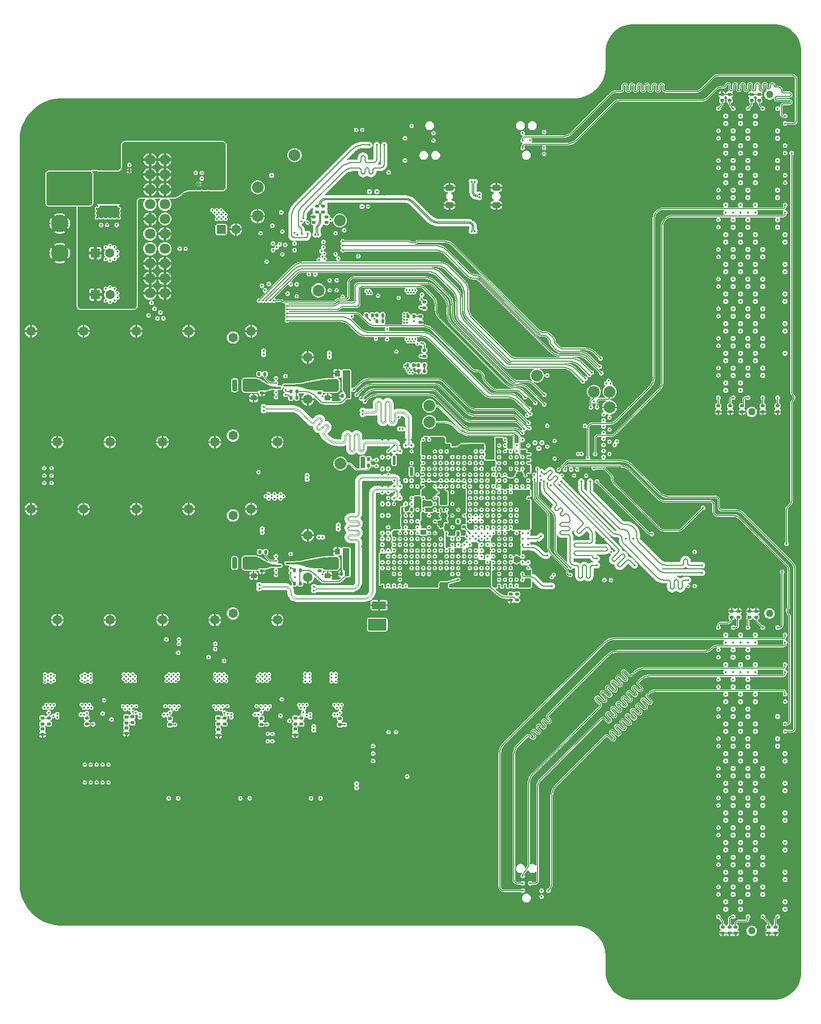
<source format=gbl>
G04*
G04 #@! TF.GenerationSoftware,Altium Limited,Altium Designer,24.3.1 (35)*
G04*
G04 Layer_Physical_Order=12*
G04 Layer_Color=16711680*
%FSLAX26Y26*%
%MOIN*%
G70*
G04*
G04 #@! TF.SameCoordinates,B8D88BDC-805E-4058-8E5C-6A9D1CDD6E12*
G04*
G04*
G04 #@! TF.FilePolarity,Positive*
G04*
G01*
G75*
%ADD16C,0.005000*%
%ADD19C,0.008000*%
G04:AMPARAMS|DCode=26|XSize=24.409mil|YSize=22.047mil|CornerRadius=5.512mil|HoleSize=0mil|Usage=FLASHONLY|Rotation=90.000|XOffset=0mil|YOffset=0mil|HoleType=Round|Shape=RoundedRectangle|*
%AMROUNDEDRECTD26*
21,1,0.024409,0.011024,0,0,90.0*
21,1,0.013386,0.022047,0,0,90.0*
1,1,0.011024,0.005512,0.006693*
1,1,0.011024,0.005512,-0.006693*
1,1,0.011024,-0.005512,-0.006693*
1,1,0.011024,-0.005512,0.006693*
%
%ADD26ROUNDEDRECTD26*%
G04:AMPARAMS|DCode=27|XSize=37.402mil|YSize=35.433mil|CornerRadius=4.429mil|HoleSize=0mil|Usage=FLASHONLY|Rotation=270.000|XOffset=0mil|YOffset=0mil|HoleType=Round|Shape=RoundedRectangle|*
%AMROUNDEDRECTD27*
21,1,0.037402,0.026575,0,0,270.0*
21,1,0.028543,0.035433,0,0,270.0*
1,1,0.008858,-0.013287,-0.014272*
1,1,0.008858,-0.013287,0.014272*
1,1,0.008858,0.013287,0.014272*
1,1,0.008858,0.013287,-0.014272*
%
%ADD27ROUNDEDRECTD27*%
G04:AMPARAMS|DCode=28|XSize=37.402mil|YSize=35.433mil|CornerRadius=4.429mil|HoleSize=0mil|Usage=FLASHONLY|Rotation=0.000|XOffset=0mil|YOffset=0mil|HoleType=Round|Shape=RoundedRectangle|*
%AMROUNDEDRECTD28*
21,1,0.037402,0.026575,0,0,0.0*
21,1,0.028543,0.035433,0,0,0.0*
1,1,0.008858,0.014272,-0.013287*
1,1,0.008858,-0.014272,-0.013287*
1,1,0.008858,-0.014272,0.013287*
1,1,0.008858,0.014272,0.013287*
%
%ADD28ROUNDEDRECTD28*%
G04:AMPARAMS|DCode=29|XSize=24.409mil|YSize=22.047mil|CornerRadius=5.512mil|HoleSize=0mil|Usage=FLASHONLY|Rotation=0.000|XOffset=0mil|YOffset=0mil|HoleType=Round|Shape=RoundedRectangle|*
%AMROUNDEDRECTD29*
21,1,0.024409,0.011024,0,0,0.0*
21,1,0.013386,0.022047,0,0,0.0*
1,1,0.011024,0.006693,-0.005512*
1,1,0.011024,-0.006693,-0.005512*
1,1,0.011024,-0.006693,0.005512*
1,1,0.011024,0.006693,0.005512*
%
%ADD29ROUNDEDRECTD29*%
G04:AMPARAMS|DCode=31|XSize=25.197mil|YSize=21.26mil|CornerRadius=5.315mil|HoleSize=0mil|Usage=FLASHONLY|Rotation=90.000|XOffset=0mil|YOffset=0mil|HoleType=Round|Shape=RoundedRectangle|*
%AMROUNDEDRECTD31*
21,1,0.025197,0.010630,0,0,90.0*
21,1,0.014567,0.021260,0,0,90.0*
1,1,0.010630,0.005315,0.007284*
1,1,0.010630,0.005315,-0.007284*
1,1,0.010630,-0.005315,-0.007284*
1,1,0.010630,-0.005315,0.007284*
%
%ADD31ROUNDEDRECTD31*%
G04:AMPARAMS|DCode=32|XSize=25.197mil|YSize=21.26mil|CornerRadius=5.315mil|HoleSize=0mil|Usage=FLASHONLY|Rotation=180.000|XOffset=0mil|YOffset=0mil|HoleType=Round|Shape=RoundedRectangle|*
%AMROUNDEDRECTD32*
21,1,0.025197,0.010630,0,0,180.0*
21,1,0.014567,0.021260,0,0,180.0*
1,1,0.010630,-0.007284,0.005315*
1,1,0.010630,0.007284,0.005315*
1,1,0.010630,0.007284,-0.005315*
1,1,0.010630,-0.007284,-0.005315*
%
%ADD32ROUNDEDRECTD32*%
G04:AMPARAMS|DCode=35|XSize=52.165mil|YSize=92.52mil|CornerRadius=4.956mil|HoleSize=0mil|Usage=FLASHONLY|Rotation=90.000|XOffset=0mil|YOffset=0mil|HoleType=Round|Shape=RoundedRectangle|*
%AMROUNDEDRECTD35*
21,1,0.052165,0.082608,0,0,90.0*
21,1,0.042254,0.092520,0,0,90.0*
1,1,0.009911,0.041304,0.021127*
1,1,0.009911,0.041304,-0.021127*
1,1,0.009911,-0.041304,-0.021127*
1,1,0.009911,-0.041304,0.021127*
%
%ADD35ROUNDEDRECTD35*%
G04:AMPARAMS|DCode=49|XSize=31.496mil|YSize=78.74mil|CornerRadius=7.874mil|HoleSize=0mil|Usage=FLASHONLY|Rotation=0.000|XOffset=0mil|YOffset=0mil|HoleType=Round|Shape=RoundedRectangle|*
%AMROUNDEDRECTD49*
21,1,0.031496,0.062992,0,0,0.0*
21,1,0.015748,0.078740,0,0,0.0*
1,1,0.015748,0.007874,-0.031496*
1,1,0.015748,-0.007874,-0.031496*
1,1,0.015748,-0.007874,0.031496*
1,1,0.015748,0.007874,0.031496*
%
%ADD49ROUNDEDRECTD49*%
G04:AMPARAMS|DCode=80|XSize=62.992mil|YSize=43.307mil|CornerRadius=21.654mil|HoleSize=0mil|Usage=FLASHONLY|Rotation=0.000|XOffset=0mil|YOffset=0mil|HoleType=Round|Shape=RoundedRectangle|*
%AMROUNDEDRECTD80*
21,1,0.062992,0.000000,0,0,0.0*
21,1,0.019685,0.043307,0,0,0.0*
1,1,0.043307,0.009843,0.000000*
1,1,0.043307,-0.009843,0.000000*
1,1,0.043307,-0.009843,0.000000*
1,1,0.043307,0.009843,0.000000*
%
%ADD80ROUNDEDRECTD80*%
%ADD81C,0.062992*%
G04:AMPARAMS|DCode=82|XSize=62.992mil|YSize=62.992mil|CornerRadius=7.874mil|HoleSize=0mil|Usage=FLASHONLY|Rotation=0.000|XOffset=0mil|YOffset=0mil|HoleType=Round|Shape=RoundedRectangle|*
%AMROUNDEDRECTD82*
21,1,0.062992,0.047244,0,0,0.0*
21,1,0.047244,0.062992,0,0,0.0*
1,1,0.015748,0.023622,-0.023622*
1,1,0.015748,-0.023622,-0.023622*
1,1,0.015748,-0.023622,0.023622*
1,1,0.015748,0.023622,0.023622*
%
%ADD82ROUNDEDRECTD82*%
%ADD83C,0.070866*%
%ADD85C,0.118110*%
%ADD86C,0.050000*%
%ADD87C,0.196850*%
%ADD88C,0.013780*%
%ADD89C,0.003500*%
%ADD90C,0.004000*%
%ADD91C,0.007000*%
%ADD100C,0.064961*%
%ADD101C,0.013780*%
G04:AMPARAMS|DCode=102|XSize=57.087mil|YSize=39.37mil|CornerRadius=9.842mil|HoleSize=0mil|Usage=FLASHONLY|Rotation=0.000|XOffset=0mil|YOffset=0mil|HoleType=Round|Shape=RoundedRectangle|*
%AMROUNDEDRECTD102*
21,1,0.057087,0.019685,0,0,0.0*
21,1,0.037402,0.039370,0,0,0.0*
1,1,0.019685,0.018701,-0.009843*
1,1,0.019685,-0.018701,-0.009843*
1,1,0.019685,-0.018701,0.009843*
1,1,0.019685,0.018701,0.009843*
%
%ADD102ROUNDEDRECTD102*%
G04:AMPARAMS|DCode=103|XSize=52.165mil|YSize=92.52mil|CornerRadius=4.956mil|HoleSize=0mil|Usage=FLASHONLY|Rotation=180.000|XOffset=0mil|YOffset=0mil|HoleType=Round|Shape=RoundedRectangle|*
%AMROUNDEDRECTD103*
21,1,0.052165,0.082608,0,0,180.0*
21,1,0.042254,0.092520,0,0,180.0*
1,1,0.009911,-0.021127,0.041304*
1,1,0.009911,0.021127,0.041304*
1,1,0.009911,0.021127,-0.041304*
1,1,0.009911,-0.021127,-0.041304*
%
%ADD103ROUNDEDRECTD103*%
G04:AMPARAMS|DCode=104|XSize=133.858mil|YSize=39.37mil|CornerRadius=4.921mil|HoleSize=0mil|Usage=FLASHONLY|Rotation=0.000|XOffset=0mil|YOffset=0mil|HoleType=Round|Shape=RoundedRectangle|*
%AMROUNDEDRECTD104*
21,1,0.133858,0.029528,0,0,0.0*
21,1,0.124016,0.039370,0,0,0.0*
1,1,0.009842,0.062008,-0.014764*
1,1,0.009842,-0.062008,-0.014764*
1,1,0.009842,-0.062008,0.014764*
1,1,0.009842,0.062008,0.014764*
%
%ADD104ROUNDEDRECTD104*%
%ADD105C,0.078740*%
G36*
X7150000Y8294706D02*
X7162106D01*
X7186112Y8291546D01*
X7209500Y8285279D01*
X7231869Y8276014D01*
X7252837Y8263907D01*
X7272047Y8249167D01*
X7289168Y8232047D01*
X7303907Y8212837D01*
X7316014Y8191868D01*
X7325279Y8169500D01*
X7331546Y8146112D01*
X7334706Y8122106D01*
X7334707Y8110000D01*
X7334706Y1900000D01*
X7334706Y1887894D01*
X7331546Y1863888D01*
X7325279Y1840501D01*
X7316013Y1818131D01*
X7303907Y1797162D01*
X7289167Y1777953D01*
X7272047Y1760832D01*
X7252837Y1746092D01*
X7231869Y1733986D01*
X7209499Y1724721D01*
X7186112Y1718454D01*
X7162106Y1715293D01*
X7150000D01*
X6200000Y1715293D01*
X6187894D01*
X6163888Y1718454D01*
X6140500Y1724721D01*
X6118131Y1733986D01*
X6097162Y1746092D01*
X6077953Y1760832D01*
X6060832Y1777953D01*
X6046092Y1797162D01*
X6033986Y1818131D01*
X6024721Y1840500D01*
X6018454Y1863888D01*
X6015293Y1887894D01*
X6015293Y1900000D01*
X6015293Y2000000D01*
X6015244Y2000249D01*
X6015285Y2000500D01*
X6014857Y2013581D01*
X6014685Y2014320D01*
X6014734Y2015077D01*
X6011319Y2041014D01*
X6010995Y2041969D01*
X6010929Y2042976D01*
X6004158Y2068246D01*
X6003712Y2069151D01*
X6003515Y2070140D01*
X5993504Y2094310D01*
X5992943Y2095149D01*
X5992619Y2096104D01*
X5979538Y2118760D01*
X5978873Y2119519D01*
X5978427Y2120424D01*
X5962501Y2141179D01*
X5961742Y2141844D01*
X5961182Y2142683D01*
X5942683Y2161182D01*
X5941845Y2161742D01*
X5941179Y2162501D01*
X5920424Y2178427D01*
X5919519Y2178873D01*
X5918761Y2179538D01*
X5896104Y2192619D01*
X5895149Y2192943D01*
X5894310Y2193504D01*
X5870140Y2203515D01*
X5869151Y2203712D01*
X5868246Y2204158D01*
X5842976Y2210929D01*
X5841970Y2210995D01*
X5841014Y2211320D01*
X5815077Y2214734D01*
X5814320Y2214685D01*
X5813581Y2214857D01*
X5800501Y2215285D01*
X5800250Y2215244D01*
X5800000Y2215293D01*
X2330014D01*
X2302173Y2218035D01*
X2274738Y2223493D01*
X2247970Y2231613D01*
X2222125Y2242318D01*
X2197455Y2255504D01*
X2174195Y2271046D01*
X2152572Y2288792D01*
X2132791Y2308572D01*
X2115046Y2330196D01*
X2099504Y2353455D01*
X2086318Y2378126D01*
X2075613Y2403970D01*
X2067492Y2430739D01*
X2062035Y2458174D01*
X2059293Y2486014D01*
Y2500000D01*
X2059293Y4213000D01*
X2059293Y7510000D01*
Y7523986D01*
X2062035Y7551826D01*
X2067492Y7579261D01*
X2075612Y7606030D01*
X2086318Y7631874D01*
X2099504Y7656545D01*
X2115046Y7679805D01*
X2132792Y7701428D01*
X2152572Y7721208D01*
X2174196Y7738954D01*
X2197455Y7754495D01*
X2222126Y7767682D01*
X2247970Y7778387D01*
X2274739Y7786507D01*
X2302174Y7791965D01*
X2330014Y7794707D01*
X5800000D01*
X5800249Y7794756D01*
X5800500Y7794715D01*
X5813581Y7795143D01*
X5814320Y7795315D01*
X5815077Y7795266D01*
X5841014Y7798680D01*
X5841970Y7799005D01*
X5842976Y7799071D01*
X5868246Y7805842D01*
X5869151Y7806288D01*
X5870140Y7806485D01*
X5894310Y7816496D01*
X5895149Y7817056D01*
X5896104Y7817381D01*
X5918761Y7830462D01*
X5919519Y7831127D01*
X5920424Y7831573D01*
X5941179Y7847499D01*
X5941844Y7848257D01*
X5942683Y7848818D01*
X5961182Y7867317D01*
X5961742Y7868155D01*
X5962501Y7868821D01*
X5978427Y7889576D01*
X5978873Y7890481D01*
X5979538Y7891239D01*
X5992619Y7913895D01*
X5992943Y7914851D01*
X5993504Y7915690D01*
X6003515Y7939859D01*
X6003712Y7940849D01*
X6004158Y7941754D01*
X6010929Y7967023D01*
X6010995Y7968030D01*
X6011319Y7968986D01*
X6014734Y7994923D01*
X6014685Y7995680D01*
X6014857Y7996419D01*
X6015285Y8009499D01*
X6015244Y8009750D01*
X6015293Y8010000D01*
Y8110000D01*
Y8122106D01*
X6018454Y8146112D01*
X6024721Y8169500D01*
X6033986Y8191869D01*
X6046092Y8212837D01*
X6060832Y8232047D01*
X6077953Y8249168D01*
X6097162Y8263907D01*
X6118131Y8276014D01*
X6140500Y8285279D01*
X6163888Y8291546D01*
X6187894Y8294707D01*
X6200000Y8294707D01*
X7150000Y8294706D01*
D02*
G37*
%LPC*%
G36*
X7274032Y7957789D02*
Y7957647D01*
X6776213D01*
Y7957784D01*
X6764703Y7956650D01*
X6753636Y7953293D01*
X6743436Y7947841D01*
X6738270Y7943601D01*
X6734496Y7940504D01*
X6731057Y7936872D01*
X6653735Y7859549D01*
X6653731Y7859553D01*
X6645316Y7853096D01*
X6635516Y7849037D01*
X6625000Y7847652D01*
Y7847647D01*
X6417072D01*
X6417043Y7847641D01*
X6413628Y7849056D01*
X6412213Y7852471D01*
X6412219Y7852500D01*
Y7880246D01*
X6412464D01*
X6410912Y7888050D01*
X6406491Y7894666D01*
X6399876Y7899086D01*
X6392072Y7900638D01*
X6384269Y7899086D01*
X6377653Y7894666D01*
X6373233Y7888050D01*
X6371680Y7880246D01*
X6371925D01*
Y7851595D01*
X6371931Y7851566D01*
X6371455Y7850417D01*
X6367072Y7848602D01*
X6362689Y7850417D01*
X6362213Y7851566D01*
X6362219Y7851595D01*
Y7880246D01*
X6362464D01*
X6360912Y7888050D01*
X6356491Y7894666D01*
X6349876Y7899086D01*
X6342072Y7900638D01*
X6334269Y7899086D01*
X6327653Y7894666D01*
X6323233Y7888050D01*
X6321680Y7880246D01*
X6321925D01*
Y7851595D01*
X6321931Y7851566D01*
X6321455Y7850417D01*
X6317072Y7848602D01*
X6312689Y7850417D01*
X6312213Y7851566D01*
X6312219Y7851595D01*
Y7880246D01*
X6312464D01*
X6310912Y7888050D01*
X6306491Y7894666D01*
X6299876Y7899086D01*
X6292072Y7900638D01*
X6284269Y7899086D01*
X6277653Y7894666D01*
X6273233Y7888050D01*
X6271680Y7880246D01*
X6271925D01*
Y7851595D01*
X6271931Y7851566D01*
X6271455Y7850417D01*
X6267072Y7848602D01*
X6262689Y7850417D01*
X6262213Y7851566D01*
X6262219Y7851595D01*
Y7880246D01*
X6262464D01*
X6260912Y7888050D01*
X6256491Y7894666D01*
X6249876Y7899086D01*
X6242072Y7900638D01*
X6234269Y7899086D01*
X6227653Y7894666D01*
X6223233Y7888050D01*
X6221680Y7880246D01*
X6221925D01*
Y7851595D01*
X6221931Y7851566D01*
X6221455Y7850417D01*
X6217072Y7848602D01*
X6212689Y7850417D01*
X6212213Y7851566D01*
X6212219Y7851595D01*
Y7880246D01*
X6212464D01*
X6210912Y7888050D01*
X6206491Y7894666D01*
X6199876Y7899086D01*
X6192072Y7900638D01*
X6184269Y7899086D01*
X6177653Y7894666D01*
X6173233Y7888050D01*
X6171680Y7880246D01*
X6171925D01*
Y7851595D01*
X6171931Y7851566D01*
X6171455Y7850417D01*
X6167072Y7848602D01*
X6162689Y7850417D01*
X6162213Y7851566D01*
X6162219Y7851595D01*
Y7880246D01*
X6162464D01*
X6160912Y7888050D01*
X6156491Y7894666D01*
X6149876Y7899086D01*
X6142072Y7900638D01*
X6134269Y7899086D01*
X6127653Y7894666D01*
X6123233Y7888050D01*
X6121680Y7880246D01*
X6121925D01*
Y7852500D01*
X6121931Y7852471D01*
X6120516Y7849056D01*
X6117101Y7847641D01*
X6117072Y7847647D01*
X6086213D01*
Y7847784D01*
X6074703Y7846650D01*
X6063636Y7843293D01*
X6053436Y7837841D01*
X6048270Y7833601D01*
X6044496Y7830504D01*
X6044593Y7830407D01*
X5783882Y7569697D01*
X5783707Y7569434D01*
X5769938Y7558135D01*
X5753956Y7549592D01*
X5736614Y7544331D01*
X5718888Y7542585D01*
X5718579Y7542647D01*
X5469671D01*
X5465000Y7542843D01*
X5462991Y7547187D01*
X5462930Y7547529D01*
X5466628Y7551227D01*
X5468895Y7556700D01*
Y7562623D01*
X5466628Y7568096D01*
X5462440Y7572285D01*
X5456967Y7574552D01*
X5451043D01*
X5445570Y7572285D01*
X5441382Y7568096D01*
X5439115Y7562623D01*
Y7556700D01*
X5441382Y7551227D01*
X5445570Y7547038D01*
X5451043Y7544772D01*
X5454091D01*
X5455608Y7539772D01*
X5452383Y7537617D01*
X5448515Y7531828D01*
X5447157Y7525000D01*
X5447157D01*
X5444420Y7521134D01*
X5441382Y7518096D01*
X5439115Y7512623D01*
Y7506700D01*
X5441382Y7501227D01*
X5445570Y7497038D01*
X5451043Y7494772D01*
X5453773D01*
X5455289Y7489772D01*
X5452256Y7487744D01*
X5448489Y7482107D01*
X5447166Y7475458D01*
X5447166D01*
X5444746Y7471460D01*
X5441382Y7468096D01*
X5439115Y7462623D01*
Y7456700D01*
X5441382Y7451227D01*
X5445570Y7447038D01*
X5451043Y7444772D01*
X5456967D01*
X5462440Y7447038D01*
X5466628Y7451227D01*
X5468895Y7456700D01*
Y7462623D01*
X5466628Y7468096D01*
X5463859Y7470866D01*
X5463441Y7472809D01*
X5466642Y7477353D01*
X5589551D01*
X5590560Y7472415D01*
X5590560Y7472353D01*
X5586382Y7468175D01*
X5584115Y7462702D01*
Y7456779D01*
X5586382Y7451306D01*
X5590570Y7447117D01*
X5596043Y7444850D01*
X5601967D01*
X5607440Y7447117D01*
X5611628Y7451306D01*
X5613895Y7456779D01*
Y7462702D01*
X5611628Y7468175D01*
X5607450Y7472353D01*
X5607450Y7472415D01*
X5608459Y7477353D01*
X5748579D01*
Y7477168D01*
X5765447Y7478495D01*
X5781901Y7482445D01*
X5797533Y7488921D01*
X5811961Y7497762D01*
X5824828Y7508751D01*
X5824697Y7508882D01*
X6075416Y7759601D01*
X6075447Y7759648D01*
X6084420Y7766533D01*
X6094932Y7770888D01*
X6106153Y7772365D01*
X6106213Y7772353D01*
X6665000D01*
Y7772019D01*
X6679563Y7773936D01*
X6693133Y7779557D01*
X6704786Y7788498D01*
X6704549Y7788735D01*
X6704550Y7788735D01*
X6765416Y7849601D01*
X6765447Y7849648D01*
X6774420Y7856533D01*
X6784932Y7860888D01*
X6796153Y7862365D01*
X6796213Y7862353D01*
X6813238D01*
Y7862108D01*
X6821042Y7863660D01*
X6827657Y7868081D01*
X6832078Y7874696D01*
X6833630Y7882500D01*
X6833630Y7882500D01*
X6834484Y7885608D01*
X6837063Y7886811D01*
X6842655Y7884613D01*
X6843097Y7883545D01*
X6843091Y7883516D01*
Y7857668D01*
X6842846D01*
X6844399Y7849864D01*
X6846975Y7846009D01*
X6844302Y7841009D01*
X6842717D01*
X6836741Y7839820D01*
X6831675Y7836435D01*
X6828290Y7831369D01*
X6827549Y7827643D01*
X6822451D01*
X6821710Y7831369D01*
X6818325Y7836435D01*
X6813259Y7839820D01*
X6807283Y7841009D01*
X6805000D01*
Y7820078D01*
X6800000D01*
Y7815078D01*
X6777102D01*
Y7814764D01*
X6778290Y7808788D01*
X6781675Y7803722D01*
X6785027Y7801483D01*
X6785514Y7796297D01*
X6785338Y7795719D01*
X6783477Y7794475D01*
X6780645Y7790236D01*
X6779650Y7785236D01*
Y7774606D01*
X6780645Y7769606D01*
X6783477Y7765367D01*
X6787716Y7762535D01*
X6788317Y7762416D01*
X6792316Y7760000D01*
X6791063Y7753702D01*
X6787496Y7748362D01*
X6787522Y7748336D01*
X6787521Y7748336D01*
X6778749Y7739564D01*
X6777962Y7739890D01*
X6772038D01*
X6766565Y7737623D01*
X6762377Y7733435D01*
X6760110Y7727962D01*
Y7722038D01*
X6762377Y7716565D01*
X6766565Y7712377D01*
X6772038Y7710110D01*
X6777962D01*
X6783435Y7712377D01*
X6787623Y7716565D01*
X6789890Y7722038D01*
Y7727962D01*
X6789564Y7728749D01*
X6798336Y7737522D01*
X6798336Y7737522D01*
X6798425Y7737433D01*
X6803497Y7744042D01*
X6806685Y7751740D01*
X6807773Y7760000D01*
X6811766Y7762432D01*
X6812284Y7762535D01*
X6816523Y7765367D01*
X6819355Y7769606D01*
X6820350Y7774606D01*
Y7785236D01*
X6819355Y7790236D01*
X6816523Y7794475D01*
X6814662Y7795719D01*
X6814486Y7796297D01*
X6814973Y7801483D01*
X6818325Y7803722D01*
X6821710Y7808788D01*
X6822451Y7812515D01*
X6827549D01*
X6828290Y7808788D01*
X6831675Y7803722D01*
X6835027Y7801483D01*
X6835514Y7796297D01*
X6835338Y7795719D01*
X6833477Y7794475D01*
X6830645Y7790236D01*
X6829650Y7785236D01*
Y7774606D01*
X6830645Y7769606D01*
X6833477Y7765367D01*
X6837716Y7762535D01*
X6838411Y7762397D01*
X6842238Y7759568D01*
X6842236Y7759550D01*
X6843286Y7751573D01*
X6846365Y7744140D01*
X6851263Y7737756D01*
X6851368Y7737676D01*
X6854974Y7734211D01*
X6860436Y7728749D01*
X6860110Y7727962D01*
Y7722038D01*
X6862377Y7716565D01*
X6866565Y7712377D01*
X6872038Y7710110D01*
X6877962D01*
X6883435Y7712377D01*
X6887623Y7716565D01*
X6889890Y7722038D01*
Y7727962D01*
X6887623Y7733435D01*
X6883435Y7737623D01*
X6877962Y7739890D01*
X6872038D01*
X6871250Y7739564D01*
X6862260Y7748554D01*
X6862257Y7748658D01*
X6862256D01*
X6862201Y7748694D01*
X6858873Y7753675D01*
X6858255Y7756782D01*
X6861308Y7762218D01*
X6861535Y7762386D01*
X6862284Y7762535D01*
X6866523Y7765367D01*
X6869355Y7769606D01*
X6870350Y7774606D01*
Y7785236D01*
X6869355Y7790236D01*
X6866523Y7794475D01*
X6864662Y7795719D01*
X6864486Y7796297D01*
X6864973Y7801483D01*
X6868325Y7803722D01*
X6871710Y7808788D01*
X6872898Y7814764D01*
Y7815078D01*
X6850000D01*
Y7825078D01*
X6872898D01*
Y7825394D01*
X6871710Y7831369D01*
X6870239Y7833571D01*
X6871017Y7838670D01*
X6871899Y7839401D01*
X6877657Y7843249D01*
X6882078Y7849864D01*
X6883630Y7857668D01*
X6883385D01*
Y7883516D01*
X6883379Y7883545D01*
X6884794Y7886960D01*
X6888238Y7888387D01*
X6891682Y7886960D01*
X6893097Y7883545D01*
X6893091Y7883516D01*
Y7857668D01*
X6892846D01*
X6894399Y7849864D01*
X6898819Y7843249D01*
X6905435Y7838828D01*
X6913238Y7837276D01*
X6921042Y7838828D01*
X6927657Y7843249D01*
X6932078Y7849864D01*
X6933630Y7857668D01*
X6933385D01*
Y7883516D01*
X6933379Y7883545D01*
X6933820Y7884610D01*
X6937550Y7886154D01*
X6942941Y7883921D01*
X6943097Y7883545D01*
X6943091Y7883516D01*
Y7857668D01*
X6942846D01*
X6944399Y7849864D01*
X6948819Y7843249D01*
X6955435Y7838828D01*
X6963238Y7837276D01*
X6971042Y7838828D01*
X6977657Y7843249D01*
X6982078Y7849864D01*
X6983630Y7857668D01*
X6983385D01*
Y7883516D01*
X6983379Y7883545D01*
X6984794Y7886960D01*
X6988238Y7888387D01*
X6991682Y7886960D01*
X6993097Y7883545D01*
X6993091Y7883516D01*
Y7857668D01*
X6992846D01*
X6994399Y7849864D01*
X6996975Y7846009D01*
X6994302Y7841009D01*
X6992717D01*
X6986741Y7839820D01*
X6981675Y7836435D01*
X6978290Y7831369D01*
X6977102Y7825394D01*
Y7825078D01*
X7000000D01*
Y7815078D01*
X6977102D01*
Y7814764D01*
X6978290Y7808788D01*
X6981675Y7803722D01*
X6985027Y7801483D01*
X6985514Y7796297D01*
X6985338Y7795719D01*
X6983477Y7794475D01*
X6980645Y7790236D01*
X6979650Y7785236D01*
Y7774606D01*
X6980645Y7769606D01*
X6983477Y7765367D01*
X6987716Y7762535D01*
X6988317Y7762416D01*
X6992316Y7760000D01*
X6991063Y7753702D01*
X6987496Y7748362D01*
X6987522Y7748336D01*
X6987521Y7748336D01*
X6978749Y7739564D01*
X6977962Y7739890D01*
X6972038D01*
X6966565Y7737623D01*
X6962377Y7733435D01*
X6960110Y7727962D01*
Y7722038D01*
X6962377Y7716565D01*
X6966565Y7712377D01*
X6972038Y7710110D01*
X6977962D01*
X6983435Y7712377D01*
X6987623Y7716565D01*
X6989890Y7722038D01*
Y7727962D01*
X6989564Y7728749D01*
X6998336Y7737522D01*
X6998336Y7737522D01*
X6998425Y7737433D01*
X7003497Y7744042D01*
X7006685Y7751740D01*
X7007773Y7760000D01*
X7011766Y7762432D01*
X7012284Y7762535D01*
X7016523Y7765367D01*
X7019355Y7769606D01*
X7020350Y7774606D01*
Y7785236D01*
X7019355Y7790236D01*
X7016523Y7794475D01*
X7014662Y7795719D01*
X7014486Y7796297D01*
X7014973Y7801483D01*
X7018325Y7803722D01*
X7021710Y7808788D01*
X7022451Y7812515D01*
X7027549D01*
X7028290Y7808788D01*
X7031675Y7803722D01*
X7035027Y7801483D01*
X7035514Y7796297D01*
X7035338Y7795719D01*
X7033477Y7794475D01*
X7030645Y7790236D01*
X7029650Y7785236D01*
Y7774606D01*
X7030645Y7769606D01*
X7033477Y7765367D01*
X7037716Y7762535D01*
X7038234Y7762432D01*
X7042227Y7760000D01*
X7043315Y7751740D01*
X7046503Y7744042D01*
X7051575Y7737433D01*
X7051664Y7737522D01*
X7051664Y7737522D01*
X7060436Y7728749D01*
X7060110Y7727962D01*
Y7722038D01*
X7062377Y7716565D01*
X7066565Y7712377D01*
X7072038Y7710110D01*
X7077962D01*
X7083435Y7712377D01*
X7087623Y7716565D01*
X7089890Y7722038D01*
Y7727962D01*
X7087623Y7733435D01*
X7083435Y7737623D01*
X7077962Y7739890D01*
X7072038D01*
X7071251Y7739564D01*
X7062479Y7748336D01*
X7062478Y7748336D01*
X7062504Y7748362D01*
X7058937Y7753702D01*
X7057684Y7760000D01*
X7061683Y7762416D01*
X7062284Y7762535D01*
X7066523Y7765367D01*
X7069355Y7769606D01*
X7070350Y7774606D01*
Y7785236D01*
X7069355Y7790236D01*
X7066523Y7794475D01*
X7064662Y7795719D01*
X7064486Y7796297D01*
X7064973Y7801483D01*
X7068325Y7803722D01*
X7071710Y7808788D01*
X7072898Y7814764D01*
Y7815078D01*
X7050000D01*
Y7825078D01*
X7072898D01*
Y7825394D01*
X7071710Y7831369D01*
X7070239Y7833571D01*
X7071017Y7838670D01*
X7071899Y7839401D01*
X7077657Y7843249D01*
X7082078Y7849864D01*
X7083630Y7857668D01*
X7083385D01*
Y7883516D01*
X7083379Y7883545D01*
X7084794Y7886960D01*
X7088238Y7888387D01*
X7091682Y7886960D01*
X7093097Y7883545D01*
X7093091Y7883516D01*
Y7870433D01*
X7092846D01*
X7094399Y7862630D01*
X7098819Y7856014D01*
X7100856Y7854653D01*
X7100693Y7849655D01*
X7098588Y7848440D01*
X7092072Y7841924D01*
X7087464Y7833943D01*
X7085079Y7825041D01*
Y7815825D01*
X7087464Y7806924D01*
X7092072Y7798943D01*
X7098588Y7792426D01*
X7106569Y7787818D01*
X7115471Y7785433D01*
X7124686D01*
X7133588Y7787818D01*
X7141569Y7792426D01*
X7144375Y7795232D01*
X7146631Y7794769D01*
X7149467Y7793252D01*
X7150825Y7786423D01*
X7155246Y7779807D01*
X7161861Y7775387D01*
X7169665Y7773835D01*
Y7774080D01*
X7254099D01*
X7254128Y7774086D01*
X7257543Y7772671D01*
X7258970Y7769227D01*
X7257543Y7765783D01*
X7254128Y7764368D01*
X7254099Y7764374D01*
X7212500D01*
Y7764618D01*
X7204696Y7763066D01*
X7198081Y7758646D01*
X7193660Y7752030D01*
X7192108Y7744227D01*
X7192353D01*
Y7735081D01*
X7188693Y7733807D01*
X7187353Y7733704D01*
X7183435Y7737623D01*
X7177962Y7739890D01*
X7172038D01*
X7166565Y7737623D01*
X7162377Y7733435D01*
X7160110Y7727962D01*
Y7722038D01*
X7162377Y7716565D01*
X7166565Y7712377D01*
X7172038Y7710110D01*
X7177962D01*
X7183435Y7712377D01*
X7187353Y7716296D01*
X7188693Y7716193D01*
X7192353Y7714919D01*
Y7685000D01*
X7192157D01*
X7193515Y7678172D01*
X7197383Y7672383D01*
X7203172Y7668515D01*
X7210000Y7667157D01*
Y7667157D01*
X7214058Y7664884D01*
X7216565Y7662377D01*
X7222038Y7660110D01*
X7227962D01*
X7233435Y7662377D01*
X7237623Y7666565D01*
X7239890Y7672038D01*
Y7677962D01*
X7237623Y7683435D01*
X7233435Y7687623D01*
X7227962Y7689890D01*
X7222038D01*
X7216565Y7687623D01*
X7214056Y7685114D01*
X7212471Y7684223D01*
X7207804Y7685764D01*
X7207647Y7689619D01*
Y7744227D01*
X7207641Y7744256D01*
X7209056Y7747671D01*
X7212471Y7749086D01*
X7212500Y7749080D01*
X7254099D01*
Y7748835D01*
X7261903Y7750387D01*
X7268518Y7754807D01*
X7272939Y7761423D01*
X7274491Y7769227D01*
X7272939Y7777030D01*
X7268518Y7783646D01*
X7261903Y7788066D01*
X7254099Y7789618D01*
Y7789374D01*
X7169665D01*
X7169636Y7789368D01*
X7166221Y7790783D01*
X7164794Y7794227D01*
X7166221Y7797671D01*
X7169636Y7799086D01*
X7169665Y7799080D01*
X7254099D01*
Y7798835D01*
X7261903Y7800387D01*
X7268518Y7804807D01*
X7272939Y7811423D01*
X7274491Y7819227D01*
X7272939Y7827030D01*
X7268518Y7833646D01*
X7261903Y7838066D01*
X7254099Y7839618D01*
Y7839374D01*
X7212500D01*
X7212471Y7839368D01*
X7209056Y7840783D01*
X7207641Y7844198D01*
X7207647Y7844227D01*
Y7855000D01*
X7207941D01*
X7206194Y7863779D01*
X7201222Y7871222D01*
X7193779Y7876194D01*
X7185000Y7877941D01*
Y7877647D01*
X7163238D01*
X7163209Y7877641D01*
X7159864Y7879027D01*
X7158630Y7883516D01*
X7158630D01*
X7157078Y7891320D01*
X7152657Y7897935D01*
X7146042Y7902356D01*
X7138238Y7903908D01*
X7130435Y7902356D01*
X7123819Y7897935D01*
X7119399Y7891320D01*
X7117846Y7883516D01*
X7118091D01*
Y7870433D01*
X7118097Y7870404D01*
X7116682Y7866989D01*
X7113238Y7865562D01*
X7109794Y7866989D01*
X7108379Y7870404D01*
X7108385Y7870433D01*
Y7883516D01*
X7108630D01*
X7107078Y7891320D01*
X7102657Y7897935D01*
X7096042Y7902356D01*
X7088238Y7903908D01*
X7080435Y7902356D01*
X7073819Y7897935D01*
X7069399Y7891320D01*
X7067846Y7883516D01*
X7068091D01*
Y7857668D01*
X7068097Y7857639D01*
X7066682Y7854224D01*
X7063238Y7852797D01*
X7059794Y7854224D01*
X7058379Y7857639D01*
X7058385Y7857668D01*
Y7883516D01*
X7058630D01*
X7057078Y7891320D01*
X7052657Y7897935D01*
X7046042Y7902356D01*
X7038238Y7903908D01*
X7030435Y7902356D01*
X7023819Y7897935D01*
X7019399Y7891320D01*
X7017846Y7883516D01*
X7018091D01*
Y7857668D01*
X7018097Y7857639D01*
X7017656Y7856574D01*
X7013926Y7855030D01*
X7008535Y7857263D01*
X7008379Y7857639D01*
X7008385Y7857668D01*
Y7883516D01*
X7008630D01*
X7007078Y7891320D01*
X7002657Y7897935D01*
X6996042Y7902356D01*
X6988238Y7903908D01*
X6980435Y7902356D01*
X6973819Y7897935D01*
X6969399Y7891320D01*
X6967846Y7883516D01*
X6968091D01*
Y7857668D01*
X6968097Y7857639D01*
X6966682Y7854224D01*
X6963238Y7852797D01*
X6959794Y7854224D01*
X6958379Y7857639D01*
X6958385Y7857668D01*
Y7883516D01*
X6958630D01*
X6957078Y7891320D01*
X6952657Y7897935D01*
X6946042Y7902356D01*
X6938238Y7903908D01*
X6930435Y7902356D01*
X6923819Y7897935D01*
X6919399Y7891320D01*
X6917846Y7883516D01*
X6918091D01*
Y7857668D01*
X6918097Y7857639D01*
X6916682Y7854224D01*
X6913238Y7852797D01*
X6909794Y7854224D01*
X6908379Y7857639D01*
X6908385Y7857668D01*
Y7883516D01*
X6908630D01*
X6907078Y7891320D01*
X6902657Y7897935D01*
X6896042Y7902356D01*
X6888238Y7903908D01*
X6880435Y7902356D01*
X6873819Y7897935D01*
X6869399Y7891320D01*
X6867846Y7883516D01*
X6868091D01*
Y7857668D01*
X6868097Y7857639D01*
X6867941Y7857263D01*
X6862550Y7855030D01*
X6858820Y7856574D01*
X6858379Y7857639D01*
X6858385Y7857668D01*
Y7883516D01*
X6858630D01*
X6857078Y7891320D01*
X6852657Y7897935D01*
X6846042Y7902356D01*
X6838238Y7903908D01*
X6830435Y7902356D01*
X6823819Y7897935D01*
X6819399Y7891320D01*
X6817846Y7883516D01*
X6817846Y7883516D01*
X6816613Y7879027D01*
X6813267Y7877641D01*
X6813238Y7877647D01*
X6796213D01*
Y7877784D01*
X6784703Y7876650D01*
X6773636Y7873293D01*
X6763436Y7867841D01*
X6758270Y7863601D01*
X6754496Y7860504D01*
X6754593Y7860407D01*
X6693735Y7799549D01*
X6693731Y7799553D01*
X6685316Y7793096D01*
X6675516Y7789037D01*
X6665000Y7787652D01*
Y7787647D01*
X6106213D01*
Y7787784D01*
X6094703Y7786650D01*
X6083636Y7783293D01*
X6073436Y7777841D01*
X6068270Y7773601D01*
X6064496Y7770504D01*
X6064593Y7770407D01*
X5813882Y7519697D01*
X5813707Y7519434D01*
X5799938Y7508135D01*
X5783956Y7499592D01*
X5766614Y7494331D01*
X5748888Y7492585D01*
X5748579Y7492647D01*
X5514581D01*
X5513542Y7494778D01*
X5513048Y7497647D01*
X5516628Y7501227D01*
X5518895Y7506700D01*
Y7512623D01*
X5516628Y7518096D01*
X5512440Y7522285D01*
X5512274Y7522353D01*
X5513269Y7527353D01*
X5718579D01*
Y7527168D01*
X5735447Y7528495D01*
X5751901Y7532445D01*
X5767533Y7538921D01*
X5781961Y7547762D01*
X5794828Y7558751D01*
X5794697Y7558882D01*
X6055416Y7819601D01*
X6055447Y7819648D01*
X6064420Y7826533D01*
X6074932Y7830888D01*
X6086153Y7832365D01*
X6086213Y7832353D01*
X6117072D01*
Y7832108D01*
X6124876Y7833660D01*
X6131491Y7838081D01*
X6135912Y7844696D01*
X6137464Y7852500D01*
X6137219D01*
Y7880246D01*
X6137213Y7880275D01*
X6137689Y7881424D01*
X6142072Y7883239D01*
X6146455Y7881424D01*
X6146931Y7880275D01*
X6146925Y7880246D01*
Y7851595D01*
X6146680D01*
X6148233Y7843791D01*
X6152653Y7837175D01*
X6159269Y7832755D01*
X6167072Y7831203D01*
X6174876Y7832755D01*
X6181491Y7837175D01*
X6185912Y7843791D01*
X6187464Y7851595D01*
X6187219D01*
Y7880246D01*
X6187213Y7880275D01*
X6187689Y7881424D01*
X6192072Y7883239D01*
X6196455Y7881424D01*
X6196931Y7880275D01*
X6196925Y7880246D01*
Y7851595D01*
X6196680D01*
X6198233Y7843791D01*
X6202653Y7837175D01*
X6209269Y7832755D01*
X6217072Y7831203D01*
X6224876Y7832755D01*
X6231491Y7837175D01*
X6235912Y7843791D01*
X6237464Y7851595D01*
X6237219D01*
Y7880246D01*
X6237213Y7880275D01*
X6237689Y7881424D01*
X6242072Y7883239D01*
X6246455Y7881424D01*
X6246931Y7880275D01*
X6246925Y7880246D01*
Y7851595D01*
X6246680D01*
X6248233Y7843791D01*
X6252653Y7837175D01*
X6259269Y7832755D01*
X6267072Y7831203D01*
X6274876Y7832755D01*
X6281491Y7837175D01*
X6285912Y7843791D01*
X6287464Y7851595D01*
X6287219D01*
Y7880246D01*
X6287213Y7880275D01*
X6287689Y7881424D01*
X6292072Y7883239D01*
X6296455Y7881424D01*
X6296931Y7880275D01*
X6296925Y7880246D01*
Y7851595D01*
X6296680D01*
X6298233Y7843791D01*
X6302653Y7837175D01*
X6309269Y7832755D01*
X6317072Y7831203D01*
X6324876Y7832755D01*
X6331491Y7837175D01*
X6335912Y7843791D01*
X6337464Y7851595D01*
X6337219D01*
Y7880246D01*
X6337213Y7880275D01*
X6337689Y7881424D01*
X6342072Y7883239D01*
X6346455Y7881424D01*
X6346931Y7880275D01*
X6346925Y7880246D01*
Y7851595D01*
X6346680D01*
X6348233Y7843791D01*
X6352653Y7837175D01*
X6359269Y7832755D01*
X6367072Y7831203D01*
X6374876Y7832755D01*
X6381491Y7837175D01*
X6385912Y7843791D01*
X6387464Y7851595D01*
X6387219D01*
Y7880246D01*
X6387213Y7880275D01*
X6387689Y7881424D01*
X6392072Y7883239D01*
X6396455Y7881424D01*
X6396931Y7880275D01*
X6396925Y7880246D01*
Y7852500D01*
X6396680D01*
X6398233Y7844696D01*
X6402653Y7838081D01*
X6409269Y7833660D01*
X6417072Y7832108D01*
Y7832353D01*
X6625000D01*
Y7832019D01*
X6639563Y7833936D01*
X6653133Y7839557D01*
X6664786Y7848498D01*
X6664549Y7848735D01*
X6664550Y7848735D01*
X6745407Y7929593D01*
X6745407Y7929593D01*
X6745416Y7929601D01*
X6745447Y7929648D01*
X6754420Y7936533D01*
X6764932Y7940888D01*
X6776153Y7942365D01*
X6776213Y7942353D01*
X7274032D01*
Y7942352D01*
X7281043Y7940958D01*
X7286986Y7936986D01*
X7290958Y7931043D01*
X7292352Y7924032D01*
X7292353D01*
Y7640000D01*
X7292137D01*
X7291594Y7637269D01*
X7290047Y7634953D01*
X7287731Y7633406D01*
X7285000Y7632863D01*
Y7632647D01*
X7237949D01*
X7237623Y7633435D01*
X7233435Y7637623D01*
X7227962Y7639890D01*
X7222038D01*
X7216565Y7637623D01*
X7212377Y7633435D01*
X7210110Y7627962D01*
Y7622038D01*
X7212377Y7616565D01*
X7216565Y7612377D01*
X7222038Y7610110D01*
X7227962D01*
X7233435Y7612377D01*
X7237623Y7616565D01*
X7237949Y7617353D01*
X7285000D01*
Y7617059D01*
X7293779Y7618806D01*
X7301222Y7623778D01*
X7306194Y7631221D01*
X7307941Y7640000D01*
X7307647D01*
Y7924032D01*
X7307789D01*
X7306639Y7932769D01*
X7303266Y7940910D01*
X7297902Y7947902D01*
X7290910Y7953266D01*
X7282769Y7956639D01*
X7274032Y7957789D01*
D02*
G37*
G36*
X6795000Y7841009D02*
X6792717D01*
X6786741Y7839820D01*
X6781675Y7836435D01*
X6778290Y7831369D01*
X6777102Y7825394D01*
Y7825078D01*
X6795000D01*
Y7841009D01*
D02*
G37*
G36*
X7028360Y7691890D02*
X7021640D01*
X7015433Y7689319D01*
X7010681Y7684567D01*
X7008110Y7678360D01*
Y7671640D01*
X7010681Y7665433D01*
X7015433Y7660681D01*
X7021640Y7658110D01*
X7028360D01*
X7034567Y7660681D01*
X7039319Y7665433D01*
X7041890Y7671640D01*
Y7678360D01*
X7039319Y7684567D01*
X7034567Y7689319D01*
X7028360Y7691890D01*
D02*
G37*
G36*
X6928360D02*
X6921640D01*
X6915433Y7689319D01*
X6910681Y7684567D01*
X6908110Y7678360D01*
Y7671640D01*
X6910681Y7665433D01*
X6915433Y7660681D01*
X6921640Y7658110D01*
X6928360D01*
X6934567Y7660681D01*
X6939319Y7665433D01*
X6941890Y7671640D01*
Y7678360D01*
X6939319Y7684567D01*
X6934567Y7689319D01*
X6928360Y7691890D01*
D02*
G37*
G36*
X6828360D02*
X6821640D01*
X6815433Y7689319D01*
X6810681Y7684567D01*
X6808110Y7678360D01*
Y7671640D01*
X6810681Y7665433D01*
X6815433Y7660681D01*
X6821640Y7658110D01*
X6828360D01*
X6834567Y7660681D01*
X6839319Y7665433D01*
X6841890Y7671640D01*
Y7678360D01*
X6839319Y7684567D01*
X6834567Y7689319D01*
X6828360Y7691890D01*
D02*
G37*
G36*
X7028360Y7641890D02*
X7021640D01*
X7015433Y7639319D01*
X7010681Y7634567D01*
X7008110Y7628360D01*
Y7621640D01*
X7010681Y7615433D01*
X7015433Y7610681D01*
X7021640Y7608110D01*
X7028360D01*
X7034567Y7610681D01*
X7039319Y7615433D01*
X7041890Y7621640D01*
Y7628360D01*
X7039319Y7634567D01*
X7034567Y7639319D01*
X7028360Y7641890D01*
D02*
G37*
G36*
X6928360D02*
X6921640D01*
X6915433Y7639319D01*
X6910681Y7634567D01*
X6908110Y7628360D01*
Y7621640D01*
X6910681Y7615433D01*
X6915433Y7610681D01*
X6921640Y7608110D01*
X6928360D01*
X6934567Y7610681D01*
X6939319Y7615433D01*
X6941890Y7621640D01*
Y7628360D01*
X6939319Y7634567D01*
X6934567Y7639319D01*
X6928360Y7641890D01*
D02*
G37*
G36*
X6828360D02*
X6821640D01*
X6815433Y7639319D01*
X6810681Y7634567D01*
X6808110Y7628360D01*
Y7621640D01*
X6810681Y7615433D01*
X6815433Y7610681D01*
X6821640Y7608110D01*
X6828360D01*
X6834567Y7610681D01*
X6839319Y7615433D01*
X6841890Y7621640D01*
Y7628360D01*
X6839319Y7634567D01*
X6834567Y7639319D01*
X6828360Y7641890D01*
D02*
G37*
G36*
X4707220Y7621451D02*
X4701595D01*
X4696398Y7619298D01*
X4692420Y7615320D01*
X4690268Y7610123D01*
Y7604498D01*
X4692420Y7599301D01*
X4696398Y7595323D01*
X4701595Y7593171D01*
X4707220D01*
X4712417Y7595323D01*
X4716395Y7599301D01*
X4718548Y7604498D01*
Y7610123D01*
X4716395Y7615320D01*
X4712417Y7619298D01*
X4707220Y7621451D01*
D02*
G37*
G36*
X5522913Y7639347D02*
X5515097D01*
X5507547Y7637324D01*
X5500778Y7633416D01*
X5495251Y7627889D01*
X5491343Y7621120D01*
X5489320Y7613570D01*
Y7605753D01*
X5491343Y7598204D01*
X5495251Y7591435D01*
X5500778Y7585908D01*
X5507547Y7581999D01*
X5515097Y7579977D01*
X5522913D01*
X5530463Y7581999D01*
X5537232Y7585908D01*
X5542759Y7591435D01*
X5546667Y7598204D01*
X5548690Y7605753D01*
Y7613570D01*
X5546667Y7621120D01*
X5542759Y7627889D01*
X5537232Y7633416D01*
X5530463Y7637324D01*
X5522913Y7639347D01*
D02*
G37*
G36*
X5442913D02*
X5435097D01*
X5427547Y7637324D01*
X5420778Y7633416D01*
X5415251Y7627889D01*
X5411343Y7621120D01*
X5409320Y7613570D01*
Y7605753D01*
X5411343Y7598204D01*
X5415251Y7591435D01*
X5420778Y7585908D01*
X5427547Y7581999D01*
X5435097Y7579977D01*
X5442913D01*
X5450463Y7581999D01*
X5457232Y7585908D01*
X5462759Y7591435D01*
X5466667Y7598204D01*
X5468690Y7605753D01*
Y7613570D01*
X5466667Y7621120D01*
X5462759Y7627889D01*
X5457232Y7633416D01*
X5450463Y7637324D01*
X5442913Y7639347D01*
D02*
G37*
G36*
X4830984Y7639346D02*
X4823168D01*
X4815618Y7637323D01*
X4808849Y7633415D01*
X4803322Y7627888D01*
X4799414Y7621119D01*
X4797391Y7613569D01*
Y7605753D01*
X4799414Y7598203D01*
X4803322Y7591434D01*
X4808849Y7585907D01*
X4815618Y7581999D01*
X4823168Y7579976D01*
X4830984D01*
X4838534Y7581999D01*
X4845303Y7585907D01*
X4850830Y7591434D01*
X4854738Y7598203D01*
X4856761Y7605753D01*
Y7613569D01*
X4854738Y7621119D01*
X4850830Y7627888D01*
X4845303Y7633415D01*
X4838534Y7637323D01*
X4830984Y7639346D01*
D02*
G37*
G36*
X4373915Y7595660D02*
X4368290D01*
X4363093Y7593507D01*
X4359115Y7589530D01*
X4356962Y7584333D01*
Y7578707D01*
X4359115Y7573510D01*
X4363093Y7569533D01*
X4368290Y7567380D01*
X4373915D01*
X4379112Y7569533D01*
X4383090Y7573510D01*
X4385242Y7578707D01*
Y7584333D01*
X4383090Y7589530D01*
X4379112Y7593507D01*
X4373915Y7595660D01*
D02*
G37*
G36*
X4332813D02*
X4327187D01*
X4321990Y7593507D01*
X4318013Y7589530D01*
X4315860Y7584333D01*
Y7578707D01*
X4318013Y7573510D01*
X4321990Y7569533D01*
X4327187Y7567380D01*
X4332813D01*
X4338010Y7569533D01*
X4341987Y7573510D01*
X4344140Y7578707D01*
Y7584333D01*
X4341987Y7589530D01*
X4338010Y7593507D01*
X4332813Y7595660D01*
D02*
G37*
G36*
X6777813Y7589140D02*
X6772187D01*
X6766990Y7586987D01*
X6763013Y7583010D01*
X6760860Y7577813D01*
Y7572187D01*
X6763013Y7566990D01*
X6766990Y7563013D01*
X6772187Y7560860D01*
X6777813D01*
X6783010Y7563013D01*
X6786987Y7566990D01*
X6789140Y7572187D01*
Y7577813D01*
X6786987Y7583010D01*
X6783010Y7586987D01*
X6777813Y7589140D01*
D02*
G37*
G36*
X7178360Y7591890D02*
X7171640D01*
X7165433Y7589319D01*
X7160681Y7584567D01*
X7158110Y7578360D01*
Y7571640D01*
X7160681Y7565433D01*
X7165433Y7560681D01*
X7171640Y7558110D01*
X7178360D01*
X7184567Y7560681D01*
X7189319Y7565433D01*
X7191890Y7571640D01*
Y7578360D01*
X7189319Y7584567D01*
X7184567Y7589319D01*
X7178360Y7591890D01*
D02*
G37*
G36*
X6978360D02*
X6971640D01*
X6965433Y7589319D01*
X6960681Y7584567D01*
X6958110Y7578360D01*
Y7571640D01*
X6960681Y7565433D01*
X6965433Y7560681D01*
X6971640Y7558110D01*
X6978360D01*
X6984567Y7560681D01*
X6989319Y7565433D01*
X6991890Y7571640D01*
Y7578360D01*
X6989319Y7584567D01*
X6984567Y7589319D01*
X6978360Y7591890D01*
D02*
G37*
G36*
X6878360D02*
X6871640D01*
X6865433Y7589319D01*
X6860681Y7584567D01*
X6858110Y7578360D01*
Y7571640D01*
X6860681Y7565433D01*
X6865433Y7560681D01*
X6871640Y7558110D01*
X6878360D01*
X6884567Y7560681D01*
X6889319Y7565433D01*
X6891890Y7571640D01*
Y7578360D01*
X6889319Y7584567D01*
X6884567Y7589319D01*
X6878360Y7591890D01*
D02*
G37*
G36*
X5601967Y7582043D02*
X5596043D01*
X5590570Y7579776D01*
X5586382Y7575588D01*
X5584115Y7570115D01*
Y7564191D01*
X5586382Y7558719D01*
X5590570Y7554530D01*
X5596043Y7552263D01*
X5601967D01*
X5607439Y7554530D01*
X5611628Y7558719D01*
X5613895Y7564191D01*
Y7570115D01*
X5611628Y7575588D01*
X5607439Y7579776D01*
X5601967Y7582043D01*
D02*
G37*
G36*
X4855038Y7574551D02*
X4849114D01*
X4843641Y7572284D01*
X4839453Y7568095D01*
X4837186Y7562623D01*
Y7556699D01*
X4839453Y7551226D01*
X4843641Y7547038D01*
X4849114Y7544771D01*
X4855038D01*
X4860511Y7547038D01*
X4864699Y7551226D01*
X4866966Y7556699D01*
Y7562623D01*
X4864699Y7568095D01*
X4860511Y7572284D01*
X4855038Y7574551D01*
D02*
G37*
G36*
X6777813Y7539140D02*
X6772187D01*
X6766990Y7536987D01*
X6763013Y7533010D01*
X6760860Y7527813D01*
Y7522187D01*
X6763013Y7516990D01*
X6766990Y7513013D01*
X6772187Y7510860D01*
X6777813D01*
X6783010Y7513013D01*
X6786987Y7516990D01*
X6789140Y7522187D01*
Y7527813D01*
X6786987Y7533010D01*
X6783010Y7536987D01*
X6777813Y7539140D01*
D02*
G37*
G36*
X4662962Y7539890D02*
X4657038D01*
X4651565Y7537623D01*
X4647377Y7533435D01*
X4645110Y7527962D01*
Y7522038D01*
X4647377Y7516565D01*
X4651565Y7512377D01*
X4657038Y7510110D01*
X4662962D01*
X4668435Y7512377D01*
X4672623Y7516565D01*
X4674890Y7522038D01*
Y7527962D01*
X4672623Y7533435D01*
X4668435Y7537623D01*
X4662962Y7539890D01*
D02*
G37*
G36*
X7178360Y7541890D02*
X7171640D01*
X7165433Y7539319D01*
X7160681Y7534567D01*
X7158110Y7528360D01*
Y7521640D01*
X7160681Y7515433D01*
X7165433Y7510681D01*
X7171640Y7508110D01*
X7178360D01*
X7184567Y7510681D01*
X7189319Y7515433D01*
X7191890Y7521640D01*
Y7528360D01*
X7189319Y7534567D01*
X7184567Y7539319D01*
X7178360Y7541890D01*
D02*
G37*
G36*
X6978360D02*
X6971640D01*
X6965433Y7539319D01*
X6960681Y7534567D01*
X6958110Y7528360D01*
Y7521640D01*
X6960681Y7515433D01*
X6965433Y7510681D01*
X6971640Y7508110D01*
X6978360D01*
X6984567Y7510681D01*
X6989319Y7515433D01*
X6991890Y7521640D01*
Y7528360D01*
X6989319Y7534567D01*
X6984567Y7539319D01*
X6978360Y7541890D01*
D02*
G37*
G36*
X6878360D02*
X6871640D01*
X6865433Y7539319D01*
X6860681Y7534567D01*
X6858110Y7528360D01*
Y7521640D01*
X6860681Y7515433D01*
X6865433Y7510681D01*
X6871640Y7508110D01*
X6878360D01*
X6884567Y7510681D01*
X6889319Y7515433D01*
X6891890Y7521640D01*
Y7528360D01*
X6889319Y7534567D01*
X6884567Y7539319D01*
X6878360Y7541890D01*
D02*
G37*
G36*
X3424999Y7507392D02*
X2774999Y7507391D01*
X2770027Y7507391D01*
X2767198Y7506829D01*
X2767198Y7506829D01*
X2758009Y7503023D01*
X2755611Y7501420D01*
X2748579Y7494388D01*
X2746976Y7491990D01*
X2743170Y7482801D01*
X2742608Y7479972D01*
X2742608Y7475000D01*
X2742608Y7474999D01*
Y7325774D01*
X2742076Y7323262D01*
X2739054Y7317773D01*
X2734233Y7313917D01*
X2733761Y7313801D01*
X2733048Y7313279D01*
X2732262Y7312872D01*
X2731894Y7312435D01*
X2731434Y7312098D01*
X2730974Y7311342D01*
X2730405Y7310666D01*
X2730232Y7310122D01*
X2729935Y7309633D01*
X2729117Y7307392D01*
X2723285D01*
X2722008Y7307646D01*
X2597992D01*
X2596716Y7307392D01*
X2590000D01*
X2589996Y7307391D01*
X2588127Y7307391D01*
X2587513Y7308524D01*
X2586833Y7309342D01*
X2586242Y7310227D01*
X2585918Y7310443D01*
X2585670Y7310742D01*
X2584728Y7311238D01*
X2583843Y7311829D01*
X2583462Y7311905D01*
X2583118Y7312086D01*
X2582058Y7312184D01*
X2581015Y7312392D01*
X2550809D01*
X2547980Y7311829D01*
X2545582Y7310227D01*
X2543979Y7307829D01*
X2543929Y7307706D01*
X2539309Y7305793D01*
X2536807Y7306829D01*
X2533978Y7307392D01*
X2530000Y7307392D01*
X2260000Y7307392D01*
X2259999Y7307392D01*
X2256022Y7307392D01*
X2253193Y7306829D01*
X2245842Y7303784D01*
X2243444Y7302182D01*
X2243444Y7302182D01*
X2237818Y7296556D01*
X2237818Y7296556D01*
X2236215Y7294158D01*
X2233171Y7286807D01*
X2232608Y7283978D01*
X2232608Y7280000D01*
Y7090000D01*
X2232608Y7086022D01*
X2233171Y7083193D01*
X2236215Y7075842D01*
X2237818Y7073444D01*
X2243444Y7067818D01*
X2245842Y7066215D01*
X2253193Y7063170D01*
X2256022Y7062608D01*
X2260000Y7062608D01*
X2442609D01*
X2442606Y6534140D01*
X2442606Y6400060D01*
X2442606Y6395076D01*
X2443168Y6392247D01*
X2446983Y6383037D01*
X2448585Y6380639D01*
X2455633Y6373591D01*
X2458031Y6371988D01*
X2467240Y6368173D01*
X2470069Y6367611D01*
X2475054D01*
X2825000Y6367608D01*
X2829972Y6367608D01*
X2832801Y6368171D01*
X2832801Y6368171D01*
X2841989Y6371976D01*
X2841989Y6371976D01*
X2844387Y6373579D01*
X2851419Y6380611D01*
X2853022Y6383009D01*
X2856827Y6392197D01*
X2856828Y6392197D01*
X2857390Y6395026D01*
X2857390Y6399992D01*
X2857392Y6400000D01*
X2857392Y7099637D01*
X2857729Y7103061D01*
X2860480Y7109702D01*
X2865298Y7114520D01*
X2871938Y7117271D01*
X2875365Y7117608D01*
X2906285D01*
X2908356Y7112608D01*
X2903645Y7107896D01*
X2897663Y7097537D01*
X2894567Y7085981D01*
Y7074019D01*
X2897663Y7062463D01*
X2903645Y7052104D01*
X2912104Y7043645D01*
X2922463Y7037663D01*
X2934019Y7034567D01*
X2945981D01*
X2957537Y7037663D01*
X2967896Y7043645D01*
X2976355Y7052104D01*
X2982337Y7062463D01*
X2985433Y7074019D01*
Y7085981D01*
X2982337Y7097537D01*
X2976355Y7107896D01*
X2971644Y7112608D01*
X2973715Y7117608D01*
X3006285D01*
X3008356Y7112608D01*
X3003645Y7107896D01*
X2997663Y7097537D01*
X2994567Y7085981D01*
Y7074019D01*
X2997663Y7062463D01*
X3003645Y7052104D01*
X3012104Y7043645D01*
X3022463Y7037663D01*
X3034019Y7034567D01*
X3045981D01*
X3057537Y7037663D01*
X3067896Y7043645D01*
X3076355Y7052104D01*
X3082337Y7062463D01*
X3085433Y7074019D01*
Y7085981D01*
X3082337Y7097537D01*
X3076355Y7107896D01*
X3071644Y7112608D01*
X3073715Y7117608D01*
X3098051D01*
X3098765Y7117750D01*
X3099493D01*
X3115983Y7121030D01*
X3116656Y7121309D01*
X3117370Y7121451D01*
X3132904Y7127885D01*
X3133509Y7128289D01*
X3134182Y7128568D01*
X3148161Y7137909D01*
X3148676Y7138424D01*
X3149281Y7138828D01*
X3155091Y7144638D01*
X3160767Y7149782D01*
X3173619Y7158371D01*
X3187733Y7164217D01*
X3202895Y7167232D01*
X3210568Y7167608D01*
X3242011D01*
X3244840Y7168171D01*
X3246245Y7169109D01*
X3249288Y7170370D01*
X3251972D01*
X3255015Y7169109D01*
X3256420Y7168171D01*
X3259249Y7167608D01*
X3281381D01*
X3284210Y7168171D01*
X3285615Y7169109D01*
X3288658Y7170370D01*
X3291343D01*
X3294385Y7169109D01*
X3295790Y7168171D01*
X3298619Y7167608D01*
X3320751D01*
X3323580Y7168171D01*
X3324985Y7169109D01*
X3328028Y7170370D01*
X3330713D01*
X3333756Y7169109D01*
X3335160Y7168171D01*
X3337989Y7167608D01*
X3429973D01*
X3432802Y7168171D01*
X3441990Y7171977D01*
X3444388Y7173579D01*
X3451421Y7180611D01*
X3451421Y7180612D01*
X3453023Y7183010D01*
X3456829Y7192198D01*
X3457392Y7195027D01*
Y7200000D01*
X3457392Y7475000D01*
X3457392Y7479973D01*
X3456829Y7482801D01*
X3456829Y7482802D01*
X3453023Y7491990D01*
X3451421Y7494388D01*
X3444388Y7501421D01*
X3444388Y7501421D01*
X3441990Y7503023D01*
X3432801Y7506829D01*
X3432801Y7506829D01*
X3429972Y7507392D01*
X3425001Y7507392D01*
X3424999Y7507392D01*
D02*
G37*
G36*
X4855038Y7524551D02*
X4849114D01*
X4843641Y7522284D01*
X4839453Y7518095D01*
X4837186Y7512623D01*
Y7506699D01*
X4839453Y7501226D01*
X4843641Y7497038D01*
X4849114Y7494771D01*
X4855038D01*
X4860511Y7497038D01*
X4864699Y7501226D01*
X4866966Y7506699D01*
Y7512623D01*
X4864699Y7518095D01*
X4860511Y7522284D01*
X4855038Y7524551D01*
D02*
G37*
G36*
X7227962Y7489890D02*
X7222038D01*
X7216565Y7487623D01*
X7212377Y7483435D01*
X7210110Y7477962D01*
Y7472038D01*
X7212377Y7466565D01*
X7216565Y7462377D01*
X7222038Y7460110D01*
X7227962D01*
X7233435Y7462377D01*
X7237623Y7466565D01*
X7239890Y7472038D01*
Y7477962D01*
X7237623Y7483435D01*
X7233435Y7487623D01*
X7227962Y7489890D01*
D02*
G37*
G36*
X7028360Y7491890D02*
X7021640D01*
X7015433Y7489319D01*
X7010681Y7484567D01*
X7008110Y7478360D01*
Y7471640D01*
X7010681Y7465433D01*
X7015433Y7460681D01*
X7021640Y7458110D01*
X7028360D01*
X7034567Y7460681D01*
X7039319Y7465433D01*
X7041890Y7471640D01*
Y7478360D01*
X7039319Y7484567D01*
X7034567Y7489319D01*
X7028360Y7491890D01*
D02*
G37*
G36*
X6928360D02*
X6921640D01*
X6915433Y7489319D01*
X6910681Y7484567D01*
X6908110Y7478360D01*
Y7471640D01*
X6910681Y7465433D01*
X6915433Y7460681D01*
X6921640Y7458110D01*
X6928360D01*
X6934567Y7460681D01*
X6939319Y7465433D01*
X6941890Y7471640D01*
Y7478360D01*
X6939319Y7484567D01*
X6934567Y7489319D01*
X6928360Y7491890D01*
D02*
G37*
G36*
X6828360D02*
X6821640D01*
X6815433Y7489319D01*
X6810681Y7484567D01*
X6808110Y7478360D01*
Y7471640D01*
X6810681Y7465433D01*
X6815433Y7460681D01*
X6821640Y7458110D01*
X6828360D01*
X6834567Y7460681D01*
X6839319Y7465433D01*
X6841890Y7471640D01*
Y7478360D01*
X6839319Y7484567D01*
X6834567Y7489319D01*
X6828360Y7491890D01*
D02*
G37*
G36*
X7227962Y7439890D02*
X7222038D01*
X7216565Y7437623D01*
X7212377Y7433435D01*
X7210110Y7427962D01*
Y7422038D01*
X7212377Y7416565D01*
X7216565Y7412377D01*
X7222038Y7410110D01*
X7227962D01*
X7233435Y7412377D01*
X7237623Y7416565D01*
X7239890Y7422038D01*
Y7427962D01*
X7237623Y7433435D01*
X7233435Y7437623D01*
X7227962Y7439890D01*
D02*
G37*
G36*
X7028360Y7441890D02*
X7021640D01*
X7015433Y7439319D01*
X7010681Y7434567D01*
X7008110Y7428360D01*
Y7421640D01*
X7010681Y7415433D01*
X7015433Y7410681D01*
X7021640Y7408110D01*
X7028360D01*
X7034567Y7410681D01*
X7039319Y7415433D01*
X7041890Y7421640D01*
Y7428360D01*
X7039319Y7434567D01*
X7034567Y7439319D01*
X7028360Y7441890D01*
D02*
G37*
G36*
X6928360D02*
X6921640D01*
X6915433Y7439319D01*
X6910681Y7434567D01*
X6908110Y7428360D01*
Y7421640D01*
X6910681Y7415433D01*
X6915433Y7410681D01*
X6921640Y7408110D01*
X6928360D01*
X6934567Y7410681D01*
X6939319Y7415433D01*
X6941890Y7421640D01*
Y7428360D01*
X6939319Y7434567D01*
X6934567Y7439319D01*
X6928360Y7441890D01*
D02*
G37*
G36*
X6828360D02*
X6821640D01*
X6815433Y7439319D01*
X6810681Y7434567D01*
X6808110Y7428360D01*
Y7421640D01*
X6810681Y7415433D01*
X6815433Y7410681D01*
X6821640Y7408110D01*
X6828360D01*
X6834567Y7410681D01*
X6839319Y7415433D01*
X6841890Y7421640D01*
Y7428360D01*
X6839319Y7434567D01*
X6834567Y7439319D01*
X6828360Y7441890D01*
D02*
G37*
G36*
X5601818Y7433723D02*
X5596192D01*
X5590995Y7431570D01*
X5587018Y7427593D01*
X5584865Y7422395D01*
Y7416770D01*
X5587018Y7411573D01*
X5590995Y7407596D01*
X5596192Y7405443D01*
X5601818D01*
X5607015Y7407596D01*
X5610992Y7411573D01*
X5613145Y7416770D01*
Y7422395D01*
X5610992Y7427593D01*
X5607015Y7431570D01*
X5601818Y7433723D01*
D02*
G37*
G36*
X5482913Y7439347D02*
X5475097D01*
X5467547Y7437324D01*
X5460778Y7433416D01*
X5455251Y7427889D01*
X5451343Y7421120D01*
X5449320Y7413570D01*
Y7405753D01*
X5451343Y7398204D01*
X5455251Y7391435D01*
X5460778Y7385908D01*
X5467547Y7381999D01*
X5475097Y7379977D01*
X5482913D01*
X5490463Y7381999D01*
X5497232Y7385908D01*
X5502759Y7391435D01*
X5506667Y7398204D01*
X5508690Y7405753D01*
Y7413570D01*
X5506667Y7421120D01*
X5502759Y7427889D01*
X5497232Y7433416D01*
X5490463Y7437324D01*
X5482913Y7439347D01*
D02*
G37*
G36*
X4870984Y7439346D02*
X4863168D01*
X4855618Y7437323D01*
X4848849Y7433415D01*
X4843322Y7427888D01*
X4839414Y7421119D01*
X4837391Y7413569D01*
Y7405753D01*
X4839414Y7398203D01*
X4843322Y7391434D01*
X4848849Y7385907D01*
X4855618Y7381999D01*
X4863168Y7379976D01*
X4870984D01*
X4878534Y7381999D01*
X4885303Y7385907D01*
X4890830Y7391434D01*
X4894738Y7398203D01*
X4896761Y7405753D01*
Y7413569D01*
X4894738Y7421119D01*
X4890830Y7427888D01*
X4885303Y7433415D01*
X4878534Y7437323D01*
X4870984Y7439346D01*
D02*
G37*
G36*
X4790984D02*
X4783168D01*
X4775618Y7437323D01*
X4768849Y7433415D01*
X4763322Y7427888D01*
X4759414Y7421119D01*
X4757391Y7413569D01*
Y7405753D01*
X4759414Y7398203D01*
X4763322Y7391434D01*
X4768849Y7385907D01*
X4775618Y7381999D01*
X4783168Y7379976D01*
X4790984D01*
X4798534Y7381999D01*
X4805303Y7385907D01*
X4810830Y7391434D01*
X4814738Y7398203D01*
X4816761Y7405753D01*
Y7413569D01*
X4814738Y7421119D01*
X4810830Y7427888D01*
X4805303Y7433415D01*
X4798534Y7437323D01*
X4790984Y7439346D01*
D02*
G37*
G36*
X3921751Y7457663D02*
X3909410D01*
X3897489Y7454468D01*
X3886802Y7448298D01*
X3878075Y7439571D01*
X3871905Y7428884D01*
X3868710Y7416963D01*
Y7404622D01*
X3871905Y7392701D01*
X3878075Y7382014D01*
X3886802Y7373287D01*
X3897489Y7367117D01*
X3909410Y7363922D01*
X3921751D01*
X3933672Y7367117D01*
X3944359Y7373287D01*
X3953086Y7382014D01*
X3959256Y7392701D01*
X3962450Y7404622D01*
Y7416963D01*
X3959256Y7428884D01*
X3953086Y7439571D01*
X3944359Y7448298D01*
X3933672Y7454468D01*
X3921751Y7457663D01*
D02*
G37*
G36*
X6777813Y7389140D02*
X6772187D01*
X6766990Y7386987D01*
X6763013Y7383010D01*
X6760860Y7377813D01*
Y7372187D01*
X6763013Y7366990D01*
X6766990Y7363013D01*
X6772187Y7360860D01*
X6777813D01*
X6783010Y7363013D01*
X6786987Y7366990D01*
X6789140Y7372187D01*
Y7377813D01*
X6786987Y7383010D01*
X6783010Y7386987D01*
X6777813Y7389140D01*
D02*
G37*
G36*
X4662962Y7389890D02*
X4657038D01*
X4651565Y7387623D01*
X4647377Y7383435D01*
X4645110Y7377962D01*
Y7372038D01*
X4647377Y7366565D01*
X4651565Y7362377D01*
X4657038Y7360110D01*
X4662962D01*
X4668435Y7362377D01*
X4672623Y7366565D01*
X4674890Y7372038D01*
Y7377962D01*
X4672623Y7383435D01*
X4668435Y7387623D01*
X4662962Y7389890D01*
D02*
G37*
G36*
X7178360Y7391890D02*
X7171640D01*
X7165433Y7389319D01*
X7160681Y7384567D01*
X7158110Y7378360D01*
Y7371640D01*
X7160681Y7365433D01*
X7165433Y7360681D01*
X7171640Y7358110D01*
X7178360D01*
X7184567Y7360681D01*
X7189319Y7365433D01*
X7191890Y7371640D01*
Y7378360D01*
X7189319Y7384567D01*
X7184567Y7389319D01*
X7178360Y7391890D01*
D02*
G37*
G36*
X6978360D02*
X6971640D01*
X6965433Y7389319D01*
X6960681Y7384567D01*
X6958110Y7378360D01*
Y7371640D01*
X6960681Y7365433D01*
X6965433Y7360681D01*
X6971640Y7358110D01*
X6978360D01*
X6984567Y7360681D01*
X6989319Y7365433D01*
X6991890Y7371640D01*
Y7378360D01*
X6989319Y7384567D01*
X6984567Y7389319D01*
X6978360Y7391890D01*
D02*
G37*
G36*
X6878360D02*
X6871640D01*
X6865433Y7389319D01*
X6860681Y7384567D01*
X6858110Y7378360D01*
Y7371640D01*
X6860681Y7365433D01*
X6865433Y7360681D01*
X6871640Y7358110D01*
X6878360D01*
X6884567Y7360681D01*
X6889319Y7365433D01*
X6891890Y7371640D01*
Y7378360D01*
X6889319Y7384567D01*
X6884567Y7389319D01*
X6878360Y7391890D01*
D02*
G37*
G36*
X4520000Y7501411D02*
X4511806Y7499782D01*
X4504860Y7495140D01*
X4500218Y7488194D01*
X4498589Y7480000D01*
Y7350000D01*
X4498652Y7349680D01*
X4495320Y7346348D01*
X4495000Y7346411D01*
X4478051D01*
X4476444Y7351146D01*
X4477808Y7352192D01*
X4485181Y7361802D01*
X4489816Y7372992D01*
X4491368Y7384784D01*
X4491411Y7385000D01*
Y7480000D01*
X4489782Y7488194D01*
X4485140Y7495140D01*
X4478194Y7499782D01*
X4470000Y7501411D01*
X4461806Y7499782D01*
X4454860Y7495140D01*
X4450218Y7488194D01*
X4448589Y7480000D01*
Y7385000D01*
X4448652Y7384680D01*
X4445320Y7381348D01*
X4445000Y7381411D01*
X4411402D01*
Y7394650D01*
X4411066Y7396341D01*
X4410102Y7403657D01*
X4406626Y7412049D01*
X4401096Y7419256D01*
X4393889Y7424786D01*
X4385497Y7428262D01*
X4376490Y7429448D01*
X4367484Y7428262D01*
X4359092Y7424786D01*
X4351885Y7419256D01*
X4346355Y7412049D01*
X4342878Y7403657D01*
X4341915Y7396341D01*
X4341579Y7394650D01*
Y7381411D01*
X4301421D01*
X4301112Y7381350D01*
X4282434Y7379880D01*
X4269008Y7376657D01*
X4266469Y7381189D01*
X4320851Y7435570D01*
X4321405Y7436400D01*
X4332598Y7445586D01*
X4346235Y7452875D01*
X4361033Y7457364D01*
X4375442Y7458783D01*
X4376421Y7458589D01*
X4420000D01*
X4428194Y7460218D01*
X4435140Y7464860D01*
X4439782Y7471806D01*
X4441411Y7480000D01*
X4439782Y7488194D01*
X4435140Y7495140D01*
X4428194Y7499782D01*
X4420000Y7501411D01*
X4376421D01*
X4376112Y7501350D01*
X4357434Y7499880D01*
X4338915Y7495434D01*
X4321319Y7488145D01*
X4305079Y7478194D01*
X4290833Y7466026D01*
X4290570Y7465851D01*
X3909149Y7084429D01*
X3908974Y7084167D01*
X3896806Y7069921D01*
X3886855Y7053681D01*
X3879566Y7036085D01*
X3875120Y7017566D01*
X3873650Y6998888D01*
X3873589Y6998579D01*
Y6870000D01*
X3873887Y6868501D01*
X3874927Y6860602D01*
X3878554Y6851845D01*
X3884325Y6844324D01*
X3891845Y6838554D01*
X3900602Y6834927D01*
X3908501Y6833887D01*
X3908582Y6833871D01*
X3909224Y6828724D01*
X3906566Y6827623D01*
X3902377Y6823435D01*
X3900110Y6817962D01*
Y6812038D01*
X3902377Y6806565D01*
X3906566Y6802377D01*
X3912038Y6800110D01*
X3917962D01*
X3923434Y6802377D01*
X3927623Y6806565D01*
X3929890Y6812038D01*
Y6817962D01*
X3927623Y6823435D01*
X3923434Y6827623D01*
X3921104Y6828589D01*
X3922098Y6833589D01*
X3990000D01*
X3991499Y6833887D01*
X3999398Y6834927D01*
X4008155Y6838554D01*
X4015675Y6844324D01*
X4021446Y6851845D01*
X4025073Y6860602D01*
X4026113Y6868501D01*
X4026411Y6870000D01*
Y6880000D01*
X4024782Y6888194D01*
X4020140Y6895140D01*
X4013194Y6899782D01*
X4005000Y6901411D01*
X3996806Y6899782D01*
X3991358Y6896141D01*
X3991286Y6896137D01*
X3986672Y6897802D01*
X3986164Y6898226D01*
X3984581Y6910253D01*
X3979024Y6923667D01*
X3970186Y6935186D01*
X3970140Y6935140D01*
X3962211Y6943069D01*
X3962211Y6943069D01*
X3962211Y6943069D01*
X3962129Y6943547D01*
X3963360Y6948110D01*
X3969567Y6950681D01*
X3974319Y6955433D01*
X3976890Y6961640D01*
Y6963965D01*
X3983194Y6965218D01*
X3985527Y6966778D01*
X3989566Y6963463D01*
X3988153Y6960051D01*
Y6954127D01*
X3990420Y6948654D01*
X3994608Y6944466D01*
X4000081Y6942199D01*
X4006005D01*
X4011477Y6944466D01*
X4015666Y6948654D01*
X4017933Y6954127D01*
Y6960051D01*
X4015666Y6965523D01*
X4011477Y6969712D01*
X4006005Y6971979D01*
X4000081D01*
X3996608Y6970540D01*
X3993294Y6974579D01*
X3994782Y6976806D01*
X3996411Y6985000D01*
Y7001716D01*
X3996222Y7002669D01*
X3997704Y7013929D01*
X4002418Y7025310D01*
X4009332Y7034320D01*
X4010140Y7034860D01*
X4032928Y7057648D01*
X4037713Y7056196D01*
X4038192Y7053787D01*
X4042108Y7047926D01*
X4038192Y7042064D01*
X4036421Y7033162D01*
Y7022532D01*
X4037719Y7016004D01*
X4032709Y7015008D01*
X4027578Y7011579D01*
X4024150Y7006448D01*
X4022946Y7000396D01*
Y6999884D01*
X4045454D01*
Y6989884D01*
X4022946D01*
Y6989372D01*
X4024150Y6983320D01*
X4027578Y6978189D01*
X4028849Y6977339D01*
X4029457Y6972612D01*
X4029122Y6971144D01*
X4026740Y6967580D01*
X4025750Y6962601D01*
Y6951577D01*
X4026740Y6946598D01*
X4029561Y6942376D01*
X4033782Y6939556D01*
X4038762Y6938565D01*
X4042230D01*
X4045008Y6934408D01*
X4042312Y6927900D01*
X4040350Y6912998D01*
X4040451D01*
X4040451Y6912998D01*
Y6890417D01*
X4036201Y6884057D01*
X4034399Y6875000D01*
X4034462D01*
X4036015Y6867196D01*
X4040435Y6860581D01*
X4047050Y6856160D01*
X4054854Y6854608D01*
X4062658Y6856160D01*
X4065268Y6857904D01*
X4067878Y6856160D01*
X4075681Y6854608D01*
X4083485Y6856160D01*
X4090100Y6860581D01*
X4094521Y6867196D01*
X4096073Y6875000D01*
X4096136D01*
X4094334Y6884057D01*
X4090084Y6890417D01*
Y6912944D01*
X4090061Y6913059D01*
X4090649Y6916012D01*
X4092322Y6918516D01*
X4092419Y6918581D01*
X4092497Y6918658D01*
X4092872Y6919221D01*
X4100850Y6928941D01*
X4107092Y6940619D01*
X4107858Y6943145D01*
X4113329Y6943956D01*
X4114385Y6942376D01*
X4118606Y6939556D01*
X4123586Y6938565D01*
X4136971D01*
X4141951Y6939556D01*
X4146172Y6942376D01*
X4148993Y6946598D01*
X4149983Y6951577D01*
Y6957378D01*
X4154038Y6961110D01*
X4159962D01*
X4165435Y6963377D01*
X4168130Y6966072D01*
X4173130Y6964001D01*
Y6963829D01*
X4176324Y6951909D01*
X4182495Y6941221D01*
X4191221Y6932495D01*
X4201909Y6926324D01*
X4213829Y6923130D01*
X4226171D01*
X4238091Y6926324D01*
X4248779Y6932495D01*
X4257505Y6941221D01*
X4263676Y6951909D01*
X4266870Y6963829D01*
Y6976171D01*
X4263676Y6988091D01*
X4257505Y6998779D01*
X4248779Y7007505D01*
X4238091Y7013676D01*
X4226171Y7016870D01*
X4213829D01*
X4201909Y7013676D01*
X4191221Y7007505D01*
X4182495Y6998779D01*
X4176324Y6988091D01*
X4175223Y6983981D01*
X4169954Y6983636D01*
X4169623Y6984435D01*
X4165435Y6988623D01*
X4159962Y6990890D01*
X4154038D01*
X4152787Y6991726D01*
Y7000396D01*
X4151583Y7006448D01*
X4148155Y7011579D01*
X4143024Y7015008D01*
X4137276Y7016151D01*
X4138545Y7022532D01*
Y7033162D01*
X4136775Y7042064D01*
X4132858Y7047926D01*
X4136775Y7053787D01*
X4138545Y7062689D01*
Y7073319D01*
X4136775Y7082221D01*
X4134785Y7085199D01*
X4137142Y7089608D01*
X4661716D01*
X4662636Y7089791D01*
X4674190Y7088270D01*
X4685814Y7083455D01*
X4695060Y7076361D01*
X4695581Y7075581D01*
X4802578Y6968584D01*
X4802574Y6968579D01*
X4817984Y6955417D01*
X4835264Y6944828D01*
X4853987Y6937073D01*
X4873693Y6932342D01*
X4893896Y6930752D01*
Y6930758D01*
X5090811D01*
X5093011Y6929160D01*
X5094608Y6926961D01*
Y6912522D01*
X5090957Y6907057D01*
X5089155Y6898000D01*
X5089218D01*
X5090770Y6890196D01*
X5095191Y6883581D01*
X5101806Y6879160D01*
X5109610Y6877608D01*
X5117414Y6879160D01*
X5120024Y6880904D01*
X5122633Y6879160D01*
X5130437Y6877608D01*
X5138241Y6879160D01*
X5144856Y6883581D01*
X5149277Y6890196D01*
X5150829Y6898000D01*
X5150892D01*
X5149090Y6907057D01*
X5144242Y6914313D01*
Y6928000D01*
X5144299D01*
X5142512Y6941575D01*
X5137272Y6954224D01*
X5128937Y6965087D01*
X5118074Y6973422D01*
X5105425Y6978662D01*
X5091850Y6980449D01*
Y6980392D01*
X4893937D01*
X4893007Y6980207D01*
X4878352Y6981650D01*
X4863367Y6986196D01*
X4849556Y6993578D01*
X4838172Y7002920D01*
X4837646Y7003708D01*
X4734091Y7107264D01*
X4730609Y7110853D01*
X4730609Y7110853D01*
X4715882Y7122939D01*
X4699079Y7131920D01*
X4680848Y7137450D01*
X4661888Y7139318D01*
Y7139242D01*
X4121593D01*
X4118882Y7143602D01*
X4255851Y7280571D01*
X4256405Y7281400D01*
X4267598Y7290586D01*
X4281235Y7297875D01*
X4296033Y7302364D01*
X4310442Y7303783D01*
X4311421Y7303589D01*
X4342589D01*
Y7297190D01*
X4342925Y7295500D01*
X4343889Y7288184D01*
X4347365Y7279792D01*
X4352895Y7272585D01*
X4360102Y7267055D01*
X4368494Y7263578D01*
X4377501Y7262393D01*
X4386507Y7263578D01*
X4394899Y7267055D01*
X4401153Y7271854D01*
X4404501Y7272288D01*
X4407848Y7271854D01*
X4414102Y7267055D01*
X4422494Y7263578D01*
X4431501Y7262393D01*
X4440507Y7263578D01*
X4448899Y7267055D01*
X4456106Y7272585D01*
X4461636Y7279792D01*
X4465113Y7288184D01*
X4466076Y7295500D01*
X4466412Y7297190D01*
Y7303589D01*
X4495000D01*
X4495216Y7303632D01*
X4507008Y7305184D01*
X4518198Y7309819D01*
X4527808Y7317192D01*
X4535181Y7326802D01*
X4539816Y7337992D01*
X4541368Y7349784D01*
X4541411Y7350000D01*
Y7480000D01*
X4539782Y7488194D01*
X4535140Y7495140D01*
X4528194Y7499782D01*
X4520000Y7501411D01*
D02*
G37*
G36*
X6777813Y7339140D02*
X6772187D01*
X6766990Y7336987D01*
X6763013Y7333010D01*
X6760860Y7327813D01*
Y7322187D01*
X6763013Y7316990D01*
X6766990Y7313013D01*
X6772187Y7310860D01*
X6777813D01*
X6783010Y7313013D01*
X6786987Y7316990D01*
X6789140Y7322187D01*
Y7327813D01*
X6786987Y7333010D01*
X6783010Y7336987D01*
X6777813Y7339140D01*
D02*
G37*
G36*
X7178360Y7341890D02*
X7171640D01*
X7165433Y7339319D01*
X7160681Y7334567D01*
X7158110Y7328360D01*
Y7321640D01*
X7160681Y7315433D01*
X7165433Y7310681D01*
X7171640Y7308110D01*
X7178360D01*
X7184567Y7310681D01*
X7189319Y7315433D01*
X7191890Y7321640D01*
Y7328360D01*
X7189319Y7334567D01*
X7184567Y7339319D01*
X7178360Y7341890D01*
D02*
G37*
G36*
X6978360D02*
X6971640D01*
X6965433Y7339319D01*
X6960681Y7334567D01*
X6958110Y7328360D01*
Y7321640D01*
X6960681Y7315433D01*
X6965433Y7310681D01*
X6971640Y7308110D01*
X6978360D01*
X6984567Y7310681D01*
X6989319Y7315433D01*
X6991890Y7321640D01*
Y7328360D01*
X6989319Y7334567D01*
X6984567Y7339319D01*
X6978360Y7341890D01*
D02*
G37*
G36*
X6878360D02*
X6871640D01*
X6865433Y7339319D01*
X6860681Y7334567D01*
X6858110Y7328360D01*
Y7321640D01*
X6860681Y7315433D01*
X6865433Y7310681D01*
X6871640Y7308110D01*
X6878360D01*
X6884567Y7310681D01*
X6889319Y7315433D01*
X6891890Y7321640D01*
Y7328360D01*
X6889319Y7334567D01*
X6884567Y7339319D01*
X6878360Y7341890D01*
D02*
G37*
G36*
X4552962Y7309890D02*
X4547038D01*
X4541565Y7307623D01*
X4537377Y7303435D01*
X4535110Y7297962D01*
Y7292038D01*
X4537377Y7286565D01*
X4541565Y7282377D01*
X4547038Y7280110D01*
X4552962D01*
X4558435Y7282377D01*
X4562623Y7286565D01*
X4564890Y7292038D01*
Y7297962D01*
X4562623Y7303435D01*
X4558435Y7307623D01*
X4552962Y7309890D01*
D02*
G37*
G36*
X7227962Y7289890D02*
X7222038D01*
X7216565Y7287623D01*
X7212377Y7283435D01*
X7210110Y7277962D01*
Y7272038D01*
X7212377Y7266565D01*
X7216565Y7262377D01*
X7222038Y7260110D01*
X7227962D01*
X7233435Y7262377D01*
X7237623Y7266565D01*
X7239890Y7272038D01*
Y7277962D01*
X7237623Y7283435D01*
X7233435Y7287623D01*
X7227962Y7289890D01*
D02*
G37*
G36*
X7028360Y7291890D02*
X7021640D01*
X7015433Y7289319D01*
X7010681Y7284567D01*
X7008110Y7278360D01*
Y7271640D01*
X7010681Y7265433D01*
X7015433Y7260681D01*
X7021640Y7258110D01*
X7028360D01*
X7034567Y7260681D01*
X7039319Y7265433D01*
X7041890Y7271640D01*
Y7278360D01*
X7039319Y7284567D01*
X7034567Y7289319D01*
X7028360Y7291890D01*
D02*
G37*
G36*
X6928360D02*
X6921640D01*
X6915433Y7289319D01*
X6910681Y7284567D01*
X6908110Y7278360D01*
Y7271640D01*
X6910681Y7265433D01*
X6915433Y7260681D01*
X6921640Y7258110D01*
X6928360D01*
X6934567Y7260681D01*
X6939319Y7265433D01*
X6941890Y7271640D01*
Y7278360D01*
X6939319Y7284567D01*
X6934567Y7289319D01*
X6928360Y7291890D01*
D02*
G37*
G36*
X6828360D02*
X6821640D01*
X6815433Y7289319D01*
X6810681Y7284567D01*
X6808110Y7278360D01*
Y7271640D01*
X6810681Y7265433D01*
X6815433Y7260681D01*
X6821640Y7258110D01*
X6828360D01*
X6834567Y7260681D01*
X6839319Y7265433D01*
X6841890Y7271640D01*
Y7278360D01*
X6839319Y7284567D01*
X6834567Y7289319D01*
X6828360Y7291890D01*
D02*
G37*
G36*
X3763360D02*
X3756640D01*
X3750433Y7289319D01*
X3745681Y7284567D01*
X3743110Y7278360D01*
Y7271640D01*
X3745681Y7265433D01*
X3750433Y7260681D01*
X3756640Y7258110D01*
X3763360D01*
X3769567Y7260681D01*
X3774319Y7265433D01*
X3776890Y7271640D01*
Y7278360D01*
X3774319Y7284567D01*
X3769567Y7289319D01*
X3763360Y7291890D01*
D02*
G37*
G36*
X5130437Y7252392D02*
X5122633Y7250840D01*
X5120024Y7249096D01*
X5117414Y7250840D01*
X5109610Y7252392D01*
X5101806Y7250840D01*
X5095191Y7246419D01*
X5090770Y7239804D01*
X5089218Y7232000D01*
X5089155D01*
X5090957Y7222943D01*
X5095207Y7216583D01*
Y7161399D01*
X5095173D01*
X5096866Y7148541D01*
X5101829Y7136559D01*
X5107225Y7129527D01*
X5107319Y7129404D01*
X5107321Y7129401D01*
X5109724Y7126269D01*
X5109724Y7126269D01*
X5110354Y7125661D01*
X5110354Y7125661D01*
X5120287Y7118039D01*
X5131855Y7113248D01*
X5144268Y7111613D01*
Y7111613D01*
X5149154Y7111337D01*
X5150872Y7110190D01*
X5153480Y7109671D01*
X5157147Y7107220D01*
X5163000Y7106056D01*
X5168853Y7107220D01*
X5173814Y7110536D01*
X5177130Y7115497D01*
X5177326Y7116486D01*
X5179890Y7122675D01*
Y7129395D01*
X5178167Y7133555D01*
X5178000Y7134394D01*
Y7138503D01*
X5178167Y7139342D01*
X5179890Y7143502D01*
Y7150222D01*
X5177319Y7156429D01*
X5177275Y7156473D01*
X5177130Y7157203D01*
X5173814Y7162164D01*
X5168853Y7165480D01*
X5163000Y7166644D01*
X5157147Y7165480D01*
X5153900Y7163310D01*
X5150872Y7162707D01*
X5149840Y7162018D01*
X5144840Y7163783D01*
Y7216583D01*
X5149090Y7222943D01*
X5150892Y7232000D01*
X5150829D01*
X5149277Y7239804D01*
X5144856Y7246419D01*
X5138241Y7250840D01*
X5130437Y7252392D01*
D02*
G37*
G36*
X7227813Y7239140D02*
X7222187D01*
X7216990Y7236987D01*
X7213013Y7233010D01*
X7210860Y7227813D01*
Y7222187D01*
X7213013Y7216990D01*
X7216990Y7213013D01*
X7222187Y7210860D01*
X7227813D01*
X7233010Y7213013D01*
X7236987Y7216990D01*
X7239140Y7222187D01*
Y7227813D01*
X7236987Y7233010D01*
X7233010Y7236987D01*
X7227813Y7239140D01*
D02*
G37*
G36*
X7028360Y7241890D02*
X7021640D01*
X7015433Y7239319D01*
X7010681Y7234567D01*
X7008110Y7228360D01*
Y7221640D01*
X7010681Y7215433D01*
X7015433Y7210681D01*
X7021640Y7208110D01*
X7028360D01*
X7034567Y7210681D01*
X7039319Y7215433D01*
X7041890Y7221640D01*
Y7228360D01*
X7039319Y7234567D01*
X7034567Y7239319D01*
X7028360Y7241890D01*
D02*
G37*
G36*
X6928360D02*
X6921640D01*
X6915433Y7239319D01*
X6910681Y7234567D01*
X6908110Y7228360D01*
Y7221640D01*
X6910681Y7215433D01*
X6915433Y7210681D01*
X6921640Y7208110D01*
X6928360D01*
X6934567Y7210681D01*
X6939319Y7215433D01*
X6941890Y7221640D01*
Y7228360D01*
X6939319Y7234567D01*
X6934567Y7239319D01*
X6928360Y7241890D01*
D02*
G37*
G36*
X6828360D02*
X6821640D01*
X6815433Y7239319D01*
X6810681Y7234567D01*
X6808110Y7228360D01*
Y7221640D01*
X6810681Y7215433D01*
X6815433Y7210681D01*
X6821640Y7208110D01*
X6828360D01*
X6834567Y7210681D01*
X6839319Y7215433D01*
X6841890Y7221640D01*
Y7228360D01*
X6839319Y7234567D01*
X6834567Y7239319D01*
X6828360Y7241890D01*
D02*
G37*
G36*
X4971362Y7223391D02*
X4967520D01*
Y7197465D01*
X5002499D01*
X5002201Y7199728D01*
X4999011Y7207428D01*
X4993938Y7214040D01*
X4987325Y7219114D01*
X4979625Y7222303D01*
X4971362Y7223391D01*
D02*
G37*
G36*
X4955520D02*
X4951677D01*
X4943414Y7222303D01*
X4935714Y7219114D01*
X4929102Y7214040D01*
X4924028Y7207428D01*
X4920838Y7199728D01*
X4920541Y7197465D01*
X4955520D01*
Y7223391D01*
D02*
G37*
G36*
X5286323D02*
X5282480D01*
Y7197465D01*
X5317459D01*
X5317162Y7199728D01*
X5313972Y7207428D01*
X5308898Y7214040D01*
X5302286Y7219114D01*
X5294586Y7222303D01*
X5286323Y7223391D01*
D02*
G37*
G36*
X5270480D02*
X5266638D01*
X5258375Y7222303D01*
X5250675Y7219114D01*
X5244062Y7214040D01*
X5238989Y7207428D01*
X5235799Y7199728D01*
X5235501Y7197465D01*
X5270480D01*
Y7223391D01*
D02*
G37*
G36*
X6777813Y7189140D02*
X6772187D01*
X6766990Y7186987D01*
X6763013Y7183010D01*
X6760860Y7177813D01*
Y7172187D01*
X6763013Y7166990D01*
X6766990Y7163013D01*
X6772187Y7160860D01*
X6777813D01*
X6783010Y7163013D01*
X6786987Y7166990D01*
X6789140Y7172187D01*
Y7177813D01*
X6786987Y7183010D01*
X6783010Y7186987D01*
X6777813Y7189140D01*
D02*
G37*
G36*
X7178360Y7191890D02*
X7171640D01*
X7165433Y7189319D01*
X7160681Y7184567D01*
X7158110Y7178360D01*
Y7171640D01*
X7160681Y7165433D01*
X7165433Y7160681D01*
X7171640Y7158110D01*
X7178360D01*
X7184567Y7160681D01*
X7189319Y7165433D01*
X7191890Y7171640D01*
Y7178360D01*
X7189319Y7184567D01*
X7184567Y7189319D01*
X7178360Y7191890D01*
D02*
G37*
G36*
X6978360D02*
X6971640D01*
X6965433Y7189319D01*
X6960681Y7184567D01*
X6958110Y7178360D01*
Y7171640D01*
X6960681Y7165433D01*
X6965433Y7160681D01*
X6971640Y7158110D01*
X6978360D01*
X6984567Y7160681D01*
X6989319Y7165433D01*
X6991890Y7171640D01*
Y7178360D01*
X6989319Y7184567D01*
X6984567Y7189319D01*
X6978360Y7191890D01*
D02*
G37*
G36*
X6878360D02*
X6871640D01*
X6865433Y7189319D01*
X6860681Y7184567D01*
X6858110Y7178360D01*
Y7171640D01*
X6860681Y7165433D01*
X6865433Y7160681D01*
X6871640Y7158110D01*
X6878360D01*
X6884567Y7160681D01*
X6889319Y7165433D01*
X6891890Y7171640D01*
Y7178360D01*
X6889319Y7184567D01*
X6884567Y7189319D01*
X6878360Y7191890D01*
D02*
G37*
G36*
X4473360Y7181890D02*
X4466640D01*
X4460433Y7179319D01*
X4455681Y7174567D01*
X4453110Y7168360D01*
Y7161640D01*
X4455681Y7155433D01*
X4460433Y7150681D01*
X4466640Y7148110D01*
X4473360D01*
X4479567Y7150681D01*
X4484319Y7155433D01*
X4486890Y7161640D01*
Y7168360D01*
X4484319Y7174567D01*
X4479567Y7179319D01*
X4473360Y7181890D01*
D02*
G37*
G36*
X4423360D02*
X4416640D01*
X4410433Y7179319D01*
X4405681Y7174567D01*
X4403110Y7168360D01*
Y7161640D01*
X4405681Y7155433D01*
X4410433Y7150681D01*
X4416640Y7148110D01*
X4423360D01*
X4429567Y7150681D01*
X4434319Y7155433D01*
X4436890Y7161640D01*
Y7168360D01*
X4434319Y7174567D01*
X4429567Y7179319D01*
X4423360Y7181890D01*
D02*
G37*
G36*
X3672008Y7240368D02*
X3659732D01*
X3647875Y7237191D01*
X3637244Y7231053D01*
X3628564Y7222373D01*
X3622427Y7211742D01*
X3619250Y7199885D01*
Y7187610D01*
X3622427Y7175753D01*
X3628564Y7165122D01*
X3637244Y7156442D01*
X3647875Y7150305D01*
X3659732Y7147127D01*
X3672008D01*
X3683865Y7150305D01*
X3694495Y7156442D01*
X3703175Y7165122D01*
X3709313Y7175753D01*
X3712490Y7187610D01*
Y7199885D01*
X3709313Y7211742D01*
X3703175Y7222373D01*
X3694495Y7231053D01*
X3683865Y7237191D01*
X3672008Y7240368D01*
D02*
G37*
G36*
X6777813Y7139140D02*
X6772187D01*
X6766990Y7136987D01*
X6763013Y7133010D01*
X6760860Y7127813D01*
Y7122187D01*
X6763013Y7116990D01*
X6766990Y7113013D01*
X6772187Y7110860D01*
X6777813D01*
X6783010Y7113013D01*
X6786987Y7116990D01*
X6789140Y7122187D01*
Y7127813D01*
X6786987Y7133010D01*
X6783010Y7136987D01*
X6777813Y7139140D01*
D02*
G37*
G36*
X7178360Y7141890D02*
X7171640D01*
X7165433Y7139319D01*
X7160681Y7134567D01*
X7158110Y7128360D01*
Y7121640D01*
X7160681Y7115433D01*
X7165433Y7110681D01*
X7171640Y7108110D01*
X7178360D01*
X7184567Y7110681D01*
X7189319Y7115433D01*
X7191890Y7121640D01*
Y7128360D01*
X7189319Y7134567D01*
X7184567Y7139319D01*
X7178360Y7141890D01*
D02*
G37*
G36*
X6978360D02*
X6971640D01*
X6965433Y7139319D01*
X6960681Y7134567D01*
X6958110Y7128360D01*
Y7121640D01*
X6960681Y7115433D01*
X6965433Y7110681D01*
X6971640Y7108110D01*
X6978360D01*
X6984567Y7110681D01*
X6989319Y7115433D01*
X6991890Y7121640D01*
Y7128360D01*
X6989319Y7134567D01*
X6984567Y7139319D01*
X6978360Y7141890D01*
D02*
G37*
G36*
X6878360D02*
X6871640D01*
X6865433Y7139319D01*
X6860681Y7134567D01*
X6858110Y7128360D01*
Y7121640D01*
X6860681Y7115433D01*
X6865433Y7110681D01*
X6871640Y7108110D01*
X6878360D01*
X6884567Y7110681D01*
X6889319Y7115433D01*
X6891890Y7121640D01*
Y7128360D01*
X6889319Y7134567D01*
X6884567Y7139319D01*
X6878360Y7141890D01*
D02*
G37*
G36*
X5317459Y7185465D02*
X5235501D01*
X5235799Y7183201D01*
X5238989Y7175501D01*
X5244062Y7168889D01*
X5250675Y7163815D01*
X5258375Y7160626D01*
X5260107Y7160398D01*
X5260872Y7157091D01*
X5260748Y7155270D01*
X5253289Y7150286D01*
X5247989Y7142355D01*
X5246129Y7133000D01*
X5247989Y7123645D01*
X5253289Y7115714D01*
X5260748Y7110730D01*
X5260872Y7108909D01*
X5260107Y7105602D01*
X5258375Y7105374D01*
X5250675Y7102185D01*
X5244062Y7097111D01*
X5238989Y7090499D01*
X5235799Y7082799D01*
X5235501Y7080535D01*
X5317459D01*
X5317162Y7082799D01*
X5313972Y7090499D01*
X5308898Y7097111D01*
X5302286Y7102185D01*
X5294586Y7105374D01*
X5292853Y7105602D01*
X5292089Y7108909D01*
X5292212Y7110730D01*
X5299672Y7115714D01*
X5304971Y7123645D01*
X5306832Y7133000D01*
X5304971Y7142355D01*
X5299672Y7150286D01*
X5292212Y7155270D01*
X5292089Y7157091D01*
X5292853Y7160398D01*
X5294586Y7160626D01*
X5302286Y7163815D01*
X5308898Y7168889D01*
X5313972Y7175501D01*
X5317162Y7183201D01*
X5317459Y7185465D01*
D02*
G37*
G36*
X5002499Y7185465D02*
X4961520D01*
X4920541D01*
X4920838Y7183201D01*
X4924028Y7175501D01*
X4929102Y7168889D01*
X4935714Y7163815D01*
X4943414Y7160626D01*
X4950305Y7159719D01*
X4950981Y7154587D01*
X4947938Y7153326D01*
X4941194Y7146582D01*
X4937543Y7137769D01*
Y7128231D01*
X4941194Y7119418D01*
X4947938Y7112674D01*
X4950981Y7111413D01*
X4950305Y7106281D01*
X4943414Y7105374D01*
X4935714Y7102185D01*
X4929102Y7097111D01*
X4924028Y7090499D01*
X4920838Y7082799D01*
X4920541Y7080535D01*
X4961520D01*
X5002499D01*
X5002201Y7082799D01*
X4999011Y7090499D01*
X4993938Y7097111D01*
X4987325Y7102185D01*
X4979625Y7105374D01*
X4972734Y7106281D01*
X4972059Y7111413D01*
X4975101Y7112674D01*
X4981846Y7119418D01*
X4985496Y7128231D01*
Y7137769D01*
X4981846Y7146582D01*
X4975101Y7153326D01*
X4972059Y7154587D01*
X4972734Y7159719D01*
X4979625Y7160626D01*
X4987325Y7163815D01*
X4993938Y7168889D01*
X4999011Y7175501D01*
X5002201Y7183201D01*
X5002499Y7185465D01*
D02*
G37*
G36*
X7028360Y7091890D02*
X7021640D01*
X7015433Y7089319D01*
X7010681Y7084567D01*
X7008110Y7078360D01*
Y7071640D01*
X7010681Y7065433D01*
X7013467Y7062647D01*
X7011396Y7057647D01*
X6938604D01*
X6936533Y7062647D01*
X6939319Y7065433D01*
X6941890Y7071640D01*
Y7078360D01*
X6939319Y7084567D01*
X6934567Y7089319D01*
X6928360Y7091890D01*
X6921640D01*
X6915433Y7089319D01*
X6910681Y7084567D01*
X6908110Y7078360D01*
Y7071640D01*
X6910681Y7065433D01*
X6913467Y7062647D01*
X6911396Y7057647D01*
X6838604D01*
X6836533Y7062647D01*
X6839319Y7065433D01*
X6841890Y7071640D01*
Y7078360D01*
X6839319Y7084567D01*
X6834567Y7089319D01*
X6828360Y7091890D01*
X6821640D01*
X6815433Y7089319D01*
X6810681Y7084567D01*
X6808110Y7078360D01*
Y7071640D01*
X6810681Y7065433D01*
X6813467Y7062647D01*
X6811396Y7057647D01*
X6405000Y7057647D01*
Y7057851D01*
X6390788Y7056451D01*
X6377121Y7052305D01*
X6364526Y7045573D01*
X6353487Y7036513D01*
X6344427Y7025474D01*
X6337695Y7012879D01*
X6333549Y6999212D01*
X6332149Y6985000D01*
X6332353D01*
Y5916421D01*
X6332415Y5916112D01*
X6330669Y5898386D01*
X6325408Y5881044D01*
X6316865Y5865062D01*
X6305566Y5851293D01*
X6305303Y5851118D01*
X6073735Y5619549D01*
X6073731Y5619553D01*
X6065316Y5613096D01*
X6055516Y5609037D01*
X6045000Y5607652D01*
Y5607647D01*
X6014495D01*
X6012424Y5612647D01*
X6012544Y5612767D01*
X6014811Y5618240D01*
Y5624163D01*
X6012544Y5629636D01*
X6008356Y5633825D01*
X6002883Y5636092D01*
X5996959D01*
X5991487Y5633825D01*
X5987298Y5629636D01*
X5985031Y5624163D01*
Y5618240D01*
X5987298Y5612767D01*
X5987418Y5612647D01*
X5985347Y5607647D01*
X5925000D01*
Y5607824D01*
X5915211Y5606535D01*
X5906088Y5602756D01*
X5898255Y5596745D01*
X5893974Y5591167D01*
X5888261Y5591895D01*
X5887623Y5593435D01*
X5883435Y5597623D01*
X5877962Y5599890D01*
X5872038D01*
X5866565Y5597623D01*
X5862377Y5593435D01*
X5860110Y5587962D01*
Y5582038D01*
X5862377Y5576565D01*
X5866565Y5572377D01*
X5872038Y5570110D01*
X5877962D01*
X5882389Y5571944D01*
X5885587Y5570645D01*
X5887353Y5569224D01*
Y5382949D01*
X5886565Y5382623D01*
X5882377Y5378435D01*
X5880110Y5372962D01*
Y5367038D01*
X5881929Y5362647D01*
X5879763Y5357647D01*
X5769142D01*
Y5357792D01*
X5760297Y5356628D01*
X5752055Y5353214D01*
X5744977Y5347783D01*
X5744977Y5347783D01*
X5741545Y5344145D01*
X5702240Y5304840D01*
X5701928Y5304969D01*
X5696005D01*
X5690532Y5302702D01*
X5686343Y5298513D01*
X5684076Y5293041D01*
Y5287117D01*
X5686343Y5281644D01*
X5690532Y5277456D01*
X5696005Y5275189D01*
X5701928D01*
X5707401Y5277456D01*
X5711590Y5281644D01*
X5713856Y5287117D01*
Y5293041D01*
X5713333Y5294304D01*
X5735544Y5316515D01*
X5739311Y5313211D01*
X5738503Y5312159D01*
X5735979Y5308869D01*
X5733809Y5303631D01*
X5731565Y5302702D01*
X5727377Y5298513D01*
X5725110Y5293041D01*
Y5287117D01*
X5727377Y5281644D01*
X5731565Y5277456D01*
X5737038Y5275189D01*
X5742962D01*
X5748435Y5277456D01*
X5752623Y5281644D01*
X5754890Y5287117D01*
Y5293041D01*
X5752623Y5298513D01*
X5752054Y5299082D01*
X5753236Y5304913D01*
X5755318Y5306304D01*
X5760000Y5307235D01*
Y5307353D01*
X5770763D01*
X5772088Y5303995D01*
X5772250Y5302353D01*
X5768410Y5298513D01*
X5766144Y5293041D01*
Y5287117D01*
X5768410Y5281644D01*
X5772599Y5277456D01*
X5778072Y5275189D01*
X5783995D01*
X5789468Y5277456D01*
X5793657Y5281644D01*
X5795924Y5287117D01*
Y5293041D01*
X5793657Y5298513D01*
X5789817Y5302353D01*
X5789979Y5303995D01*
X5791305Y5307353D01*
X5811796D01*
X5813122Y5303995D01*
X5813284Y5302353D01*
X5809444Y5298513D01*
X5807177Y5293041D01*
Y5287117D01*
X5809444Y5281644D01*
X5813633Y5277456D01*
X5819105Y5275189D01*
X5825029D01*
X5830502Y5277456D01*
X5834690Y5281644D01*
X5836957Y5287117D01*
Y5293041D01*
X5834690Y5298513D01*
X5830850Y5302353D01*
X5831012Y5303995D01*
X5832338Y5307353D01*
X5917112D01*
X5920453Y5302353D01*
X5920110Y5301525D01*
Y5295601D01*
X5922377Y5290128D01*
X5926565Y5285940D01*
X5932038Y5283673D01*
X5937962D01*
X5943435Y5285940D01*
X5947623Y5290128D01*
X5948545Y5292353D01*
X5995000D01*
Y5292316D01*
X6001298Y5291063D01*
X6006638Y5287496D01*
X6006664Y5287522D01*
X6006664Y5287521D01*
X6041057Y5253128D01*
X6044503Y5249503D01*
X6048693Y5244042D01*
X6051327Y5237682D01*
X6052226Y5230858D01*
X6052353D01*
Y5225000D01*
X6052123D01*
X6053625Y5213589D01*
X6058030Y5202955D01*
X6065037Y5193823D01*
X6065199Y5193986D01*
X6104593Y5154593D01*
X6372482Y4886704D01*
X6372330Y4886470D01*
X6382503Y4878664D01*
X6394356Y4873754D01*
X6402115Y4872733D01*
X6402227Y4872718D01*
X6402607Y4872668D01*
X6407076Y4872079D01*
X6407077Y4872079D01*
X6411964Y4872353D01*
X6505000D01*
Y4872123D01*
X6516411Y4873625D01*
X6527045Y4878030D01*
X6536177Y4885037D01*
X6536014Y4885199D01*
X6667251Y5016436D01*
X6668038Y5016110D01*
X6673962D01*
X6679435Y5018377D01*
X6683623Y5022565D01*
X6685890Y5028038D01*
Y5033962D01*
X6683623Y5039435D01*
X6679435Y5043623D01*
X6673962Y5045890D01*
X6668038D01*
X6662565Y5043623D01*
X6658377Y5039435D01*
X6656110Y5033962D01*
Y5028038D01*
X6656436Y5027251D01*
X6525199Y4896014D01*
X6525122Y4896091D01*
X6519228Y4891569D01*
X6512365Y4888726D01*
X6505000Y4887757D01*
Y4887647D01*
X6407108D01*
X6407077Y4887713D01*
X6398403Y4888855D01*
X6390320Y4892203D01*
X6383383Y4897526D01*
D01*
X6379800Y4901014D01*
X6115407Y5165407D01*
X6076014Y5204801D01*
X6076091Y5204878D01*
X6071569Y5210772D01*
X6068726Y5217635D01*
X6067757Y5225000D01*
X6067647D01*
Y5230858D01*
X6067859D01*
X6066428Y5241729D01*
X6062232Y5251859D01*
X6055557Y5260557D01*
X6055557Y5260557D01*
X6051872Y5263943D01*
X6017478Y5298336D01*
X6017478Y5298336D01*
X6017567Y5298425D01*
X6012449Y5302353D01*
X6014146Y5307353D01*
X6108579D01*
X6108888Y5307415D01*
X6126614Y5305669D01*
X6143956Y5300408D01*
X6159938Y5291865D01*
X6173707Y5280566D01*
X6173882Y5280303D01*
X6363380Y5090806D01*
X6363210Y5090636D01*
X6375380Y5080649D01*
X6389266Y5073227D01*
X6404332Y5068657D01*
X6420000Y5067113D01*
Y5067353D01*
X6725000D01*
Y5067185D01*
X6728674Y5066454D01*
X6731789Y5064373D01*
X6733870Y5061258D01*
X6734600Y5057584D01*
X6734769D01*
Y5007584D01*
X6734613D01*
X6735819Y4998425D01*
X6739354Y4989891D01*
X6744978Y4982562D01*
X6752307Y4976938D01*
X6760841Y4973403D01*
X6770000Y4972197D01*
Y4972353D01*
X6885000D01*
Y4972243D01*
X6892365Y4971274D01*
X6899228Y4968431D01*
X6905122Y4963909D01*
X6905199Y4963986D01*
X7229593Y4639593D01*
X7229593Y4639593D01*
X7229601Y4639584D01*
X7229648Y4639553D01*
X7236533Y4630580D01*
X7240888Y4620068D01*
X7242365Y4608847D01*
X7242353Y4608787D01*
Y4367071D01*
X7242178D01*
X7241701Y4364673D01*
X7239356Y4360644D01*
X7239356Y4360644D01*
X7233926Y4352516D01*
X7232019Y4342929D01*
X7232353D01*
Y4335000D01*
X7232227D01*
X7233315Y4326740D01*
X7236503Y4319042D01*
X7241575Y4312433D01*
X7241575Y4312433D01*
X7244907Y4308813D01*
X7246474Y4306468D01*
X7247178Y4302929D01*
X7247353D01*
Y3590000D01*
X7247137D01*
X7246594Y3587269D01*
X7245047Y3584953D01*
X7242731Y3583406D01*
X7240000Y3582863D01*
X7235936Y3585122D01*
X7233435Y3587623D01*
X7227962Y3589890D01*
X7222038D01*
X7216565Y3587623D01*
X7212377Y3583434D01*
X7210110Y3577962D01*
Y3572038D01*
X7212377Y3566566D01*
X7216565Y3562377D01*
X7222038Y3560110D01*
X7227962D01*
X7233435Y3562377D01*
X7235913Y3564855D01*
X7240000Y3567059D01*
Y3567059D01*
X7248779Y3568805D01*
X7256222Y3573778D01*
X7261194Y3581221D01*
X7262941Y3590000D01*
X7262647D01*
Y4302929D01*
X7262981D01*
X7261074Y4312516D01*
X7255644Y4320644D01*
X7255644Y4320644D01*
X7252018Y4324090D01*
X7248937Y4328702D01*
X7247684Y4335000D01*
X7247647D01*
Y4342929D01*
X7247822D01*
X7248299Y4345327D01*
X7250644Y4349356D01*
X7250644Y4349356D01*
X7256074Y4357484D01*
X7257981Y4367071D01*
X7257647D01*
Y4608787D01*
X7257784D01*
X7256650Y4620297D01*
X7253293Y4631364D01*
X7247841Y4641564D01*
X7243601Y4646730D01*
X7240504Y4650504D01*
X7236872Y4653943D01*
X6916014Y4974801D01*
X6916177Y4974963D01*
X6907045Y4981970D01*
X6896411Y4986375D01*
X6885000Y4987877D01*
Y4987647D01*
X6770000D01*
X6769923Y4987632D01*
X6762359Y4989136D01*
X6755881Y4993465D01*
X6751552Y4999943D01*
X6750048Y5007507D01*
X6750063Y5007584D01*
Y5057584D01*
X6750404D01*
X6748470Y5067306D01*
X6742963Y5075547D01*
X6734722Y5081054D01*
X6725000Y5082988D01*
Y5082647D01*
X6420000D01*
Y5082688D01*
X6407370Y5083932D01*
X6395226Y5087616D01*
X6384033Y5093599D01*
X6374223Y5101650D01*
X6374194Y5101620D01*
X6184697Y5291118D01*
X6184828Y5291249D01*
X6171961Y5302238D01*
X6157533Y5311079D01*
X6141901Y5317555D01*
X6125447Y5321505D01*
X6108579Y5322832D01*
Y5322647D01*
X5760000D01*
Y5322737D01*
X5752821Y5321792D01*
X5746131Y5319021D01*
X5742841Y5316497D01*
X5741789Y5315689D01*
X5738485Y5319456D01*
X5755894Y5336865D01*
X5755895Y5336866D01*
X5759808Y5339489D01*
X5761970Y5340934D01*
X5769124Y5342357D01*
X5769142Y5342353D01*
X6118579D01*
X6118888Y5342415D01*
X6136614Y5340669D01*
X6153956Y5335408D01*
X6169938Y5326865D01*
X6183707Y5315566D01*
X6183882Y5315303D01*
X6370303Y5128882D01*
X6370172Y5128751D01*
X6383039Y5117762D01*
X6397467Y5108921D01*
X6413099Y5102445D01*
X6429553Y5098495D01*
X6446421Y5097168D01*
Y5097353D01*
X6760000D01*
Y5097189D01*
X6763767Y5096440D01*
X6766960Y5094306D01*
X6769094Y5091113D01*
X6769843Y5087346D01*
X6770007D01*
Y5036768D01*
X6769902D01*
X6770908Y5029127D01*
X6773857Y5022008D01*
X6778548Y5015894D01*
X6784662Y5011202D01*
X6791782Y5008253D01*
X6799422Y5007247D01*
Y5007353D01*
X6890000D01*
Y5007312D01*
X6902630Y5006068D01*
X6914774Y5002384D01*
X6925967Y4996401D01*
X6935777Y4988350D01*
X6935806Y4988380D01*
X7263986Y4660200D01*
X7263986Y4660199D01*
X7263950Y4660163D01*
X7263950D01*
X7271742Y4650668D01*
X7277532Y4639836D01*
X7281098Y4628082D01*
X7282302Y4615858D01*
X7282353D01*
Y3545000D01*
X7282235D01*
X7281304Y3540318D01*
X7278651Y3536349D01*
X7274682Y3533696D01*
X7270000Y3532765D01*
Y3532647D01*
X7237949D01*
X7237623Y3533434D01*
X7233435Y3537623D01*
X7227962Y3539890D01*
X7222038D01*
X7216565Y3537623D01*
X7212377Y3533434D01*
X7210110Y3527962D01*
Y3522038D01*
X7212377Y3516566D01*
X7216565Y3512377D01*
X7222038Y3510110D01*
X7227962D01*
X7233435Y3512377D01*
X7237623Y3516566D01*
X7237949Y3517353D01*
X7270000D01*
Y3517263D01*
X7277179Y3518208D01*
X7283869Y3520979D01*
X7289613Y3525387D01*
X7294021Y3531131D01*
X7296792Y3537821D01*
X7297737Y3545000D01*
X7297647D01*
Y4615858D01*
X7297877D01*
X7296373Y4631120D01*
X7291922Y4645796D01*
X7284692Y4659321D01*
X7278084Y4667373D01*
X7278084Y4667374D01*
X7274963Y4671176D01*
X7274801Y4671014D01*
X6946620Y4999194D01*
X6946790Y4999364D01*
X6934620Y5009351D01*
X6920734Y5016773D01*
X6905668Y5021343D01*
X6890000Y5022887D01*
Y5022647D01*
X6799422D01*
Y5022730D01*
X6794050Y5023799D01*
X6789496Y5026842D01*
X6786453Y5031396D01*
X6785385Y5036768D01*
X6785301D01*
Y5087346D01*
X6785647D01*
X6783695Y5097160D01*
X6778135Y5105481D01*
X6769815Y5111041D01*
X6760000Y5112993D01*
Y5112647D01*
X6446421D01*
X6446112Y5112585D01*
X6428386Y5114331D01*
X6411044Y5119592D01*
X6395062Y5128135D01*
X6381293Y5139434D01*
X6381118Y5139697D01*
X6194697Y5326118D01*
X6194828Y5326249D01*
X6181961Y5337238D01*
X6167533Y5346079D01*
X6151901Y5352555D01*
X6135447Y5356505D01*
X6118579Y5357832D01*
Y5357647D01*
X6010002D01*
X6008728Y5361307D01*
X6008626Y5362647D01*
X6012544Y5366565D01*
X6014811Y5372038D01*
Y5377962D01*
X6012544Y5383435D01*
X6008356Y5387623D01*
X6002883Y5389890D01*
X5996959D01*
X5991487Y5387623D01*
X5987298Y5383435D01*
X5985031Y5377962D01*
Y5372038D01*
X5987298Y5366565D01*
X5991217Y5362647D01*
X5991114Y5361307D01*
X5989840Y5357647D01*
X5910237D01*
X5908071Y5362647D01*
X5909890Y5367038D01*
Y5372962D01*
X5907623Y5378435D01*
X5903435Y5382623D01*
X5902647Y5382949D01*
Y5570000D01*
X5902608Y5570196D01*
X5904276Y5578584D01*
X5909139Y5585861D01*
X5916416Y5590724D01*
X5924804Y5592392D01*
X5925000Y5592353D01*
X5984516D01*
X5986781Y5587353D01*
X5985031Y5583130D01*
Y5577206D01*
X5987298Y5571734D01*
X5991487Y5567545D01*
X5996959Y5565278D01*
X6002883D01*
X6008356Y5567545D01*
X6012544Y5571734D01*
X6014811Y5577206D01*
Y5583130D01*
X6013062Y5587353D01*
X6015327Y5592353D01*
X6045000D01*
Y5592019D01*
X6059563Y5593936D01*
X6073133Y5599557D01*
X6084786Y5608498D01*
X6084549Y5608735D01*
X6316118Y5840303D01*
X6316249Y5840172D01*
X6327238Y5853039D01*
X6336079Y5867466D01*
X6342555Y5883099D01*
X6346505Y5899553D01*
X6347832Y5916421D01*
X6347647D01*
Y6985000D01*
X6347563Y6985420D01*
X6349467Y6999880D01*
X6355211Y7013746D01*
X6364347Y7025653D01*
X6376254Y7034789D01*
X6390120Y7040533D01*
X6404580Y7042436D01*
X6405000Y7042353D01*
X6811396Y7042353D01*
X6813467Y7037353D01*
X6810681Y7034567D01*
X6808110Y7028360D01*
Y7021640D01*
X6810681Y7015433D01*
X6813467Y7012647D01*
X6811396Y7007647D01*
X6465000D01*
Y7007875D01*
X6449807Y7006379D01*
X6435199Y7001947D01*
X6421735Y6994751D01*
X6409934Y6985066D01*
X6400249Y6973265D01*
X6393053Y6959801D01*
X6388621Y6945193D01*
X6387125Y6930000D01*
X6387353D01*
Y5875000D01*
X6387413Y5874701D01*
X6385652Y5861333D01*
X6380377Y5848596D01*
X6374920Y5841485D01*
X6371915Y5837730D01*
X6368458Y5834272D01*
X6069593Y5535407D01*
X6069503Y5535497D01*
X6064042Y5531307D01*
X6057682Y5528673D01*
X6050858Y5527774D01*
Y5527647D01*
X6015979D01*
X6013306Y5532647D01*
X6014766Y5536173D01*
Y5542096D01*
X6012499Y5547569D01*
X6008311Y5551757D01*
X6002838Y5554024D01*
X5996914D01*
X5991442Y5551757D01*
X5987253Y5547569D01*
X5984986Y5542096D01*
Y5536173D01*
X5986447Y5532647D01*
X5983773Y5527647D01*
X5960000D01*
Y5527965D01*
X5950735Y5526122D01*
X5942881Y5520874D01*
X5937633Y5513020D01*
X5935790Y5503756D01*
X5936109D01*
Y5407949D01*
X5935321Y5407623D01*
X5931132Y5403435D01*
X5928866Y5397962D01*
Y5392038D01*
X5931132Y5386565D01*
X5935321Y5382377D01*
X5940794Y5380110D01*
X5946717D01*
X5952190Y5382377D01*
X5956379Y5386565D01*
X5958646Y5392038D01*
Y5397962D01*
X5956379Y5403435D01*
X5952190Y5407623D01*
X5951403Y5407949D01*
Y5503756D01*
X5951594D01*
X5952234Y5506972D01*
X5954056Y5509699D01*
X5956783Y5511522D01*
X5960000Y5512162D01*
Y5512353D01*
X5986045D01*
X5988116Y5507353D01*
X5987298Y5506535D01*
X5985031Y5501063D01*
Y5495139D01*
X5987298Y5489666D01*
X5991487Y5485478D01*
X5996959Y5483211D01*
X6002883D01*
X6008356Y5485478D01*
X6012544Y5489666D01*
X6014811Y5495139D01*
Y5501063D01*
X6012544Y5506535D01*
X6011727Y5507353D01*
X6013798Y5512353D01*
X6050858D01*
Y5512141D01*
X6061729Y5513572D01*
X6071859Y5517768D01*
X6080557Y5524443D01*
X6080407Y5524593D01*
X6382729Y5826915D01*
X6382730Y5826915D01*
X6382858Y5826787D01*
X6391337Y5837119D01*
X6397638Y5848907D01*
X6401518Y5861698D01*
X6402828Y5875000D01*
X6402647D01*
Y6930000D01*
X6402700D01*
X6403897Y6942154D01*
X6407442Y6953841D01*
X6413199Y6964612D01*
X6420947Y6974053D01*
X6430388Y6981801D01*
X6441159Y6987558D01*
X6452846Y6991103D01*
X6465000Y6992300D01*
Y6992353D01*
X6766879D01*
X6767873Y6987353D01*
X6766990Y6986987D01*
X6763013Y6983010D01*
X6760860Y6977813D01*
Y6972187D01*
X6763013Y6966990D01*
X6766990Y6963013D01*
X6772187Y6960860D01*
X6777813D01*
X6783010Y6963013D01*
X6786987Y6966990D01*
X6789140Y6972187D01*
Y6977813D01*
X6786987Y6983010D01*
X6783010Y6986987D01*
X6782127Y6987353D01*
X6783121Y6992353D01*
X6861396Y6992353D01*
X6863467Y6987353D01*
X6860681Y6984567D01*
X6858110Y6978360D01*
Y6971640D01*
X6860681Y6965433D01*
X6865433Y6960681D01*
X6871640Y6958110D01*
X6878360D01*
X6884567Y6960681D01*
X6889319Y6965433D01*
X6891890Y6971640D01*
Y6978360D01*
X6889319Y6984567D01*
X6886533Y6987353D01*
X6888604Y6992353D01*
X6961396D01*
X6963467Y6987353D01*
X6960681Y6984567D01*
X6958110Y6978360D01*
Y6971640D01*
X6960681Y6965433D01*
X6965433Y6960681D01*
X6971640Y6958110D01*
X6978360D01*
X6984567Y6960681D01*
X6989319Y6965433D01*
X6991890Y6971640D01*
Y6978360D01*
X6989319Y6984567D01*
X6986533Y6987353D01*
X6988604Y6992353D01*
X7161396D01*
X7163467Y6987353D01*
X7160681Y6984567D01*
X7158110Y6978360D01*
Y6971640D01*
X7160681Y6965433D01*
X7165433Y6960681D01*
X7171640Y6958110D01*
X7178360D01*
X7184567Y6960681D01*
X7189319Y6965433D01*
X7191890Y6971640D01*
Y6978360D01*
X7189319Y6984567D01*
X7186533Y6987353D01*
X7188604Y6992353D01*
X7215000D01*
Y6992157D01*
X7221828Y6993515D01*
X7227617Y6997383D01*
X7231485Y7003172D01*
X7232843Y7010000D01*
X7232843D01*
X7235116Y7014058D01*
X7237623Y7016565D01*
X7239890Y7022038D01*
Y7027962D01*
X7237623Y7033435D01*
X7233435Y7037623D01*
X7227962Y7039890D01*
X7225402D01*
X7223885Y7044890D01*
X7227617Y7047383D01*
X7231485Y7053172D01*
X7232843Y7060000D01*
X7232843D01*
X7235116Y7064058D01*
X7237623Y7066565D01*
X7239890Y7072038D01*
Y7077962D01*
X7237623Y7083435D01*
X7233435Y7087623D01*
X7227962Y7089890D01*
X7222038D01*
X7216565Y7087623D01*
X7212377Y7083435D01*
X7210110Y7077962D01*
Y7072038D01*
X7212377Y7066565D01*
X7214886Y7064056D01*
X7215777Y7062471D01*
X7214236Y7057804D01*
X7210381Y7057647D01*
X7038604D01*
X7036533Y7062647D01*
X7039319Y7065433D01*
X7041890Y7071640D01*
Y7078360D01*
X7039319Y7084567D01*
X7034567Y7089319D01*
X7028360Y7091890D01*
D02*
G37*
G36*
X4412891Y7078802D02*
X4407266D01*
X4402069Y7076649D01*
X4398091Y7072671D01*
X4395939Y7067474D01*
Y7061849D01*
X4398091Y7056652D01*
X4402069Y7052674D01*
X4407266Y7050522D01*
X4412891D01*
X4418088Y7052674D01*
X4422066Y7056652D01*
X4424219Y7061849D01*
Y7067474D01*
X4422066Y7072671D01*
X4418088Y7076649D01*
X4412891Y7078802D01*
D02*
G37*
G36*
X4373281Y7081552D02*
X4366562D01*
X4360354Y7078980D01*
X4355603Y7074229D01*
X4353031Y7068021D01*
Y7061302D01*
X4355603Y7055094D01*
X4360354Y7050343D01*
X4366562Y7047772D01*
X4373281D01*
X4379489Y7050343D01*
X4384240Y7055094D01*
X4386811Y7061302D01*
Y7068021D01*
X4384240Y7074229D01*
X4379489Y7078980D01*
X4373281Y7081552D01*
D02*
G37*
G36*
X3422813Y7054140D02*
X3417187D01*
X3411990Y7051987D01*
X3408013Y7048010D01*
X3407706Y7047269D01*
X3402294D01*
X3401987Y7048010D01*
X3398010Y7051987D01*
X3392813Y7054140D01*
X3387187D01*
X3381990Y7051987D01*
X3378013Y7048010D01*
X3377706Y7047269D01*
X3372294D01*
X3371987Y7048010D01*
X3368010Y7051987D01*
X3362813Y7054140D01*
X3357187D01*
X3351990Y7051987D01*
X3348013Y7048010D01*
X3345860Y7042813D01*
Y7037187D01*
X3348013Y7031990D01*
X3351990Y7028013D01*
X3357187Y7025860D01*
X3360860D01*
Y7022187D01*
X3363013Y7016990D01*
X3366990Y7013013D01*
X3372187Y7010860D01*
X3375860D01*
Y7007187D01*
X3378013Y7001990D01*
X3381990Y6998013D01*
X3382731Y6997706D01*
Y6992294D01*
X3381990Y6991987D01*
X3378013Y6988010D01*
X3375860Y6982813D01*
Y6977187D01*
X3378013Y6971990D01*
X3381990Y6968013D01*
X3387187Y6965860D01*
X3392813D01*
X3398010Y6968013D01*
X3401987Y6971990D01*
X3402294Y6972731D01*
X3407706D01*
X3408013Y6971990D01*
X3411990Y6968013D01*
X3417187Y6965860D01*
X3422813D01*
X3428010Y6968013D01*
X3431987Y6971990D01*
X3432294Y6972731D01*
X3437706D01*
X3438013Y6971990D01*
X3441990Y6968013D01*
X3447187Y6965860D01*
X3452813D01*
X3458010Y6968013D01*
X3461987Y6971990D01*
X3464140Y6977187D01*
Y6982813D01*
X3461987Y6988010D01*
X3458010Y6991987D01*
X3457269Y6992294D01*
Y6997706D01*
X3458010Y6998013D01*
X3461987Y7001990D01*
X3464140Y7007187D01*
Y7012813D01*
X3461987Y7018010D01*
X3458010Y7021987D01*
X3452813Y7024140D01*
X3448140D01*
Y7026813D01*
X3445987Y7032010D01*
X3442010Y7035987D01*
X3436813Y7038140D01*
X3434140D01*
Y7042813D01*
X3431987Y7048010D01*
X3428010Y7051987D01*
X3422813Y7054140D01*
D02*
G37*
G36*
X5317459Y7068535D02*
X5282480D01*
Y7042609D01*
X5286323D01*
X5294586Y7043697D01*
X5302286Y7046886D01*
X5308898Y7051960D01*
X5313972Y7058572D01*
X5317162Y7066272D01*
X5317459Y7068535D01*
D02*
G37*
G36*
X5270480D02*
X5235501D01*
X5235799Y7066272D01*
X5238989Y7058572D01*
X5244062Y7051960D01*
X5250675Y7046886D01*
X5258375Y7043697D01*
X5266638Y7042609D01*
X5270480D01*
Y7068535D01*
D02*
G37*
G36*
X5002499Y7068535D02*
X4967520D01*
Y7042609D01*
X4971362D01*
X4979625Y7043697D01*
X4987325Y7046886D01*
X4993938Y7051960D01*
X4999011Y7058572D01*
X5002201Y7066272D01*
X5002499Y7068535D01*
D02*
G37*
G36*
X4955520D02*
X4920541D01*
X4920838Y7066272D01*
X4924028Y7058572D01*
X4929102Y7051960D01*
X4935714Y7046886D01*
X4943414Y7043697D01*
X4951677Y7042609D01*
X4955520D01*
Y7068535D01*
D02*
G37*
G36*
X3827962Y7039890D02*
X3822038D01*
X3816566Y7037623D01*
X3812377Y7033435D01*
X3810110Y7027962D01*
Y7022038D01*
X3812377Y7016565D01*
X3816566Y7012377D01*
X3822038Y7010110D01*
X3827962D01*
X3833434Y7012377D01*
X3837623Y7016565D01*
X3839890Y7022038D01*
Y7027962D01*
X3837623Y7033435D01*
X3833434Y7037623D01*
X3827962Y7039890D01*
D02*
G37*
G36*
X3672369Y7048790D02*
X3670869D01*
Y7004420D01*
X3715240D01*
Y7005920D01*
X3711875Y7018476D01*
X3705375Y7029734D01*
X3696183Y7038926D01*
X3684925Y7045426D01*
X3672369Y7048790D01*
D02*
G37*
G36*
X3660869D02*
X3659370D01*
X3646813Y7045426D01*
X3635555Y7038926D01*
X3626363Y7029734D01*
X3619864Y7018476D01*
X3616499Y7005920D01*
Y7004420D01*
X3660869D01*
Y7048790D01*
D02*
G37*
G36*
X2950000Y7024356D02*
Y6990000D01*
X2984356D01*
X2982337Y6997537D01*
X2976355Y7007896D01*
X2967896Y7016355D01*
X2957537Y7022337D01*
X2950000Y7024356D01*
D02*
G37*
G36*
X2930000D02*
X2922463Y7022337D01*
X2912104Y7016355D01*
X2903645Y7007896D01*
X2897663Y6997537D01*
X2895644Y6990000D01*
X2930000D01*
Y7024356D01*
D02*
G37*
G36*
X2337502Y7019055D02*
X2323899D01*
X2310558Y7016401D01*
X2297991Y7011196D01*
X2293631Y7008283D01*
X2330701Y6971213D01*
X2367770Y7008283D01*
X2363411Y7011196D01*
X2350843Y7016401D01*
X2337502Y7019055D01*
D02*
G37*
G36*
X3715240Y6994420D02*
X3670869D01*
Y6950050D01*
X3672369D01*
X3684925Y6953415D01*
X3696183Y6959914D01*
X3705375Y6969106D01*
X3711875Y6980364D01*
X3715240Y6992921D01*
Y6994420D01*
D02*
G37*
G36*
X3660869D02*
X3616499D01*
Y6992921D01*
X3619864Y6980364D01*
X3626363Y6969106D01*
X3635555Y6959914D01*
X3646813Y6953415D01*
X3659370Y6950050D01*
X3660869D01*
Y6994420D01*
D02*
G37*
G36*
X3045619Y7022683D02*
X3034381D01*
X3023525Y7019774D01*
X3013792Y7014155D01*
X3005845Y7006208D01*
X3000226Y6996475D01*
X2997317Y6985619D01*
Y6974381D01*
X3000226Y6963525D01*
X3005845Y6953792D01*
X3013792Y6945845D01*
X3023525Y6940226D01*
X3034381Y6937317D01*
X3045619D01*
X3056475Y6940226D01*
X3066208Y6945845D01*
X3074155Y6953792D01*
X3079774Y6963525D01*
X3082683Y6974381D01*
Y6985619D01*
X3079774Y6996475D01*
X3074155Y7006208D01*
X3066208Y7014155D01*
X3056475Y7019774D01*
X3045619Y7022683D01*
D02*
G37*
G36*
X2984356Y6970000D02*
X2950000D01*
Y6935644D01*
X2957537Y6937663D01*
X2967896Y6943645D01*
X2976355Y6952104D01*
X2982337Y6962463D01*
X2984356Y6970000D01*
D02*
G37*
G36*
X2930000D02*
X2895644D01*
X2897663Y6962463D01*
X2903645Y6952104D01*
X2912104Y6943645D01*
X2922463Y6937663D01*
X2930000Y6935644D01*
Y6970000D01*
D02*
G37*
G36*
X3767962Y6949890D02*
X3762038D01*
X3756566Y6947623D01*
X3752377Y6943435D01*
X3750110Y6937962D01*
Y6932038D01*
X3752377Y6926565D01*
X3756566Y6922377D01*
X3762038Y6920110D01*
X3767962D01*
X3773434Y6922377D01*
X3777623Y6926565D01*
X3779890Y6932038D01*
Y6937962D01*
X3777623Y6943435D01*
X3773434Y6947623D01*
X3767962Y6949890D01*
D02*
G37*
G36*
X3525483Y6951352D02*
Y6916000D01*
X3560835D01*
X3558151Y6926017D01*
X3552688Y6935479D01*
X3544962Y6943205D01*
X3535500Y6948668D01*
X3525483Y6951352D01*
D02*
G37*
G36*
X3513483D02*
X3503466Y6948668D01*
X3494004Y6943205D01*
X3486278Y6935479D01*
X3480815Y6926017D01*
X3478131Y6916000D01*
X3513483D01*
Y6951352D01*
D02*
G37*
G36*
X2388984Y6987069D02*
X2351914Y6950000D01*
X2388983Y6912931D01*
X2391897Y6917290D01*
X2397102Y6929857D01*
X2399756Y6943199D01*
Y6956801D01*
X2397102Y6970143D01*
X2391897Y6982710D01*
X2388984Y6987069D01*
D02*
G37*
G36*
X2272418D02*
X2269505Y6982710D01*
X2264300Y6970143D01*
X2261646Y6956801D01*
Y6943199D01*
X2264300Y6929857D01*
X2269505Y6917290D01*
X2272418Y6912930D01*
X2309488Y6950000D01*
X2272418Y6987069D01*
D02*
G37*
G36*
X6777813Y6939140D02*
X6772187D01*
X6766990Y6936987D01*
X6763013Y6933010D01*
X6760860Y6927813D01*
Y6922187D01*
X6763013Y6916990D01*
X6766990Y6913013D01*
X6772187Y6910860D01*
X6777813D01*
X6783010Y6913013D01*
X6786987Y6916990D01*
X6789140Y6922187D01*
Y6927813D01*
X6786987Y6933010D01*
X6783010Y6936987D01*
X6777813Y6939140D01*
D02*
G37*
G36*
X7178360Y6941890D02*
X7171640D01*
X7165433Y6939319D01*
X7160681Y6934567D01*
X7158110Y6928360D01*
Y6921640D01*
X7160681Y6915433D01*
X7165433Y6910681D01*
X7171640Y6908110D01*
X7178360D01*
X7184567Y6910681D01*
X7189319Y6915433D01*
X7191890Y6921640D01*
Y6928360D01*
X7189319Y6934567D01*
X7184567Y6939319D01*
X7178360Y6941890D01*
D02*
G37*
G36*
X6978360D02*
X6971640D01*
X6965433Y6939319D01*
X6960681Y6934567D01*
X6958110Y6928360D01*
Y6921640D01*
X6960681Y6915433D01*
X6965433Y6910681D01*
X6971640Y6908110D01*
X6978360D01*
X6984567Y6910681D01*
X6989319Y6915433D01*
X6991890Y6921640D01*
Y6928360D01*
X6989319Y6934567D01*
X6984567Y6939319D01*
X6978360Y6941890D01*
D02*
G37*
G36*
X6878360D02*
X6871640D01*
X6865433Y6939319D01*
X6860681Y6934567D01*
X6858110Y6928360D01*
Y6921640D01*
X6860681Y6915433D01*
X6865433Y6910681D01*
X6871640Y6908110D01*
X6878360D01*
X6884567Y6910681D01*
X6889319Y6915433D01*
X6891890Y6921640D01*
Y6928360D01*
X6889319Y6934567D01*
X6884567Y6939319D01*
X6878360Y6941890D01*
D02*
G37*
G36*
X4252962Y6919890D02*
X4247038D01*
X4241565Y6917623D01*
X4237377Y6913435D01*
X4235110Y6907962D01*
Y6902038D01*
X4237377Y6896565D01*
X4241565Y6892377D01*
X4247038Y6890110D01*
X4252962D01*
X4258435Y6892377D01*
X4262623Y6896565D01*
X4264890Y6902038D01*
Y6907962D01*
X4262623Y6913435D01*
X4258435Y6917623D01*
X4252962Y6919890D01*
D02*
G37*
G36*
X3050000Y6924356D02*
Y6890000D01*
X3084356D01*
X3082337Y6897537D01*
X3076355Y6907896D01*
X3067896Y6916355D01*
X3057537Y6922337D01*
X3050000Y6924356D01*
D02*
G37*
G36*
X3030000D02*
X3022463Y6922337D01*
X3012104Y6916355D01*
X3003645Y6907896D01*
X2997663Y6897537D01*
X2995644Y6890000D01*
X3030000D01*
Y6924356D01*
D02*
G37*
G36*
X3834633Y6910125D02*
X3829008D01*
X3823811Y6907972D01*
X3819834Y6903994D01*
X3817681Y6898797D01*
Y6893172D01*
X3819834Y6887975D01*
X3823811Y6883998D01*
X3829008Y6881845D01*
X3834633D01*
X3839831Y6883998D01*
X3843808Y6887975D01*
X3845961Y6893172D01*
Y6898797D01*
X3843808Y6903994D01*
X3839831Y6907972D01*
X3834633Y6910125D01*
D02*
G37*
G36*
X2330701Y6928787D02*
X2293631Y6891717D01*
X2297991Y6888804D01*
X2310558Y6883599D01*
X2323899Y6880945D01*
X2337502D01*
X2350843Y6883599D01*
X2363411Y6888804D01*
X2367770Y6891717D01*
X2330701Y6928787D01*
D02*
G37*
G36*
X3444680Y6949042D02*
X3397436D01*
X3391535Y6947868D01*
X3386532Y6944526D01*
X3383189Y6939523D01*
X3382016Y6933622D01*
Y6886378D01*
X3383189Y6880477D01*
X3386532Y6875474D01*
X3391535Y6872132D01*
X3397436Y6870958D01*
X3444680D01*
X3450581Y6872132D01*
X3455584Y6875474D01*
X3458927Y6880477D01*
X3460100Y6886378D01*
Y6933622D01*
X3458927Y6939523D01*
X3455584Y6944526D01*
X3450581Y6947868D01*
X3444680Y6949042D01*
D02*
G37*
G36*
X4194901Y6898502D02*
X4189276D01*
X4184079Y6896350D01*
X4180101Y6892372D01*
X4177949Y6887175D01*
Y6881550D01*
X4180101Y6876353D01*
X4184079Y6872375D01*
X4189276Y6870222D01*
X4194901D01*
X4200099Y6872375D01*
X4204076Y6876353D01*
X4206229Y6881550D01*
Y6887175D01*
X4204076Y6892372D01*
X4200099Y6896350D01*
X4194901Y6898502D01*
D02*
G37*
G36*
X3688733Y6898219D02*
X3683108D01*
X3677911Y6896066D01*
X3673934Y6892089D01*
X3671781Y6886892D01*
Y6881266D01*
X3673934Y6876069D01*
X3677911Y6872092D01*
X3683108Y6869939D01*
X3688733D01*
X3693931Y6872092D01*
X3697908Y6876069D01*
X3700061Y6881266D01*
Y6886892D01*
X3697908Y6892089D01*
X3693931Y6896066D01*
X3688733Y6898219D01*
D02*
G37*
G36*
X3560835Y6904000D02*
X3525483D01*
Y6868648D01*
X3535500Y6871332D01*
X3544962Y6876795D01*
X3552688Y6884521D01*
X3558151Y6893983D01*
X3560835Y6904000D01*
D02*
G37*
G36*
X3513483D02*
X3478131D01*
X3480815Y6893983D01*
X3486278Y6884521D01*
X3494004Y6876795D01*
X3503466Y6871332D01*
X3513483Y6868648D01*
Y6904000D01*
D02*
G37*
G36*
X7228360Y6891890D02*
X7221640D01*
X7215433Y6889319D01*
X7210681Y6884567D01*
X7208110Y6878360D01*
Y6871640D01*
X7210681Y6865433D01*
X7215433Y6860681D01*
X7221640Y6858110D01*
X7228360D01*
X7234567Y6860681D01*
X7239319Y6865433D01*
X7241890Y6871640D01*
Y6878360D01*
X7239319Y6884567D01*
X7234567Y6889319D01*
X7228360Y6891890D01*
D02*
G37*
G36*
X7028360D02*
X7021640D01*
X7015433Y6889319D01*
X7010681Y6884567D01*
X7008110Y6878360D01*
Y6871640D01*
X7010681Y6865433D01*
X7015433Y6860681D01*
X7021640Y6858110D01*
X7028360D01*
X7034567Y6860681D01*
X7039319Y6865433D01*
X7041890Y6871640D01*
Y6878360D01*
X7039319Y6884567D01*
X7034567Y6889319D01*
X7028360Y6891890D01*
D02*
G37*
G36*
X6928360D02*
X6921640D01*
X6915433Y6889319D01*
X6910681Y6884567D01*
X6908110Y6878360D01*
Y6871640D01*
X6910681Y6865433D01*
X6915433Y6860681D01*
X6921640Y6858110D01*
X6928360D01*
X6934567Y6860681D01*
X6939319Y6865433D01*
X6941890Y6871640D01*
Y6878360D01*
X6939319Y6884567D01*
X6934567Y6889319D01*
X6928360Y6891890D01*
D02*
G37*
G36*
X6828360D02*
X6821640D01*
X6815433Y6889319D01*
X6810681Y6884567D01*
X6808110Y6878360D01*
Y6871640D01*
X6810681Y6865433D01*
X6815433Y6860681D01*
X6821640Y6858110D01*
X6828360D01*
X6834567Y6860681D01*
X6839319Y6865433D01*
X6841890Y6871640D01*
Y6878360D01*
X6839319Y6884567D01*
X6834567Y6889319D01*
X6828360Y6891890D01*
D02*
G37*
G36*
X3084356Y6870000D02*
X3050000D01*
Y6835644D01*
X3057537Y6837663D01*
X3067896Y6843645D01*
X3076355Y6852104D01*
X3082337Y6862463D01*
X3084356Y6870000D01*
D02*
G37*
G36*
X3030000D02*
X2995644D01*
X2997663Y6862463D01*
X3003645Y6852104D01*
X3012104Y6843645D01*
X3022463Y6837663D01*
X3030000Y6835644D01*
Y6870000D01*
D02*
G37*
G36*
X2945981Y6925433D02*
X2934019D01*
X2922463Y6922337D01*
X2912104Y6916355D01*
X2903645Y6907896D01*
X2897663Y6897537D01*
X2894567Y6885981D01*
Y6874019D01*
X2897663Y6862463D01*
X2903645Y6852104D01*
X2912104Y6843645D01*
X2922463Y6837663D01*
X2934019Y6834567D01*
X2945981D01*
X2957537Y6837663D01*
X2967896Y6843645D01*
X2976355Y6852104D01*
X2982337Y6862463D01*
X2985433Y6874019D01*
Y6885981D01*
X2982337Y6897537D01*
X2976355Y6907896D01*
X2967896Y6916355D01*
X2957537Y6922337D01*
X2945981Y6925433D01*
D02*
G37*
G36*
X4112962Y6839890D02*
X4107038D01*
X4101565Y6837623D01*
X4097377Y6833435D01*
X4095110Y6827962D01*
Y6822038D01*
X4097377Y6816565D01*
X4101565Y6812377D01*
X4107038Y6810110D01*
X4112962D01*
X4118435Y6812377D01*
X4122623Y6816565D01*
X4124890Y6822038D01*
Y6827962D01*
X4122623Y6833435D01*
X4118435Y6837623D01*
X4112962Y6839890D01*
D02*
G37*
G36*
X7228360Y6841890D02*
X7221640D01*
X7215433Y6839319D01*
X7210681Y6834567D01*
X7208110Y6828360D01*
Y6821640D01*
X7210681Y6815433D01*
X7215433Y6810681D01*
X7221640Y6808110D01*
X7228360D01*
X7234567Y6810681D01*
X7239319Y6815433D01*
X7241890Y6821640D01*
Y6828360D01*
X7239319Y6834567D01*
X7234567Y6839319D01*
X7228360Y6841890D01*
D02*
G37*
G36*
X7028360D02*
X7021640D01*
X7015433Y6839319D01*
X7010681Y6834567D01*
X7008110Y6828360D01*
Y6821640D01*
X7010681Y6815433D01*
X7015433Y6810681D01*
X7021640Y6808110D01*
X7028360D01*
X7034567Y6810681D01*
X7039319Y6815433D01*
X7041890Y6821640D01*
Y6828360D01*
X7039319Y6834567D01*
X7034567Y6839319D01*
X7028360Y6841890D01*
D02*
G37*
G36*
X6928360D02*
X6921640D01*
X6915433Y6839319D01*
X6910681Y6834567D01*
X6908110Y6828360D01*
Y6821640D01*
X6910681Y6815433D01*
X6915433Y6810681D01*
X6921640Y6808110D01*
X6928360D01*
X6934567Y6810681D01*
X6939319Y6815433D01*
X6941890Y6821640D01*
Y6828360D01*
X6939319Y6834567D01*
X6934567Y6839319D01*
X6928360Y6841890D01*
D02*
G37*
G36*
X6828360D02*
X6821640D01*
X6815433Y6839319D01*
X6810681Y6834567D01*
X6808110Y6828360D01*
Y6821640D01*
X6810681Y6815433D01*
X6815433Y6810681D01*
X6821640Y6808110D01*
X6828360D01*
X6834567Y6810681D01*
X6839319Y6815433D01*
X6841890Y6821640D01*
Y6828360D01*
X6839319Y6834567D01*
X6834567Y6839319D01*
X6828360Y6841890D01*
D02*
G37*
G36*
X3772962Y6829890D02*
X3767038D01*
X3761566Y6827623D01*
X3757377Y6823435D01*
X3755110Y6817962D01*
Y6812038D01*
X3757377Y6806565D01*
X3761566Y6802377D01*
X3767038Y6800110D01*
X3772962D01*
X3778434Y6802377D01*
X3782623Y6806565D01*
X3784890Y6812038D01*
Y6817962D01*
X3782623Y6823435D01*
X3778434Y6827623D01*
X3772962Y6829890D01*
D02*
G37*
G36*
X3854463Y6820512D02*
X3848540D01*
X3843067Y6818245D01*
X3838878Y6814056D01*
X3836612Y6808584D01*
Y6802660D01*
X3838878Y6797188D01*
X3843067Y6792999D01*
X3848540Y6790732D01*
X3854463D01*
X3859936Y6792999D01*
X3864125Y6797188D01*
X3866392Y6802660D01*
Y6808584D01*
X3864125Y6814056D01*
X3859936Y6818245D01*
X3854463Y6820512D01*
D02*
G37*
G36*
X3817962Y6824890D02*
X3812038D01*
X3806566Y6822623D01*
X3802377Y6818435D01*
X3800110Y6812962D01*
Y6809412D01*
X3798654Y6806346D01*
X3795588Y6804890D01*
X3792038D01*
X3786566Y6802623D01*
X3782377Y6798435D01*
X3780110Y6792962D01*
Y6787038D01*
X3776132Y6783577D01*
X3772962Y6784890D01*
X3767038D01*
X3761566Y6782623D01*
X3757377Y6778435D01*
X3755110Y6772962D01*
Y6767038D01*
X3757377Y6761565D01*
X3761566Y6757377D01*
X3767038Y6755110D01*
X3772962D01*
X3778434Y6757377D01*
X3782623Y6761565D01*
X3784890Y6767038D01*
Y6772962D01*
X3788868Y6776423D01*
X3792038Y6775110D01*
X3797962D01*
X3803434Y6777377D01*
X3807623Y6781565D01*
X3809890Y6787038D01*
Y6790588D01*
X3811346Y6793654D01*
X3814412Y6795110D01*
X3817962D01*
X3823434Y6797377D01*
X3827623Y6801565D01*
X3829890Y6807038D01*
Y6812962D01*
X3827623Y6818435D01*
X3823434Y6822623D01*
X3817962Y6824890D01*
D02*
G37*
G36*
X2337502Y6819055D02*
X2323899D01*
X2310558Y6816401D01*
X2297991Y6811196D01*
X2293631Y6808283D01*
X2330701Y6771213D01*
X2367770Y6808283D01*
X2363411Y6811196D01*
X2350843Y6816401D01*
X2337502Y6819055D01*
D02*
G37*
G36*
X3182813Y6794140D02*
X3177187D01*
X3171990Y6791987D01*
X3168013Y6788010D01*
X3165860Y6782813D01*
Y6777187D01*
X3168013Y6771990D01*
X3171990Y6768013D01*
X3177187Y6765860D01*
X3182813D01*
X3188010Y6768013D01*
X3191987Y6771990D01*
X3194140Y6777187D01*
Y6782813D01*
X3191987Y6788010D01*
X3188010Y6791987D01*
X3182813Y6794140D01*
D02*
G37*
G36*
X3142883Y6794890D02*
X3136959D01*
X3131487Y6792623D01*
X3127298Y6788435D01*
X3125031Y6782962D01*
Y6777038D01*
X3127298Y6771565D01*
X3131487Y6767377D01*
X3136959Y6765110D01*
X3142883D01*
X3148356Y6767377D01*
X3152544Y6771565D01*
X3154811Y6777038D01*
Y6782962D01*
X3152544Y6788435D01*
X3148356Y6792623D01*
X3142883Y6794890D01*
D02*
G37*
G36*
X6777813Y6789140D02*
X6772187D01*
X6766990Y6786987D01*
X6763013Y6783010D01*
X6760860Y6777813D01*
Y6772187D01*
X6763013Y6766990D01*
X6766990Y6763013D01*
X6772187Y6760860D01*
X6777813D01*
X6783010Y6763013D01*
X6786987Y6766990D01*
X6789140Y6772187D01*
Y6777813D01*
X6786987Y6783010D01*
X6783010Y6786987D01*
X6777813Y6789140D01*
D02*
G37*
G36*
X7078360Y6791890D02*
X7071640D01*
X7065433Y6789319D01*
X7060681Y6784567D01*
X7058110Y6778360D01*
Y6771640D01*
X7060681Y6765433D01*
X7065433Y6760681D01*
X7071640Y6758110D01*
X7078360D01*
X7084567Y6760681D01*
X7089319Y6765433D01*
X7091890Y6771640D01*
Y6778360D01*
X7089319Y6784567D01*
X7084567Y6789319D01*
X7078360Y6791890D01*
D02*
G37*
G36*
X6978360D02*
X6971640D01*
X6965433Y6789319D01*
X6960681Y6784567D01*
X6958110Y6778360D01*
Y6771640D01*
X6960681Y6765433D01*
X6965433Y6760681D01*
X6971640Y6758110D01*
X6978360D01*
X6984567Y6760681D01*
X6989319Y6765433D01*
X6991890Y6771640D01*
Y6778360D01*
X6989319Y6784567D01*
X6984567Y6789319D01*
X6978360Y6791890D01*
D02*
G37*
G36*
X6878360D02*
X6871640D01*
X6865433Y6789319D01*
X6860681Y6784567D01*
X6858110Y6778360D01*
Y6771640D01*
X6860681Y6765433D01*
X6865433Y6760681D01*
X6871640Y6758110D01*
X6878360D01*
X6884567Y6760681D01*
X6889319Y6765433D01*
X6891890Y6771640D01*
Y6778360D01*
X6889319Y6784567D01*
X6884567Y6789319D01*
X6878360Y6791890D01*
D02*
G37*
G36*
X3917962Y6784890D02*
X3912038D01*
X3906566Y6782623D01*
X3902377Y6778435D01*
X3900110Y6772962D01*
Y6767038D01*
X3902377Y6761565D01*
X3906566Y6757377D01*
X3912038Y6755110D01*
X3917962D01*
X3923434Y6757377D01*
X3927623Y6761565D01*
X3929890Y6767038D01*
Y6772962D01*
X3927623Y6778435D01*
X3923434Y6782623D01*
X3917962Y6784890D01*
D02*
G37*
G36*
X3045981Y6825433D02*
X3034019D01*
X3022463Y6822337D01*
X3012104Y6816355D01*
X3003645Y6807896D01*
X2997663Y6797537D01*
X2994567Y6785981D01*
Y6774019D01*
X2997663Y6762463D01*
X3003645Y6752104D01*
X3012104Y6743645D01*
X3022463Y6737663D01*
X3034019Y6734567D01*
X3045981D01*
X3057537Y6737663D01*
X3067896Y6743645D01*
X3076355Y6752104D01*
X3082337Y6762463D01*
X3085433Y6774019D01*
Y6785981D01*
X3082337Y6797537D01*
X3076355Y6807896D01*
X3067896Y6816355D01*
X3057537Y6822337D01*
X3045981Y6825433D01*
D02*
G37*
G36*
X2945981D02*
X2934019D01*
X2922463Y6822337D01*
X2912104Y6816355D01*
X2903645Y6807896D01*
X2897663Y6797537D01*
X2894567Y6785981D01*
Y6774019D01*
X2897663Y6762463D01*
X2903645Y6752104D01*
X2912104Y6743645D01*
X2922463Y6737663D01*
X2934019Y6734567D01*
X2945981D01*
X2957537Y6737663D01*
X2967896Y6743645D01*
X2976355Y6752104D01*
X2982337Y6762463D01*
X2985433Y6774019D01*
Y6785981D01*
X2982337Y6797537D01*
X2976355Y6807896D01*
X2967896Y6816355D01*
X2957537Y6822337D01*
X2945981Y6825433D01*
D02*
G37*
G36*
X3834802Y6756770D02*
X3829177D01*
X3823980Y6754617D01*
X3820003Y6750640D01*
X3817850Y6745443D01*
Y6739817D01*
X3820003Y6734620D01*
X3823980Y6730643D01*
X3829177Y6728490D01*
X3834802D01*
X3840000Y6730643D01*
X3843977Y6734620D01*
X3846130Y6739817D01*
Y6745443D01*
X3843977Y6750640D01*
X3840000Y6754617D01*
X3834802Y6756770D01*
D02*
G37*
G36*
X4347962Y6744890D02*
X4342038D01*
X4336565Y6742623D01*
X4332377Y6738435D01*
X4330110Y6732962D01*
Y6727038D01*
X4332377Y6721565D01*
X4336565Y6717377D01*
X4342038Y6715110D01*
X4347962D01*
X4353435Y6717377D01*
X4357623Y6721565D01*
X4359890Y6727038D01*
Y6732962D01*
X4357623Y6738435D01*
X4353435Y6742623D01*
X4347962Y6744890D01*
D02*
G37*
G36*
X2388984Y6787069D02*
X2351914Y6750000D01*
X2388983Y6712931D01*
X2391897Y6717290D01*
X2397102Y6729857D01*
X2399756Y6743199D01*
Y6756801D01*
X2397102Y6770143D01*
X2391897Y6782710D01*
X2388984Y6787069D01*
D02*
G37*
G36*
X2272418D02*
X2269505Y6782710D01*
X2264300Y6770143D01*
X2261646Y6756801D01*
Y6743199D01*
X2264300Y6729857D01*
X2269505Y6717290D01*
X2272418Y6712930D01*
X2309488Y6750000D01*
X2272418Y6787069D01*
D02*
G37*
G36*
X6777813Y6739140D02*
X6772187D01*
X6766990Y6736987D01*
X6763013Y6733010D01*
X6760860Y6727813D01*
Y6722187D01*
X6763013Y6716990D01*
X6766990Y6713013D01*
X6772187Y6710860D01*
X6777813D01*
X6783010Y6713013D01*
X6786987Y6716990D01*
X6789140Y6722187D01*
Y6727813D01*
X6786987Y6733010D01*
X6783010Y6736987D01*
X6777813Y6739140D01*
D02*
G37*
G36*
X7078360Y6741890D02*
X7071640D01*
X7065433Y6739319D01*
X7060681Y6734567D01*
X7058110Y6728360D01*
Y6721640D01*
X7060681Y6715433D01*
X7065433Y6710681D01*
X7071640Y6708110D01*
X7078360D01*
X7084567Y6710681D01*
X7089319Y6715433D01*
X7091890Y6721640D01*
Y6728360D01*
X7089319Y6734567D01*
X7084567Y6739319D01*
X7078360Y6741890D01*
D02*
G37*
G36*
X6978360D02*
X6971640D01*
X6965433Y6739319D01*
X6960681Y6734567D01*
X6958110Y6728360D01*
Y6721640D01*
X6960681Y6715433D01*
X6965433Y6710681D01*
X6971640Y6708110D01*
X6978360D01*
X6984567Y6710681D01*
X6989319Y6715433D01*
X6991890Y6721640D01*
Y6728360D01*
X6989319Y6734567D01*
X6984567Y6739319D01*
X6978360Y6741890D01*
D02*
G37*
G36*
X6878360D02*
X6871640D01*
X6865433Y6739319D01*
X6860681Y6734567D01*
X6858110Y6728360D01*
Y6721640D01*
X6860681Y6715433D01*
X6865433Y6710681D01*
X6871640Y6708110D01*
X6878360D01*
X6884567Y6710681D01*
X6889319Y6715433D01*
X6891890Y6721640D01*
Y6728360D01*
X6889319Y6734567D01*
X6884567Y6739319D01*
X6878360Y6741890D01*
D02*
G37*
G36*
X4194901Y6756770D02*
X4189276D01*
X4184079Y6754617D01*
X4180101Y6750640D01*
X4177949Y6745443D01*
Y6739817D01*
X4180101Y6734620D01*
X4184079Y6730643D01*
X4189276Y6728490D01*
X4194901D01*
X4197163Y6729427D01*
X4197455Y6729547D01*
X4200287Y6725309D01*
X4199984Y6725006D01*
X4197377Y6722399D01*
X4195110Y6716926D01*
Y6711002D01*
X4197377Y6705529D01*
X4201565Y6701341D01*
X4207038Y6699074D01*
X4212962D01*
X4218435Y6701341D01*
X4222623Y6705529D01*
X4224890Y6711002D01*
Y6716926D01*
X4222623Y6722399D01*
X4218435Y6726587D01*
X4212962Y6728854D01*
X4207038D01*
X4204501Y6727803D01*
X4204209Y6727682D01*
X4201377Y6731921D01*
X4201680Y6732224D01*
X4204076Y6734620D01*
X4206229Y6739817D01*
Y6745443D01*
X4204076Y6750640D01*
X4200099Y6754617D01*
X4194901Y6756770D01*
D02*
G37*
G36*
X3050000Y6724356D02*
Y6690000D01*
X3084356D01*
X3082337Y6697537D01*
X3076355Y6707896D01*
X3067896Y6716355D01*
X3057537Y6722337D01*
X3050000Y6724356D01*
D02*
G37*
G36*
X2950000D02*
Y6690000D01*
X2984356D01*
X2982337Y6697537D01*
X2976355Y6707896D01*
X2967896Y6716355D01*
X2957537Y6722337D01*
X2950000Y6724356D01*
D02*
G37*
G36*
X3030000D02*
X3022463Y6722337D01*
X3012104Y6716355D01*
X3003645Y6707896D01*
X2997663Y6697537D01*
X2995644Y6690000D01*
X3030000D01*
Y6724356D01*
D02*
G37*
G36*
X2930000D02*
X2922463Y6722337D01*
X2912104Y6716355D01*
X2903645Y6707896D01*
X2897663Y6697537D01*
X2895644Y6690000D01*
X2930000D01*
Y6724356D01*
D02*
G37*
G36*
X2330701Y6728787D02*
X2293631Y6691717D01*
X2297991Y6688804D01*
X2310558Y6683599D01*
X2323899Y6680945D01*
X2337502D01*
X2350843Y6683599D01*
X2363411Y6688804D01*
X2367770Y6691717D01*
X2330701Y6728787D01*
D02*
G37*
G36*
X3729041Y6707890D02*
X3723117D01*
X3717644Y6705623D01*
X3713456Y6701435D01*
X3711189Y6695962D01*
Y6690038D01*
X3713456Y6684565D01*
X3717644Y6680377D01*
X3723117Y6678110D01*
X3729041D01*
X3734513Y6680377D01*
X3738702Y6684565D01*
X3740969Y6690038D01*
Y6695962D01*
X3738702Y6701435D01*
X3734513Y6705623D01*
X3729041Y6707890D01*
D02*
G37*
G36*
X7228360Y6691890D02*
X7221640D01*
X7215433Y6689319D01*
X7210681Y6684567D01*
X7208110Y6678360D01*
Y6671640D01*
X7210681Y6665433D01*
X7215433Y6660681D01*
X7221640Y6658110D01*
X7228360D01*
X7234567Y6660681D01*
X7239319Y6665433D01*
X7241890Y6671640D01*
Y6678360D01*
X7239319Y6684567D01*
X7234567Y6689319D01*
X7228360Y6691890D01*
D02*
G37*
G36*
X7028360D02*
X7021640D01*
X7015433Y6689319D01*
X7010681Y6684567D01*
X7008110Y6678360D01*
Y6671640D01*
X7010681Y6665433D01*
X7015433Y6660681D01*
X7021640Y6658110D01*
X7028360D01*
X7034567Y6660681D01*
X7039319Y6665433D01*
X7041890Y6671640D01*
Y6678360D01*
X7039319Y6684567D01*
X7034567Y6689319D01*
X7028360Y6691890D01*
D02*
G37*
G36*
X6928360D02*
X6921640D01*
X6915433Y6689319D01*
X6910681Y6684567D01*
X6908110Y6678360D01*
Y6671640D01*
X6910681Y6665433D01*
X6915433Y6660681D01*
X6921640Y6658110D01*
X6928360D01*
X6934567Y6660681D01*
X6939319Y6665433D01*
X6941890Y6671640D01*
Y6678360D01*
X6939319Y6684567D01*
X6934567Y6689319D01*
X6928360Y6691890D01*
D02*
G37*
G36*
X6828360D02*
X6821640D01*
X6815433Y6689319D01*
X6810681Y6684567D01*
X6808110Y6678360D01*
Y6671640D01*
X6810681Y6665433D01*
X6815433Y6660681D01*
X6821640Y6658110D01*
X6828360D01*
X6834567Y6660681D01*
X6839319Y6665433D01*
X6841890Y6671640D01*
Y6678360D01*
X6839319Y6684567D01*
X6834567Y6689319D01*
X6828360Y6691890D01*
D02*
G37*
G36*
X3084356Y6670000D02*
X3050000D01*
Y6635644D01*
X3057537Y6637663D01*
X3067896Y6643645D01*
X3076355Y6652104D01*
X3082337Y6662463D01*
X3084356Y6670000D01*
D02*
G37*
G36*
X2984356D02*
X2950000D01*
Y6635644D01*
X2957537Y6637663D01*
X2967896Y6643645D01*
X2976355Y6652104D01*
X2982337Y6662463D01*
X2984356Y6670000D01*
D02*
G37*
G36*
X3030000D02*
X2995644D01*
X2997663Y6662463D01*
X3003645Y6652104D01*
X3012104Y6643645D01*
X3022463Y6637663D01*
X3030000Y6635644D01*
Y6670000D01*
D02*
G37*
G36*
X2930000D02*
X2895644D01*
X2897663Y6662463D01*
X2903645Y6652104D01*
X2912104Y6643645D01*
X2922463Y6637663D01*
X2930000Y6635644D01*
Y6670000D01*
D02*
G37*
G36*
X7228360Y6641890D02*
X7221640D01*
X7215433Y6639319D01*
X7210681Y6634567D01*
X7208110Y6628360D01*
Y6621640D01*
X7210681Y6615433D01*
X7215433Y6610681D01*
X7221640Y6608110D01*
X7228360D01*
X7234567Y6610681D01*
X7239319Y6615433D01*
X7241890Y6621640D01*
Y6628360D01*
X7239319Y6634567D01*
X7234567Y6639319D01*
X7228360Y6641890D01*
D02*
G37*
G36*
X7028360D02*
X7021640D01*
X7015433Y6639319D01*
X7010681Y6634567D01*
X7008110Y6628360D01*
Y6621640D01*
X7010681Y6615433D01*
X7015433Y6610681D01*
X7021640Y6608110D01*
X7028360D01*
X7034567Y6610681D01*
X7039319Y6615433D01*
X7041890Y6621640D01*
Y6628360D01*
X7039319Y6634567D01*
X7034567Y6639319D01*
X7028360Y6641890D01*
D02*
G37*
G36*
X6928360D02*
X6921640D01*
X6915433Y6639319D01*
X6910681Y6634567D01*
X6908110Y6628360D01*
Y6621640D01*
X6910681Y6615433D01*
X6915433Y6610681D01*
X6921640Y6608110D01*
X6928360D01*
X6934567Y6610681D01*
X6939319Y6615433D01*
X6941890Y6621640D01*
Y6628360D01*
X6939319Y6634567D01*
X6934567Y6639319D01*
X6928360Y6641890D01*
D02*
G37*
G36*
X6828360D02*
X6821640D01*
X6815433Y6639319D01*
X6810681Y6634567D01*
X6808110Y6628360D01*
Y6621640D01*
X6810681Y6615433D01*
X6815433Y6610681D01*
X6821640Y6608110D01*
X6828360D01*
X6834567Y6610681D01*
X6839319Y6615433D01*
X6841890Y6621640D01*
Y6628360D01*
X6839319Y6634567D01*
X6834567Y6639319D01*
X6828360Y6641890D01*
D02*
G37*
G36*
X3050000Y6624356D02*
Y6590000D01*
X3084356D01*
X3082337Y6597537D01*
X3076355Y6607896D01*
X3067896Y6616355D01*
X3057537Y6622337D01*
X3050000Y6624356D01*
D02*
G37*
G36*
X2950000D02*
Y6590000D01*
X2984356D01*
X2982337Y6597537D01*
X2976355Y6607896D01*
X2967896Y6616355D01*
X2957537Y6622337D01*
X2950000Y6624356D01*
D02*
G37*
G36*
X3030000D02*
X3022463Y6622337D01*
X3012104Y6616355D01*
X3003645Y6607896D01*
X2997663Y6597537D01*
X2995644Y6590000D01*
X3030000D01*
Y6624356D01*
D02*
G37*
G36*
X2930000D02*
X2922463Y6622337D01*
X2912104Y6616355D01*
X2903645Y6607896D01*
X2897663Y6597537D01*
X2895644Y6590000D01*
X2930000D01*
Y6624356D01*
D02*
G37*
G36*
X6777813Y6589140D02*
X6772187D01*
X6766990Y6586987D01*
X6763013Y6583010D01*
X6760860Y6577813D01*
Y6572187D01*
X6763013Y6566990D01*
X6766990Y6563013D01*
X6772187Y6560860D01*
X6777813D01*
X6783010Y6563013D01*
X6786987Y6566990D01*
X6789140Y6572187D01*
Y6577813D01*
X6786987Y6583010D01*
X6783010Y6586987D01*
X6777813Y6589140D01*
D02*
G37*
G36*
X7078360Y6591890D02*
X7071640D01*
X7065433Y6589319D01*
X7060681Y6584567D01*
X7058110Y6578360D01*
Y6571640D01*
X7060681Y6565433D01*
X7065433Y6560681D01*
X7071640Y6558110D01*
X7078360D01*
X7084567Y6560681D01*
X7089319Y6565433D01*
X7091890Y6571640D01*
Y6578360D01*
X7089319Y6584567D01*
X7084567Y6589319D01*
X7078360Y6591890D01*
D02*
G37*
G36*
X6978360D02*
X6971640D01*
X6965433Y6589319D01*
X6960681Y6584567D01*
X6958110Y6578360D01*
Y6571640D01*
X6960681Y6565433D01*
X6965433Y6560681D01*
X6971640Y6558110D01*
X6978360D01*
X6984567Y6560681D01*
X6989319Y6565433D01*
X6991890Y6571640D01*
Y6578360D01*
X6989319Y6584567D01*
X6984567Y6589319D01*
X6978360Y6591890D01*
D02*
G37*
G36*
X6878360D02*
X6871640D01*
X6865433Y6589319D01*
X6860681Y6584567D01*
X6858110Y6578360D01*
Y6571640D01*
X6860681Y6565433D01*
X6865433Y6560681D01*
X6871640Y6558110D01*
X6878360D01*
X6884567Y6560681D01*
X6889319Y6565433D01*
X6891890Y6571640D01*
Y6578360D01*
X6889319Y6584567D01*
X6884567Y6589319D01*
X6878360Y6591890D01*
D02*
G37*
G36*
X3084356Y6570000D02*
X3050000D01*
Y6535644D01*
X3057537Y6537663D01*
X3067896Y6543645D01*
X3076355Y6552104D01*
X3082337Y6562463D01*
X3084356Y6570000D01*
D02*
G37*
G36*
X2984356D02*
X2950000D01*
Y6535644D01*
X2957537Y6537663D01*
X2967896Y6543645D01*
X2976355Y6552104D01*
X2982337Y6562463D01*
X2984356Y6570000D01*
D02*
G37*
G36*
X3030000D02*
X2995644D01*
X2997663Y6562463D01*
X3003645Y6552104D01*
X3012104Y6543645D01*
X3022463Y6537663D01*
X3030000Y6535644D01*
Y6570000D01*
D02*
G37*
G36*
X2930000D02*
X2895644D01*
X2897663Y6562463D01*
X2903645Y6552104D01*
X2912104Y6543645D01*
X2922463Y6537663D01*
X2930000Y6535644D01*
Y6570000D01*
D02*
G37*
G36*
X3743962Y6555890D02*
X3738038D01*
X3732566Y6553623D01*
X3728377Y6549435D01*
X3726110Y6543962D01*
Y6538038D01*
X3728377Y6532565D01*
X3732566Y6528377D01*
X3738038Y6526110D01*
X3743962D01*
X3749434Y6528377D01*
X3753623Y6532565D01*
X3755890Y6538038D01*
Y6543962D01*
X3753623Y6549435D01*
X3749434Y6553623D01*
X3743962Y6555890D01*
D02*
G37*
G36*
X3697962Y6544890D02*
X3692038D01*
X3686566Y6542623D01*
X3682377Y6538435D01*
X3680110Y6532962D01*
Y6527038D01*
X3682377Y6521565D01*
X3686566Y6517377D01*
X3692038Y6515110D01*
X3697962D01*
X3703434Y6517377D01*
X3707623Y6521565D01*
X3709890Y6527038D01*
Y6532962D01*
X3707623Y6538435D01*
X3703434Y6542623D01*
X3697962Y6544890D01*
D02*
G37*
G36*
X6777813Y6539140D02*
X6772187D01*
X6766990Y6536987D01*
X6763013Y6533010D01*
X6760860Y6527813D01*
Y6522187D01*
X6763013Y6516990D01*
X6766990Y6513013D01*
X6772187Y6510860D01*
X6777813D01*
X6783010Y6513013D01*
X6786987Y6516990D01*
X6789140Y6522187D01*
Y6527813D01*
X6786987Y6533010D01*
X6783010Y6536987D01*
X6777813Y6539140D01*
D02*
G37*
G36*
X7078360Y6541890D02*
X7071640D01*
X7065433Y6539319D01*
X7060681Y6534567D01*
X7058110Y6528360D01*
Y6521640D01*
X7060681Y6515433D01*
X7065433Y6510681D01*
X7071640Y6508110D01*
X7078360D01*
X7084567Y6510681D01*
X7089319Y6515433D01*
X7091890Y6521640D01*
Y6528360D01*
X7089319Y6534567D01*
X7084567Y6539319D01*
X7078360Y6541890D01*
D02*
G37*
G36*
X6978360D02*
X6971640D01*
X6965433Y6539319D01*
X6960681Y6534567D01*
X6958110Y6528360D01*
Y6521640D01*
X6960681Y6515433D01*
X6965433Y6510681D01*
X6971640Y6508110D01*
X6978360D01*
X6984567Y6510681D01*
X6989319Y6515433D01*
X6991890Y6521640D01*
Y6528360D01*
X6989319Y6534567D01*
X6984567Y6539319D01*
X6978360Y6541890D01*
D02*
G37*
G36*
X6878360D02*
X6871640D01*
X6865433Y6539319D01*
X6860681Y6534567D01*
X6858110Y6528360D01*
Y6521640D01*
X6860681Y6515433D01*
X6865433Y6510681D01*
X6871640Y6508110D01*
X6878360D01*
X6884567Y6510681D01*
X6889319Y6515433D01*
X6891890Y6521640D01*
Y6528360D01*
X6889319Y6534567D01*
X6884567Y6539319D01*
X6878360Y6541890D01*
D02*
G37*
G36*
X3050000Y6524356D02*
Y6490000D01*
X3084356D01*
X3082337Y6497537D01*
X3076355Y6507896D01*
X3067896Y6516355D01*
X3057537Y6522337D01*
X3050000Y6524356D01*
D02*
G37*
G36*
X2950000D02*
Y6490000D01*
X2984356D01*
X2982337Y6497537D01*
X2976355Y6507896D01*
X2967896Y6516355D01*
X2957537Y6522337D01*
X2950000Y6524356D01*
D02*
G37*
G36*
X3030000D02*
X3022463Y6522337D01*
X3012104Y6516355D01*
X3003645Y6507896D01*
X2997663Y6497537D01*
X2995644Y6490000D01*
X3030000D01*
Y6524356D01*
D02*
G37*
G36*
X2930000D02*
X2922463Y6522337D01*
X2912104Y6516355D01*
X2903645Y6507896D01*
X2897663Y6497537D01*
X2895644Y6490000D01*
X2930000D01*
Y6524356D01*
D02*
G37*
G36*
X7228360Y6491890D02*
X7221640D01*
X7215433Y6489319D01*
X7210681Y6484567D01*
X7208110Y6478360D01*
Y6471640D01*
X7210681Y6465433D01*
X7215433Y6460681D01*
X7221640Y6458110D01*
X7228360D01*
X7234567Y6460681D01*
X7239319Y6465433D01*
X7241890Y6471640D01*
Y6478360D01*
X7239319Y6484567D01*
X7234567Y6489319D01*
X7228360Y6491890D01*
D02*
G37*
G36*
X7028360D02*
X7021640D01*
X7015433Y6489319D01*
X7010681Y6484567D01*
X7008110Y6478360D01*
Y6471640D01*
X7010681Y6465433D01*
X7015433Y6460681D01*
X7021640Y6458110D01*
X7028360D01*
X7034567Y6460681D01*
X7039319Y6465433D01*
X7041890Y6471640D01*
Y6478360D01*
X7039319Y6484567D01*
X7034567Y6489319D01*
X7028360Y6491890D01*
D02*
G37*
G36*
X6928360D02*
X6921640D01*
X6915433Y6489319D01*
X6910681Y6484567D01*
X6908110Y6478360D01*
Y6471640D01*
X6910681Y6465433D01*
X6915433Y6460681D01*
X6921640Y6458110D01*
X6928360D01*
X6934567Y6460681D01*
X6939319Y6465433D01*
X6941890Y6471640D01*
Y6478360D01*
X6939319Y6484567D01*
X6934567Y6489319D01*
X6928360Y6491890D01*
D02*
G37*
G36*
X6828360D02*
X6821640D01*
X6815433Y6489319D01*
X6810681Y6484567D01*
X6808110Y6478360D01*
Y6471640D01*
X6810681Y6465433D01*
X6815433Y6460681D01*
X6821640Y6458110D01*
X6828360D01*
X6834567Y6460681D01*
X6839319Y6465433D01*
X6841890Y6471640D01*
Y6478360D01*
X6839319Y6484567D01*
X6834567Y6489319D01*
X6828360Y6491890D01*
D02*
G37*
G36*
X3084356Y6470000D02*
X3050000D01*
Y6435644D01*
X3057537Y6437663D01*
X3067896Y6443645D01*
X3076355Y6452104D01*
X3082337Y6462463D01*
X3084356Y6470000D01*
D02*
G37*
G36*
X3030000D02*
X2995644D01*
X2997663Y6462463D01*
X3003645Y6452104D01*
X3012104Y6443645D01*
X3022463Y6437663D01*
X3030000Y6435644D01*
Y6470000D01*
D02*
G37*
G36*
X7228360Y6441890D02*
X7221640D01*
X7215433Y6439319D01*
X7210681Y6434567D01*
X7208110Y6428360D01*
Y6421640D01*
X7210681Y6415433D01*
X7215433Y6410681D01*
X7221640Y6408110D01*
X7228360D01*
X7234567Y6410681D01*
X7239319Y6415433D01*
X7241890Y6421640D01*
Y6428360D01*
X7239319Y6434567D01*
X7234567Y6439319D01*
X7228360Y6441890D01*
D02*
G37*
G36*
X7028360D02*
X7021640D01*
X7015433Y6439319D01*
X7010681Y6434567D01*
X7008110Y6428360D01*
Y6421640D01*
X7010681Y6415433D01*
X7015433Y6410681D01*
X7021640Y6408110D01*
X7028360D01*
X7034567Y6410681D01*
X7039319Y6415433D01*
X7041890Y6421640D01*
Y6428360D01*
X7039319Y6434567D01*
X7034567Y6439319D01*
X7028360Y6441890D01*
D02*
G37*
G36*
X6928360D02*
X6921640D01*
X6915433Y6439319D01*
X6910681Y6434567D01*
X6908110Y6428360D01*
Y6421640D01*
X6910681Y6415433D01*
X6915433Y6410681D01*
X6921640Y6408110D01*
X6928360D01*
X6934567Y6410681D01*
X6939319Y6415433D01*
X6941890Y6421640D01*
Y6428360D01*
X6939319Y6434567D01*
X6934567Y6439319D01*
X6928360Y6441890D01*
D02*
G37*
G36*
X6828360D02*
X6821640D01*
X6815433Y6439319D01*
X6810681Y6434567D01*
X6808110Y6428360D01*
Y6421640D01*
X6810681Y6415433D01*
X6815433Y6410681D01*
X6821640Y6408110D01*
X6828360D01*
X6834567Y6410681D01*
X6839319Y6415433D01*
X6841890Y6421640D01*
Y6428360D01*
X6839319Y6434567D01*
X6834567Y6439319D01*
X6828360Y6441890D01*
D02*
G37*
G36*
X2984356Y6470000D02*
X2940000D01*
X2895644D01*
X2897663Y6462463D01*
X2903645Y6452104D01*
X2912104Y6443645D01*
X2922463Y6437663D01*
X2934019Y6434567D01*
X2942318D01*
X2945981Y6434567D01*
X2946006Y6434509D01*
X2944109Y6428677D01*
X2941566Y6427623D01*
X2937377Y6423435D01*
X2935110Y6417962D01*
Y6412038D01*
X2937377Y6406565D01*
X2941566Y6402377D01*
X2947038Y6400110D01*
X2952962D01*
X2958434Y6402377D01*
X2962623Y6406565D01*
X2964890Y6412038D01*
Y6417962D01*
X2962623Y6423435D01*
X2958434Y6427623D01*
X2952962Y6429890D01*
X2950894Y6429890D01*
X2947569Y6431989D01*
X2947445Y6432932D01*
X2950416Y6435755D01*
X2957537Y6437663D01*
X2967896Y6443645D01*
X2976355Y6452104D01*
X2982337Y6462463D01*
X2984356Y6470000D01*
D02*
G37*
G36*
X6777813Y6389140D02*
X6772187D01*
X6766990Y6386987D01*
X6763013Y6383010D01*
X6760860Y6377813D01*
Y6372187D01*
X6763013Y6366990D01*
X6766990Y6363013D01*
X6772187Y6360860D01*
X6777813D01*
X6783010Y6363013D01*
X6786987Y6366990D01*
X6789140Y6372187D01*
Y6377813D01*
X6786987Y6383010D01*
X6783010Y6386987D01*
X6777813Y6389140D01*
D02*
G37*
G36*
X2972962Y6389890D02*
X2967038D01*
X2961566Y6387623D01*
X2957377Y6383435D01*
X2955110Y6377962D01*
Y6372038D01*
X2957377Y6366565D01*
X2961566Y6362377D01*
X2967038Y6360110D01*
X2972962D01*
X2978434Y6362377D01*
X2982623Y6366565D01*
X2984890Y6372038D01*
Y6377962D01*
X2982623Y6383435D01*
X2978434Y6387623D01*
X2972962Y6389890D01*
D02*
G37*
G36*
X7078360Y6391890D02*
X7071640D01*
X7065433Y6389319D01*
X7060681Y6384567D01*
X7058110Y6378360D01*
Y6371640D01*
X7060681Y6365433D01*
X7065433Y6360681D01*
X7071640Y6358110D01*
X7078360D01*
X7084567Y6360681D01*
X7089319Y6365433D01*
X7091890Y6371640D01*
Y6378360D01*
X7089319Y6384567D01*
X7084567Y6389319D01*
X7078360Y6391890D01*
D02*
G37*
G36*
X6978360D02*
X6971640D01*
X6965433Y6389319D01*
X6960681Y6384567D01*
X6958110Y6378360D01*
Y6371640D01*
X6960681Y6365433D01*
X6965433Y6360681D01*
X6971640Y6358110D01*
X6978360D01*
X6984567Y6360681D01*
X6989319Y6365433D01*
X6991890Y6371640D01*
Y6378360D01*
X6989319Y6384567D01*
X6984567Y6389319D01*
X6978360Y6391890D01*
D02*
G37*
G36*
X6878360D02*
X6871640D01*
X6865433Y6389319D01*
X6860681Y6384567D01*
X6858110Y6378360D01*
Y6371640D01*
X6860681Y6365433D01*
X6865433Y6360681D01*
X6871640Y6358110D01*
X6878360D01*
X6884567Y6360681D01*
X6889319Y6365433D01*
X6891890Y6371640D01*
Y6378360D01*
X6889319Y6384567D01*
X6884567Y6389319D01*
X6878360Y6391890D01*
D02*
G37*
G36*
X3012962Y6364890D02*
X3007038D01*
X3001566Y6362623D01*
X2997377Y6358435D01*
X2995110Y6352962D01*
Y6347038D01*
X2997377Y6341565D01*
X3001566Y6337377D01*
X3007038Y6335110D01*
X3012962D01*
X3018434Y6337377D01*
X3022623Y6341565D01*
X3024890Y6347038D01*
Y6352962D01*
X3022623Y6358435D01*
X3018434Y6362623D01*
X3012962Y6364890D01*
D02*
G37*
G36*
X2932962Y6344890D02*
X2927038D01*
X2921566Y6342623D01*
X2917377Y6338435D01*
X2915110Y6332962D01*
Y6327038D01*
X2917377Y6321565D01*
X2921566Y6317377D01*
X2927038Y6315110D01*
X2932962D01*
X2938434Y6317377D01*
X2942623Y6321565D01*
X2944890Y6327038D01*
Y6332962D01*
X2942623Y6338435D01*
X2938434Y6342623D01*
X2932962Y6344890D01*
D02*
G37*
G36*
X6777813Y6339140D02*
X6772187D01*
X6766990Y6336987D01*
X6763013Y6333010D01*
X6760860Y6327813D01*
Y6322187D01*
X6763013Y6316990D01*
X6766990Y6313013D01*
X6772187Y6310860D01*
X6777813D01*
X6783010Y6313013D01*
X6786987Y6316990D01*
X6789140Y6322187D01*
Y6327813D01*
X6786987Y6333010D01*
X6783010Y6336987D01*
X6777813Y6339140D01*
D02*
G37*
G36*
X7078360Y6341890D02*
X7071640D01*
X7065433Y6339319D01*
X7060681Y6334567D01*
X7058110Y6328360D01*
Y6321640D01*
X7060681Y6315433D01*
X7065433Y6310681D01*
X7071640Y6308110D01*
X7078360D01*
X7084567Y6310681D01*
X7089319Y6315433D01*
X7091890Y6321640D01*
Y6328360D01*
X7089319Y6334567D01*
X7084567Y6339319D01*
X7078360Y6341890D01*
D02*
G37*
G36*
X6978360D02*
X6971640D01*
X6965433Y6339319D01*
X6960681Y6334567D01*
X6958110Y6328360D01*
Y6321640D01*
X6960681Y6315433D01*
X6965433Y6310681D01*
X6971640Y6308110D01*
X6978360D01*
X6984567Y6310681D01*
X6989319Y6315433D01*
X6991890Y6321640D01*
Y6328360D01*
X6989319Y6334567D01*
X6984567Y6339319D01*
X6978360Y6341890D01*
D02*
G37*
G36*
X6878360D02*
X6871640D01*
X6865433Y6339319D01*
X6860681Y6334567D01*
X6858110Y6328360D01*
Y6321640D01*
X6860681Y6315433D01*
X6865433Y6310681D01*
X6871640Y6308110D01*
X6878360D01*
X6884567Y6310681D01*
X6889319Y6315433D01*
X6891890Y6321640D01*
Y6328360D01*
X6889319Y6334567D01*
X6884567Y6339319D01*
X6878360Y6341890D01*
D02*
G37*
G36*
X3032962Y6324890D02*
X3027038D01*
X3021566Y6322623D01*
X3017377Y6318435D01*
X3015110Y6312962D01*
Y6307038D01*
X3017377Y6301565D01*
X3021566Y6297377D01*
X3027038Y6295110D01*
X3032962D01*
X3038434Y6297377D01*
X3042623Y6301565D01*
X3044890Y6307038D01*
Y6312962D01*
X3042623Y6318435D01*
X3038434Y6322623D01*
X3032962Y6324890D01*
D02*
G37*
G36*
X2992962D02*
X2987038D01*
X2981566Y6322623D01*
X2977377Y6318435D01*
X2975110Y6312962D01*
Y6307038D01*
X2977377Y6301565D01*
X2981566Y6297377D01*
X2987038Y6295110D01*
X2992962D01*
X2998434Y6297377D01*
X3002623Y6301565D01*
X3004890Y6307038D01*
Y6312962D01*
X3002623Y6318435D01*
X2998434Y6322623D01*
X2992962Y6324890D01*
D02*
G37*
G36*
X7228360Y6291890D02*
X7221640D01*
X7215433Y6289319D01*
X7210681Y6284567D01*
X7208110Y6278360D01*
Y6271640D01*
X7210681Y6265433D01*
X7215433Y6260681D01*
X7221640Y6258110D01*
X7228360D01*
X7234567Y6260681D01*
X7239319Y6265433D01*
X7241890Y6271640D01*
Y6278360D01*
X7239319Y6284567D01*
X7234567Y6289319D01*
X7228360Y6291890D01*
D02*
G37*
G36*
X7028360D02*
X7021640D01*
X7015433Y6289319D01*
X7010681Y6284567D01*
X7008110Y6278360D01*
Y6271640D01*
X7010681Y6265433D01*
X7015433Y6260681D01*
X7021640Y6258110D01*
X7028360D01*
X7034567Y6260681D01*
X7039319Y6265433D01*
X7041890Y6271640D01*
Y6278360D01*
X7039319Y6284567D01*
X7034567Y6289319D01*
X7028360Y6291890D01*
D02*
G37*
G36*
X6928360D02*
X6921640D01*
X6915433Y6289319D01*
X6910681Y6284567D01*
X6908110Y6278360D01*
Y6271640D01*
X6910681Y6265433D01*
X6915433Y6260681D01*
X6921640Y6258110D01*
X6928360D01*
X6934567Y6260681D01*
X6939319Y6265433D01*
X6941890Y6271640D01*
Y6278360D01*
X6939319Y6284567D01*
X6934567Y6289319D01*
X6928360Y6291890D01*
D02*
G37*
G36*
X6828360D02*
X6821640D01*
X6815433Y6289319D01*
X6810681Y6284567D01*
X6808110Y6278360D01*
Y6271640D01*
X6810681Y6265433D01*
X6815433Y6260681D01*
X6821640Y6258110D01*
X6828360D01*
X6834567Y6260681D01*
X6839319Y6265433D01*
X6841890Y6271640D01*
Y6278360D01*
X6839319Y6284567D01*
X6834567Y6289319D01*
X6828360Y6291890D01*
D02*
G37*
G36*
X2852457Y6266387D02*
Y6230016D01*
X2888828D01*
X2886042Y6240413D01*
X2880449Y6250099D01*
X2872540Y6258008D01*
X2862854Y6263601D01*
X2852457Y6266387D01*
D02*
G37*
G36*
X2840457Y6266387D02*
X2830060Y6263601D01*
X2820373Y6258008D01*
X2812464Y6250099D01*
X2806871Y6240413D01*
X2804086Y6230016D01*
X2840457D01*
Y6266387D01*
D02*
G37*
G36*
X3628047Y6266387D02*
Y6230016D01*
X3664418D01*
X3661633Y6240413D01*
X3656040Y6250099D01*
X3648131Y6258008D01*
X3638444Y6263601D01*
X3628047Y6266387D01*
D02*
G37*
G36*
X3206787D02*
Y6230016D01*
X3243159D01*
X3240373Y6240413D01*
X3234780Y6250099D01*
X3226871Y6258008D01*
X3217184Y6263601D01*
X3206787Y6266387D01*
D02*
G37*
G36*
X2498126D02*
Y6230016D01*
X2534497D01*
X2531711Y6240413D01*
X2526119Y6250099D01*
X2518209Y6258008D01*
X2508523Y6263601D01*
X2498126Y6266387D01*
D02*
G37*
G36*
X3616047Y6266387D02*
X3605650Y6263601D01*
X3595964Y6258008D01*
X3588055Y6250099D01*
X3582462Y6240413D01*
X3579676Y6230016D01*
X3616047D01*
Y6266387D01*
D02*
G37*
G36*
X3194787D02*
X3184391Y6263601D01*
X3174704Y6258008D01*
X3166795Y6250099D01*
X3161202Y6240413D01*
X3158416Y6230016D01*
X3194787D01*
Y6266387D01*
D02*
G37*
G36*
X2486126D02*
X2475729Y6263601D01*
X2466043Y6258008D01*
X2458133Y6250099D01*
X2452541Y6240413D01*
X2449755Y6230016D01*
X2486126D01*
Y6266387D01*
D02*
G37*
G36*
X2143795Y6266387D02*
Y6230016D01*
X2180166D01*
X2177381Y6240413D01*
X2171788Y6250099D01*
X2163879Y6258008D01*
X2154192Y6263601D01*
X2143795Y6266387D01*
D02*
G37*
G36*
X2131795D02*
X2121398Y6263601D01*
X2111712Y6258008D01*
X2103803Y6250099D01*
X2098210Y6240413D01*
X2095424Y6230016D01*
X2131795D01*
Y6266387D01*
D02*
G37*
G36*
X7228360Y6241890D02*
X7221640D01*
X7215433Y6239319D01*
X7210681Y6234567D01*
X7208110Y6228360D01*
Y6221640D01*
X7210681Y6215433D01*
X7215433Y6210681D01*
X7221640Y6208110D01*
X7228360D01*
X7234567Y6210681D01*
X7239319Y6215433D01*
X7241890Y6221640D01*
Y6228360D01*
X7239319Y6234567D01*
X7234567Y6239319D01*
X7228360Y6241890D01*
D02*
G37*
G36*
X7028360D02*
X7021640D01*
X7015433Y6239319D01*
X7010681Y6234567D01*
X7008110Y6228360D01*
Y6221640D01*
X7010681Y6215433D01*
X7015433Y6210681D01*
X7021640Y6208110D01*
X7028360D01*
X7034567Y6210681D01*
X7039319Y6215433D01*
X7041890Y6221640D01*
Y6228360D01*
X7039319Y6234567D01*
X7034567Y6239319D01*
X7028360Y6241890D01*
D02*
G37*
G36*
X6928360D02*
X6921640D01*
X6915433Y6239319D01*
X6910681Y6234567D01*
X6908110Y6228360D01*
Y6221640D01*
X6910681Y6215433D01*
X6915433Y6210681D01*
X6921640Y6208110D01*
X6928360D01*
X6934567Y6210681D01*
X6939319Y6215433D01*
X6941890Y6221640D01*
Y6228360D01*
X6939319Y6234567D01*
X6934567Y6239319D01*
X6928360Y6241890D01*
D02*
G37*
G36*
X6828360D02*
X6821640D01*
X6815433Y6239319D01*
X6810681Y6234567D01*
X6808110Y6228360D01*
Y6221640D01*
X6810681Y6215433D01*
X6815433Y6210681D01*
X6821640Y6208110D01*
X6828360D01*
X6834567Y6210681D01*
X6839319Y6215433D01*
X6841890Y6221640D01*
Y6228360D01*
X6839319Y6234567D01*
X6834567Y6239319D01*
X6828360Y6241890D01*
D02*
G37*
G36*
X2888828Y6218016D02*
X2852457D01*
Y6181645D01*
X2862854Y6184430D01*
X2872540Y6190023D01*
X2880449Y6197932D01*
X2886042Y6207619D01*
X2888828Y6218016D01*
D02*
G37*
G36*
X3664418Y6218016D02*
X3628047D01*
Y6181645D01*
X3638444Y6184430D01*
X3648131Y6190023D01*
X3656040Y6197932D01*
X3661633Y6207619D01*
X3664418Y6218016D01*
D02*
G37*
G36*
X3243159D02*
X3206787D01*
Y6181645D01*
X3217184Y6184430D01*
X3226871Y6190023D01*
X3234780Y6197932D01*
X3240373Y6207619D01*
X3243159Y6218016D01*
D02*
G37*
G36*
X2534497D02*
X2498126D01*
Y6181645D01*
X2508523Y6184430D01*
X2518209Y6190023D01*
X2526119Y6197932D01*
X2531711Y6207619D01*
X2534497Y6218016D01*
D02*
G37*
G36*
X2180166Y6218016D02*
X2143795D01*
Y6181645D01*
X2154192Y6184430D01*
X2163879Y6190023D01*
X2171788Y6197932D01*
X2177381Y6207619D01*
X2180166Y6218016D01*
D02*
G37*
G36*
X2131795D02*
X2095424D01*
X2098210Y6207619D01*
X2103803Y6197932D01*
X2111712Y6190023D01*
X2121398Y6184430D01*
X2131795Y6181645D01*
Y6218016D01*
D02*
G37*
G36*
X3194787Y6218016D02*
X3158416D01*
X3161202Y6207619D01*
X3166795Y6197932D01*
X3174704Y6190023D01*
X3184391Y6184430D01*
X3194787Y6181645D01*
Y6218016D01*
D02*
G37*
G36*
X2486126D02*
X2449755D01*
X2452541Y6207619D01*
X2458133Y6197932D01*
X2466043Y6190023D01*
X2475729Y6184430D01*
X2486126Y6181645D01*
Y6218016D01*
D02*
G37*
G36*
X3616047D02*
X3579676D01*
X3582462Y6207619D01*
X3588055Y6197932D01*
X3595964Y6190023D01*
X3605650Y6184430D01*
X3616047Y6181645D01*
Y6218016D01*
D02*
G37*
G36*
X2840457Y6218016D02*
X2804086D01*
X2806871Y6207619D01*
X2812464Y6197932D01*
X2820373Y6190023D01*
X2830060Y6184430D01*
X2840457Y6181645D01*
Y6218016D01*
D02*
G37*
G36*
X6777813Y6189140D02*
X6772187D01*
X6766990Y6186987D01*
X6763013Y6183010D01*
X6760860Y6177813D01*
Y6172187D01*
X6763013Y6166990D01*
X6766990Y6163013D01*
X6772187Y6160860D01*
X6777813D01*
X6783010Y6163013D01*
X6786987Y6166990D01*
X6789140Y6172187D01*
Y6177813D01*
X6786987Y6183010D01*
X6783010Y6186987D01*
X6777813Y6189140D01*
D02*
G37*
G36*
X7078360Y6191890D02*
X7071640D01*
X7065433Y6189319D01*
X7060681Y6184567D01*
X7058110Y6178360D01*
Y6171640D01*
X7060681Y6165433D01*
X7065433Y6160681D01*
X7071640Y6158110D01*
X7078360D01*
X7084567Y6160681D01*
X7089319Y6165433D01*
X7091890Y6171640D01*
Y6178360D01*
X7089319Y6184567D01*
X7084567Y6189319D01*
X7078360Y6191890D01*
D02*
G37*
G36*
X6978360D02*
X6971640D01*
X6965433Y6189319D01*
X6960681Y6184567D01*
X6958110Y6178360D01*
Y6171640D01*
X6960681Y6165433D01*
X6965433Y6160681D01*
X6971640Y6158110D01*
X6978360D01*
X6984567Y6160681D01*
X6989319Y6165433D01*
X6991890Y6171640D01*
Y6178360D01*
X6989319Y6184567D01*
X6984567Y6189319D01*
X6978360Y6191890D01*
D02*
G37*
G36*
X6878360D02*
X6871640D01*
X6865433Y6189319D01*
X6860681Y6184567D01*
X6858110Y6178360D01*
Y6171640D01*
X6860681Y6165433D01*
X6865433Y6160681D01*
X6871640Y6158110D01*
X6878360D01*
X6884567Y6160681D01*
X6889319Y6165433D01*
X6891890Y6171640D01*
Y6178360D01*
X6889319Y6184567D01*
X6884567Y6189319D01*
X6878360Y6191890D01*
D02*
G37*
G36*
X3505463Y6222205D02*
X3494537D01*
X3483983Y6219377D01*
X3474521Y6213914D01*
X3466795Y6206188D01*
X3461332Y6196726D01*
X3458504Y6186172D01*
Y6175246D01*
X3461332Y6164692D01*
X3466795Y6155230D01*
X3474521Y6147504D01*
X3483983Y6142041D01*
X3494537Y6139213D01*
X3505463D01*
X3516017Y6142041D01*
X3525479Y6147504D01*
X3533205Y6155230D01*
X3538668Y6164692D01*
X3541496Y6175246D01*
Y6186172D01*
X3538668Y6196726D01*
X3533205Y6206188D01*
X3525479Y6213914D01*
X3516017Y6219377D01*
X3505463Y6222205D01*
D02*
G37*
G36*
X6777813Y6139140D02*
X6772187D01*
X6766990Y6136987D01*
X6763013Y6133010D01*
X6760860Y6127813D01*
Y6122187D01*
X6763013Y6116990D01*
X6766990Y6113013D01*
X6772187Y6110860D01*
X6777813D01*
X6783010Y6113013D01*
X6786987Y6116990D01*
X6789140Y6122187D01*
Y6127813D01*
X6786987Y6133010D01*
X6783010Y6136987D01*
X6777813Y6139140D01*
D02*
G37*
G36*
X7078360Y6141890D02*
X7071640D01*
X7065433Y6139319D01*
X7060681Y6134567D01*
X7058110Y6128360D01*
Y6121640D01*
X7060681Y6115433D01*
X7065433Y6110681D01*
X7071640Y6108110D01*
X7078360D01*
X7084567Y6110681D01*
X7089319Y6115433D01*
X7091890Y6121640D01*
Y6128360D01*
X7089319Y6134567D01*
X7084567Y6139319D01*
X7078360Y6141890D01*
D02*
G37*
G36*
X6978360D02*
X6971640D01*
X6965433Y6139319D01*
X6960681Y6134567D01*
X6958110Y6128360D01*
Y6121640D01*
X6960681Y6115433D01*
X6965433Y6110681D01*
X6971640Y6108110D01*
X6978360D01*
X6984567Y6110681D01*
X6989319Y6115433D01*
X6991890Y6121640D01*
Y6128360D01*
X6989319Y6134567D01*
X6984567Y6139319D01*
X6978360Y6141890D01*
D02*
G37*
G36*
X6878360D02*
X6871640D01*
X6865433Y6139319D01*
X6860681Y6134567D01*
X6858110Y6128360D01*
Y6121640D01*
X6860681Y6115433D01*
X6865433Y6110681D01*
X6871640Y6108110D01*
X6878360D01*
X6884567Y6110681D01*
X6889319Y6115433D01*
X6891890Y6121640D01*
Y6128360D01*
X6889319Y6134567D01*
X6884567Y6139319D01*
X6878360Y6141890D01*
D02*
G37*
G36*
X4604935Y6101263D02*
X4599310D01*
X4594113Y6099110D01*
X4590135Y6095132D01*
X4587983Y6089935D01*
Y6084310D01*
X4590135Y6079113D01*
X4594113Y6075135D01*
X4599310Y6072983D01*
X4604935D01*
X4610132Y6075135D01*
X4614110Y6079113D01*
X4616263Y6084310D01*
Y6089935D01*
X4614110Y6095132D01*
X4610132Y6099110D01*
X4604935Y6101263D01*
D02*
G37*
G36*
X7228360Y6091890D02*
X7221640D01*
X7215433Y6089319D01*
X7210681Y6084567D01*
X7208110Y6078360D01*
Y6071640D01*
X7210681Y6065433D01*
X7215433Y6060681D01*
X7221640Y6058110D01*
X7228360D01*
X7234567Y6060681D01*
X7239319Y6065433D01*
X7241890Y6071640D01*
Y6078360D01*
X7239319Y6084567D01*
X7234567Y6089319D01*
X7228360Y6091890D01*
D02*
G37*
G36*
X7028360D02*
X7021640D01*
X7015433Y6089319D01*
X7010681Y6084567D01*
X7008110Y6078360D01*
Y6071640D01*
X7010681Y6065433D01*
X7015433Y6060681D01*
X7021640Y6058110D01*
X7028360D01*
X7034567Y6060681D01*
X7039319Y6065433D01*
X7041890Y6071640D01*
Y6078360D01*
X7039319Y6084567D01*
X7034567Y6089319D01*
X7028360Y6091890D01*
D02*
G37*
G36*
X6928360D02*
X6921640D01*
X6915433Y6089319D01*
X6910681Y6084567D01*
X6908110Y6078360D01*
Y6071640D01*
X6910681Y6065433D01*
X6915433Y6060681D01*
X6921640Y6058110D01*
X6928360D01*
X6934567Y6060681D01*
X6939319Y6065433D01*
X6941890Y6071640D01*
Y6078360D01*
X6939319Y6084567D01*
X6934567Y6089319D01*
X6928360Y6091890D01*
D02*
G37*
G36*
X6828360D02*
X6821640D01*
X6815433Y6089319D01*
X6810681Y6084567D01*
X6808110Y6078360D01*
Y6071640D01*
X6810681Y6065433D01*
X6815433Y6060681D01*
X6821640Y6058110D01*
X6828360D01*
X6834567Y6060681D01*
X6839319Y6065433D01*
X6841890Y6071640D01*
Y6078360D01*
X6839319Y6084567D01*
X6834567Y6089319D01*
X6828360Y6091890D01*
D02*
G37*
G36*
X4009543Y6089222D02*
Y6052850D01*
X4045914D01*
X4043129Y6063247D01*
X4037536Y6072934D01*
X4029627Y6080843D01*
X4019940Y6086436D01*
X4009543Y6089222D01*
D02*
G37*
G36*
X3997543Y6089221D02*
X3987146Y6086436D01*
X3977460Y6080843D01*
X3969551Y6072934D01*
X3963958Y6063247D01*
X3961172Y6052850D01*
X3997543D01*
Y6089221D01*
D02*
G37*
G36*
X3706210Y6108693D02*
X3700357Y6107529D01*
X3697316Y6105497D01*
X3696642Y6105217D01*
X3696127Y6104702D01*
X3695395Y6104213D01*
X3694907Y6103482D01*
X3691891Y6100466D01*
X3689320Y6094258D01*
Y6087539D01*
X3691210Y6082976D01*
Y6073821D01*
X3689320Y6069258D01*
Y6062539D01*
X3691891Y6056331D01*
X3694907Y6053316D01*
X3695395Y6052584D01*
X3696127Y6052096D01*
X3696642Y6051580D01*
X3697316Y6051301D01*
X3700357Y6049269D01*
X3706210Y6048105D01*
X3712062Y6049269D01*
X3715103Y6051301D01*
X3715777Y6051580D01*
X3716293Y6052096D01*
X3717024Y6052584D01*
X3717513Y6053316D01*
X3720528Y6056331D01*
X3723100Y6062539D01*
Y6069258D01*
X3721210Y6073821D01*
Y6082976D01*
X3723100Y6087539D01*
Y6094258D01*
X3720528Y6100466D01*
X3717513Y6103482D01*
X3717024Y6104213D01*
X3716293Y6104702D01*
X3715777Y6105217D01*
X3715103Y6105497D01*
X3712062Y6107529D01*
X3706210Y6108693D01*
D02*
G37*
G36*
X4242962Y6844890D02*
X4237038D01*
X4231565Y6842623D01*
X4227377Y6838435D01*
X4225110Y6832962D01*
Y6827038D01*
X4227377Y6821565D01*
X4231100Y6817842D01*
X4231354Y6815000D01*
X4231100Y6812158D01*
X4227377Y6808435D01*
X4225110Y6802962D01*
Y6797038D01*
X4227377Y6791565D01*
X4231100Y6787842D01*
X4231354Y6785000D01*
X4231100Y6782158D01*
X4227377Y6778435D01*
X4225110Y6772962D01*
Y6767038D01*
X4227377Y6761565D01*
X4231565Y6757377D01*
X4237038Y6755110D01*
X4242962D01*
X4248435Y6757377D01*
X4252623Y6761565D01*
X4252949Y6762353D01*
X4868578D01*
X4868888Y6762415D01*
X4886614Y6760669D01*
X4903956Y6755408D01*
X4919938Y6746865D01*
X4933707Y6735566D01*
X4933882Y6735303D01*
X5076915Y6592271D01*
X5076915Y6592270D01*
X5076787Y6592142D01*
X5087119Y6583663D01*
X5098907Y6577362D01*
X5111698Y6573482D01*
X5125000Y6572172D01*
Y6572353D01*
X5135858D01*
Y6572226D01*
X5142682Y6571327D01*
X5149042Y6568693D01*
X5154503Y6564503D01*
X5154593Y6564593D01*
X5635303Y6083882D01*
X5635172Y6083751D01*
X5648039Y6072762D01*
X5662467Y6063921D01*
X5678099Y6057445D01*
X5694553Y6053495D01*
X5705331Y6052647D01*
X5705135Y6047647D01*
X5410000D01*
X5409701Y6047587D01*
X5396333Y6049348D01*
X5383596Y6054623D01*
X5376485Y6060080D01*
X5372730Y6063085D01*
X5369272Y6066542D01*
X5119697Y6316118D01*
X5119434Y6316293D01*
X5108135Y6330062D01*
X5099592Y6346044D01*
X5094331Y6363386D01*
X5092585Y6381112D01*
X5092647Y6381421D01*
Y6493579D01*
X5092832D01*
X5091505Y6510447D01*
X5087555Y6526901D01*
X5081079Y6542533D01*
X5072238Y6556961D01*
X5061249Y6569828D01*
X5061118Y6569697D01*
X4969697Y6661118D01*
X4969828Y6661249D01*
X4956961Y6672238D01*
X4942533Y6681079D01*
X4926901Y6687555D01*
X4910447Y6691505D01*
X4893579Y6692832D01*
Y6692647D01*
X4125301D01*
X4124307Y6697647D01*
X4126392Y6698511D01*
X4130581Y6702699D01*
X4132848Y6708172D01*
Y6714096D01*
X4130581Y6719568D01*
X4126392Y6723757D01*
X4120920Y6726024D01*
X4118958Y6731024D01*
X4118962Y6731110D01*
X4124435Y6733377D01*
X4128623Y6737565D01*
X4130890Y6743038D01*
Y6748962D01*
X4128623Y6754435D01*
X4124435Y6758623D01*
X4118962Y6760890D01*
X4115509D01*
X4113000Y6760971D01*
X4110890Y6765412D01*
Y6766962D01*
X4109586Y6770110D01*
X4112458Y6775071D01*
X4112515Y6775110D01*
X4112962D01*
X4118435Y6777377D01*
X4122623Y6781565D01*
X4124890Y6787038D01*
Y6792962D01*
X4122623Y6798435D01*
X4118435Y6802623D01*
X4112962Y6804890D01*
X4107038D01*
X4101565Y6802623D01*
X4097377Y6798435D01*
X4095110Y6792962D01*
Y6787038D01*
X4096414Y6783890D01*
X4093542Y6778929D01*
X4093485Y6778890D01*
X4093038D01*
X4087566Y6776623D01*
X4083377Y6772435D01*
X4081110Y6766962D01*
Y6761038D01*
X4083377Y6755565D01*
X4087566Y6751377D01*
X4093038Y6749110D01*
X4094889D01*
X4097539Y6746319D01*
X4098392Y6744046D01*
X4097522Y6741604D01*
X4095430Y6740738D01*
X4091241Y6736549D01*
X4088974Y6731076D01*
Y6725153D01*
X4090145Y6722327D01*
X4086318Y6718500D01*
X4082962Y6719890D01*
X4077038D01*
X4071566Y6717623D01*
X4067377Y6713435D01*
X4065110Y6707962D01*
Y6702038D01*
X4066929Y6697647D01*
X4064763Y6692647D01*
X3971421D01*
Y6692832D01*
X3954553Y6691505D01*
X3938099Y6687555D01*
X3922466Y6681079D01*
X3908039Y6672238D01*
X3895172Y6661249D01*
X3895303Y6661118D01*
X3734890Y6500704D01*
X3729890Y6502775D01*
Y6502962D01*
X3727623Y6508435D01*
X3723434Y6512623D01*
X3717962Y6514890D01*
X3712038D01*
X3706566Y6512623D01*
X3702377Y6508435D01*
X3700110Y6502962D01*
Y6497038D01*
X3702377Y6491565D01*
X3706566Y6487377D01*
X3712038Y6485110D01*
X3712224D01*
X3714296Y6480110D01*
X3678749Y6444564D01*
X3677962Y6444890D01*
X3672038D01*
X3666566Y6442623D01*
X3662377Y6438435D01*
X3660110Y6432962D01*
Y6427038D01*
X3662377Y6421565D01*
X3666566Y6417377D01*
X3672038Y6415110D01*
X3677962D01*
X3683434Y6417377D01*
X3687500Y6421442D01*
X3691566Y6417377D01*
X3697038Y6415110D01*
X3702962D01*
X3708434Y6417377D01*
X3712500Y6421442D01*
X3716566Y6417377D01*
X3722038Y6415110D01*
X3727962D01*
X3733434Y6417377D01*
X3737500Y6421442D01*
X3741566Y6417377D01*
X3747038Y6415110D01*
X3752962D01*
X3758434Y6417377D01*
X3762500Y6421442D01*
X3766566Y6417377D01*
X3772038Y6415110D01*
X3777962D01*
X3783434Y6417377D01*
X3787623Y6421565D01*
X3787949Y6422353D01*
X3822929D01*
Y6422178D01*
X3825327Y6421701D01*
X3829356Y6419356D01*
X3829356Y6419356D01*
X3837484Y6413926D01*
X3847071Y6412019D01*
Y6412353D01*
X3854919D01*
X3856193Y6408693D01*
X3856296Y6407353D01*
X3852377Y6403435D01*
X3850110Y6397962D01*
Y6392038D01*
X3852377Y6386565D01*
X3856442Y6382500D01*
X3852377Y6378435D01*
X3850110Y6372962D01*
Y6367038D01*
X3852377Y6361565D01*
X3856442Y6357500D01*
X3852377Y6353435D01*
X3850110Y6347962D01*
Y6342038D01*
X3852377Y6336565D01*
X3856442Y6332500D01*
X3852377Y6328435D01*
X3850110Y6322962D01*
Y6317038D01*
X3852377Y6311565D01*
X3856442Y6307500D01*
X3852377Y6303435D01*
X3850110Y6297962D01*
Y6292038D01*
X3852377Y6286565D01*
X3856566Y6282377D01*
X3862038Y6280110D01*
X3867962D01*
X3873434Y6282377D01*
X3877623Y6286565D01*
X3877949Y6287353D01*
X4218579D01*
X4218888Y6287415D01*
X4236614Y6285669D01*
X4253956Y6280408D01*
X4269938Y6271865D01*
X4283707Y6260566D01*
X4283882Y6260303D01*
X4326768Y6217418D01*
X4330071Y6213650D01*
X4330071Y6213650D01*
X4333904Y6210505D01*
X4345008Y6201392D01*
X4362048Y6192284D01*
X4380538Y6186675D01*
X4394833Y6185267D01*
X4399768Y6184781D01*
X4399768Y6184781D01*
X4404768Y6185109D01*
X4449835D01*
X4451349Y6182412D01*
X4452182Y6180109D01*
X4450225Y6175383D01*
Y6169758D01*
X4452378Y6164561D01*
X4456355Y6160583D01*
X4461552Y6158430D01*
X4467178D01*
X4472375Y6160583D01*
X4476352Y6164561D01*
X4478505Y6169758D01*
Y6175383D01*
X4476548Y6180109D01*
X4477381Y6182412D01*
X4478895Y6185109D01*
X4528798D01*
X4529723Y6183296D01*
X4530331Y6180109D01*
X4526817Y6176595D01*
X4524550Y6171122D01*
Y6165198D01*
X4526817Y6159725D01*
X4531006Y6155537D01*
X4536478Y6153270D01*
X4542402D01*
X4547874Y6155537D01*
X4552063Y6159725D01*
X4554330Y6165198D01*
Y6171122D01*
X4552063Y6176595D01*
X4548549Y6180109D01*
X4549157Y6183296D01*
X4550082Y6185109D01*
X4658041D01*
X4660112Y6180109D01*
X4658013Y6178010D01*
X4655860Y6172813D01*
Y6167187D01*
X4658013Y6161990D01*
X4661990Y6158013D01*
X4665860Y6156410D01*
Y6152187D01*
X4668013Y6146990D01*
X4671990Y6143013D01*
X4677187Y6140860D01*
X4682813D01*
X4688010Y6143013D01*
X4690000Y6145003D01*
X4691990Y6143013D01*
X4697187Y6140860D01*
X4702813D01*
X4708010Y6143013D01*
X4710000Y6145003D01*
X4711990Y6143013D01*
X4717187Y6140860D01*
X4722813D01*
X4725912Y6142144D01*
X4730671Y6139346D01*
X4730800Y6139169D01*
Y6135951D01*
X4733067Y6130478D01*
X4737256Y6126290D01*
X4742729Y6124023D01*
X4748652D01*
X4754125Y6126290D01*
X4758313Y6130478D01*
X4761929Y6131197D01*
X4762390Y6130737D01*
X4767587Y6128584D01*
X4773212D01*
X4773529Y6128716D01*
X4778530Y6125375D01*
Y6112372D01*
X4777814Y6112230D01*
X4773658Y6109453D01*
X4770881Y6105296D01*
X4769905Y6100394D01*
Y6089764D01*
X4770881Y6084861D01*
X4773658Y6080705D01*
X4777814Y6077928D01*
X4779078Y6077676D01*
Y6072578D01*
X4777716Y6072308D01*
X4773477Y6069475D01*
X4772597Y6068157D01*
X4768659Y6069788D01*
X4762735D01*
X4757262Y6067521D01*
X4753074Y6063333D01*
X4750807Y6057860D01*
Y6051937D01*
X4753074Y6046464D01*
X4757262Y6042275D01*
X4762735Y6040008D01*
X4768659D01*
X4772621Y6041650D01*
X4773477Y6040367D01*
X4777716Y6037535D01*
X4782717Y6036540D01*
X4797283D01*
X4802284Y6037535D01*
X4806523Y6040367D01*
X4809355Y6044606D01*
X4810350Y6049606D01*
Y6060236D01*
X4809355Y6065236D01*
X4806523Y6069475D01*
X4802284Y6072308D01*
X4800922Y6072578D01*
Y6077676D01*
X4802186Y6077928D01*
X4806342Y6080705D01*
X4809119Y6084861D01*
X4810095Y6089764D01*
Y6100394D01*
X4809119Y6105296D01*
X4806342Y6109453D01*
X4802186Y6112230D01*
X4801470Y6112372D01*
Y6130137D01*
X4801717D01*
X4799867Y6139438D01*
X4794599Y6147323D01*
X4786714Y6152591D01*
X4778994Y6154127D01*
X4778409Y6154711D01*
X4773212Y6156864D01*
X4767587D01*
X4762390Y6154711D01*
X4758412Y6150734D01*
X4753449Y6151816D01*
X4748652Y6153803D01*
X4742729D01*
X4738293Y6156983D01*
X4738102Y6157298D01*
X4738371Y6158374D01*
X4741987Y6161990D01*
X4744140Y6167187D01*
Y6172813D01*
X4741987Y6178010D01*
X4739888Y6180109D01*
X4741959Y6185109D01*
X4756925D01*
X4757388Y6185201D01*
X4776805Y6183288D01*
X4795920Y6177490D01*
X4813537Y6168073D01*
X4825205Y6158498D01*
X4828882Y6155303D01*
X4828884Y6155301D01*
X4832418Y6151768D01*
X5184844Y5799342D01*
X5188210Y5795636D01*
X5188210Y5795636D01*
X5200380Y5785649D01*
X5214266Y5778227D01*
X5229332Y5773657D01*
X5245000Y5772113D01*
Y5772353D01*
X5348579D01*
X5348888Y5772415D01*
X5366614Y5770669D01*
X5383956Y5765408D01*
X5399938Y5756865D01*
X5413707Y5745566D01*
X5413882Y5745303D01*
X5484835Y5674351D01*
X5482764Y5669351D01*
X5482169D01*
X5476697Y5667084D01*
X5472508Y5662895D01*
X5470241Y5657423D01*
Y5651499D01*
X5472508Y5646026D01*
X5476697Y5641838D01*
X5482169Y5639571D01*
X5488093D01*
X5493566Y5641838D01*
X5497754Y5646026D01*
X5499825Y5651026D01*
X5502038Y5650110D01*
X5507962D01*
X5513435Y5652377D01*
X5517623Y5656565D01*
X5519890Y5662038D01*
Y5667962D01*
X5517623Y5673435D01*
X5513435Y5677623D01*
X5507962Y5679890D01*
X5506025D01*
X5505462Y5680734D01*
X5507339Y5686923D01*
X5508435Y5687377D01*
X5512623Y5691565D01*
X5514890Y5697038D01*
Y5702962D01*
X5512623Y5708435D01*
X5508435Y5712623D01*
X5502962Y5714890D01*
X5497038D01*
X5496251Y5714564D01*
X5430407Y5780407D01*
X5430621Y5780621D01*
X5416482Y5792225D01*
X5400351Y5800847D01*
X5382847Y5806157D01*
X5364645Y5807949D01*
Y5807647D01*
X5255000D01*
Y5807652D01*
X5244484Y5809037D01*
X5234684Y5813096D01*
X5226269Y5819553D01*
X5226265Y5819549D01*
X4854696Y6191118D01*
X4854827Y6191249D01*
X4841961Y6202239D01*
X4827533Y6211080D01*
X4811900Y6217555D01*
X4795447Y6221505D01*
X4778578Y6222833D01*
Y6222647D01*
X4552731D01*
X4550660Y6227647D01*
X4552133Y6229120D01*
X4554400Y6234593D01*
Y6240517D01*
X4552133Y6245989D01*
X4550769Y6247353D01*
X4552840Y6252353D01*
X4778579D01*
X4778888Y6252415D01*
X4796614Y6250669D01*
X4813956Y6245408D01*
X4829938Y6236865D01*
X4843707Y6225566D01*
X4843882Y6225303D01*
X5108986Y5960199D01*
X5108823Y5960037D01*
X5117955Y5953030D01*
X5128589Y5948625D01*
X5140000Y5947123D01*
Y5947353D01*
X5150858D01*
Y5947226D01*
X5157682Y5946327D01*
X5164042Y5943693D01*
X5169503Y5939503D01*
X5169593Y5939593D01*
X5173986Y5935199D01*
X5173909Y5935122D01*
X5178431Y5929228D01*
X5181274Y5922365D01*
X5182214Y5915223D01*
X5182019Y5915000D01*
X5182019D01*
X5183936Y5900437D01*
X5189557Y5886867D01*
X5198498Y5875214D01*
X5198735Y5875451D01*
X5231308Y5842878D01*
X5231308Y5842877D01*
X5231114Y5842683D01*
X5244362Y5831812D01*
X5259475Y5823733D01*
X5275874Y5818759D01*
X5292929Y5817079D01*
Y5817353D01*
X5292929Y5817353D01*
X5400358D01*
X5400490Y5817379D01*
X5412363Y5815816D01*
X5423549Y5811183D01*
X5433050Y5803893D01*
X5433124Y5803781D01*
X5454934Y5781971D01*
X5454608Y5781183D01*
Y5775260D01*
X5456875Y5769787D01*
X5461064Y5765599D01*
X5466536Y5763332D01*
X5472460D01*
X5477932Y5765599D01*
X5482121Y5769787D01*
X5484388Y5775260D01*
Y5777727D01*
X5489388Y5779798D01*
X5525436Y5743749D01*
X5525110Y5742962D01*
Y5737038D01*
X5527377Y5731565D01*
X5531565Y5727377D01*
X5537038Y5725110D01*
X5542962D01*
X5548435Y5727377D01*
X5552623Y5731565D01*
X5554890Y5737038D01*
Y5742962D01*
X5552623Y5748435D01*
X5548435Y5752623D01*
X5542962Y5754890D01*
X5537038D01*
X5536251Y5754564D01*
X5465156Y5825658D01*
X5465367Y5825869D01*
X5451358Y5837366D01*
X5435376Y5845908D01*
X5418035Y5851169D01*
X5400000Y5852945D01*
Y5852945D01*
X5395070Y5853115D01*
X5385004Y5854107D01*
X5370584Y5858481D01*
X5357295Y5865584D01*
X5345691Y5875107D01*
X5345658Y5875156D01*
X4895407Y6325407D01*
X4895451Y6325451D01*
X4887917Y6334630D01*
X4882319Y6345103D01*
X4878872Y6356467D01*
X4877708Y6368284D01*
X4877647D01*
Y6393579D01*
X4877832D01*
X4876505Y6410447D01*
X4872555Y6426901D01*
X4866079Y6442534D01*
X4857238Y6456961D01*
X4846249Y6469828D01*
X4846118Y6469697D01*
X4799549Y6516265D01*
X4799786Y6516502D01*
X4788133Y6525443D01*
X4774563Y6531064D01*
X4764773Y6532353D01*
X4765100Y6537353D01*
X4806716D01*
Y6537292D01*
X4818533Y6536128D01*
X4829897Y6532681D01*
X4840370Y6527083D01*
X4849549Y6519549D01*
X4849593Y6519593D01*
X4915303Y6453882D01*
X4915303Y6453882D01*
X4918454Y6450187D01*
X4926865Y6439938D01*
X4935408Y6423956D01*
X4940669Y6406614D01*
X4942415Y6388888D01*
X4942353Y6388579D01*
Y6343284D01*
X4942016Y6338284D01*
X4942016Y6338284D01*
X4942503Y6333346D01*
X4943946Y6318695D01*
X4949660Y6299859D01*
X4958939Y6282499D01*
X4971426Y6267284D01*
X4971664Y6267522D01*
X4971664Y6267521D01*
X5354844Y5884342D01*
X5358210Y5880636D01*
X5358210Y5880636D01*
X5370380Y5870649D01*
X5384265Y5863227D01*
X5399332Y5858657D01*
X5415000Y5857113D01*
Y5857353D01*
X5423579D01*
X5423888Y5857415D01*
X5441614Y5855669D01*
X5458956Y5850408D01*
X5474938Y5841865D01*
X5488707Y5830566D01*
X5488882Y5830303D01*
X5585436Y5733749D01*
X5585110Y5732962D01*
Y5727038D01*
X5587377Y5721565D01*
X5591565Y5717377D01*
X5597038Y5715110D01*
X5602962D01*
X5608435Y5717377D01*
X5612623Y5721565D01*
X5614890Y5727038D01*
Y5732962D01*
X5612623Y5738435D01*
X5608435Y5742623D01*
X5602962Y5744890D01*
X5597038D01*
X5596251Y5744564D01*
X5499697Y5841118D01*
X5499828Y5841249D01*
X5486961Y5852238D01*
X5472533Y5861079D01*
X5456901Y5867555D01*
X5440447Y5871505D01*
X5429669Y5872353D01*
X5429865Y5877353D01*
X5481716D01*
Y5877292D01*
X5493533Y5876128D01*
X5504897Y5872681D01*
X5515370Y5867083D01*
X5524549Y5859549D01*
X5524593Y5859593D01*
X5585436Y5798749D01*
X5585110Y5797962D01*
Y5792038D01*
X5587377Y5786565D01*
X5591565Y5782377D01*
X5597038Y5780110D01*
X5602962D01*
X5608435Y5782377D01*
X5612623Y5786565D01*
X5614890Y5792038D01*
Y5797962D01*
X5612623Y5803435D01*
X5608435Y5807623D01*
X5602962Y5809890D01*
X5597038D01*
X5596251Y5809564D01*
X5535407Y5870407D01*
X5535563Y5870563D01*
X5527502Y5877178D01*
X5530357Y5881303D01*
X5532201Y5880238D01*
X5544122Y5877044D01*
X5556463D01*
X5568384Y5880238D01*
X5579071Y5886409D01*
X5587798Y5895135D01*
X5593968Y5905823D01*
X5597163Y5917743D01*
Y5917863D01*
X5606840D01*
X5607377Y5916565D01*
X5611565Y5912377D01*
X5617038Y5910110D01*
X5622962D01*
X5628435Y5912377D01*
X5632623Y5916565D01*
X5634890Y5922038D01*
Y5927962D01*
X5632623Y5933435D01*
X5628435Y5937623D01*
X5622962Y5939890D01*
X5617038D01*
X5611565Y5937623D01*
X5607377Y5933435D01*
X5606840Y5932137D01*
X5596613D01*
X5593968Y5942005D01*
X5587798Y5952693D01*
X5579071Y5961419D01*
X5568794Y5967353D01*
X5568687Y5967799D01*
X5571311Y5972353D01*
X5723579D01*
X5723888Y5972415D01*
X5741614Y5970669D01*
X5758956Y5965408D01*
X5774938Y5956865D01*
X5788707Y5945566D01*
X5788882Y5945303D01*
X5845436Y5888749D01*
X5845110Y5887962D01*
Y5882038D01*
X5847377Y5876565D01*
X5851565Y5872377D01*
X5857038Y5870110D01*
X5862962D01*
X5868435Y5872377D01*
X5872623Y5876565D01*
X5874890Y5882038D01*
Y5887610D01*
X5880462D01*
X5885935Y5889877D01*
X5890123Y5894065D01*
X5892390Y5899538D01*
Y5905462D01*
X5890123Y5910935D01*
X5885935Y5915123D01*
X5880462Y5917390D01*
X5874538D01*
X5873751Y5917064D01*
X5814697Y5976118D01*
X5814828Y5976249D01*
X5801961Y5987238D01*
X5787533Y5996079D01*
X5771901Y6002555D01*
X5755447Y6006505D01*
X5744669Y6007353D01*
X5744865Y6012353D01*
X5768579D01*
X5768888Y6012415D01*
X5786614Y6010669D01*
X5803956Y6005408D01*
X5819938Y5996865D01*
X5833707Y5985566D01*
X5833882Y5985303D01*
X5887936Y5931249D01*
X5887610Y5930462D01*
Y5924538D01*
X5889877Y5919065D01*
X5894065Y5914877D01*
X5899538Y5912610D01*
X5905462D01*
X5910935Y5914877D01*
X5915123Y5919065D01*
X5917390Y5924538D01*
Y5930110D01*
X5922962D01*
X5928435Y5932377D01*
X5932623Y5936565D01*
X5934890Y5942038D01*
Y5947962D01*
X5932623Y5953435D01*
X5928435Y5957623D01*
X5922962Y5959890D01*
X5917038D01*
X5916251Y5959564D01*
X5859697Y6016118D01*
X5859828Y6016249D01*
X5846961Y6027238D01*
X5832533Y6036079D01*
X5816901Y6042555D01*
X5800447Y6046505D01*
X5789669Y6047353D01*
X5789865Y6052353D01*
X5823579D01*
X5823888Y6052415D01*
X5841614Y6050669D01*
X5858956Y6045408D01*
X5874938Y6036865D01*
X5888707Y6025566D01*
X5888882Y6025303D01*
X5970436Y5943749D01*
X5970110Y5942962D01*
Y5937038D01*
X5972377Y5931565D01*
X5976565Y5927377D01*
X5982038Y5925110D01*
X5987962D01*
X5993435Y5927377D01*
X5997623Y5931565D01*
X5999890Y5937038D01*
Y5942962D01*
X5997623Y5948435D01*
X5993435Y5952623D01*
X5987962Y5954890D01*
X5982038D01*
X5981251Y5954564D01*
X5970324Y5965491D01*
X5971302Y5968127D01*
X5972775Y5970110D01*
X5977962D01*
X5983435Y5972377D01*
X5987623Y5976565D01*
X5989890Y5982038D01*
Y5987962D01*
X5987623Y5993435D01*
X5983435Y5997623D01*
X5977962Y5999890D01*
X5972038D01*
X5971251Y5999564D01*
X5909697Y6061118D01*
X5909828Y6061249D01*
X5896961Y6072238D01*
X5882533Y6081079D01*
X5866901Y6087555D01*
X5850447Y6091505D01*
X5839669Y6092353D01*
X5839865Y6097353D01*
X5873579D01*
X5873888Y6097415D01*
X5891614Y6095669D01*
X5908956Y6090408D01*
X5924938Y6081865D01*
X5938707Y6070566D01*
X5938882Y6070303D01*
X5965436Y6043749D01*
X5965110Y6042962D01*
Y6037038D01*
X5967377Y6031565D01*
X5971565Y6027377D01*
X5977038Y6025110D01*
X5982962D01*
X5988435Y6027377D01*
X5992623Y6031565D01*
X5994890Y6037038D01*
Y6042962D01*
X5992623Y6048435D01*
X5988435Y6052623D01*
X5982962Y6054890D01*
X5977038D01*
X5976251Y6054564D01*
X5949697Y6081118D01*
X5949828Y6081249D01*
X5936961Y6092238D01*
X5922533Y6101079D01*
X5906901Y6107555D01*
X5890447Y6111505D01*
X5873579Y6112832D01*
Y6112647D01*
X5725000D01*
Y6112757D01*
X5717635Y6113726D01*
X5710772Y6116569D01*
X5704878Y6121091D01*
X5704801Y6121014D01*
X5682478Y6143336D01*
X5682504Y6143362D01*
X5678937Y6148702D01*
X5677721Y6154810D01*
X5677877Y6155000D01*
X5677877D01*
X5676375Y6166411D01*
X5671970Y6177045D01*
X5664963Y6186177D01*
X5664801Y6186014D01*
X5640407Y6210407D01*
X5640557Y6210557D01*
X5631859Y6217232D01*
X5621729Y6221428D01*
X5610858Y6222859D01*
Y6222647D01*
X5590000D01*
Y6222757D01*
X5582635Y6223726D01*
X5575772Y6226569D01*
X5569878Y6231091D01*
X5569801Y6231014D01*
X5569800Y6231014D01*
X4994696Y6806118D01*
X4994828Y6806249D01*
X4981961Y6817238D01*
X4967533Y6826079D01*
X4951900Y6832555D01*
X4935447Y6836505D01*
X4918578Y6837832D01*
Y6837647D01*
X4745000D01*
Y6837883D01*
X4737364Y6836364D01*
X4730890Y6832039D01*
X4730890Y6832039D01*
X4727155Y6828985D01*
X4726468Y6828526D01*
X4722929Y6827822D01*
Y6827647D01*
X4707071D01*
Y6827822D01*
X4704673Y6828299D01*
X4700644Y6830644D01*
X4700644Y6830644D01*
X4692516Y6836074D01*
X4682929Y6837981D01*
Y6837647D01*
X4252949D01*
X4252623Y6838435D01*
X4248435Y6842623D01*
X4242962Y6844890D01*
D02*
G37*
G36*
X4150000Y6092794D02*
X4144147Y6091630D01*
X4141106Y6089598D01*
X4140433Y6089319D01*
X4139917Y6088803D01*
X4139186Y6088314D01*
X4138697Y6087583D01*
X4135681Y6084567D01*
X4133110Y6078360D01*
Y6071640D01*
X4135000Y6067077D01*
Y6057923D01*
X4133110Y6053360D01*
Y6046640D01*
X4135681Y6040433D01*
X4138697Y6037417D01*
X4139186Y6036686D01*
X4139917Y6036197D01*
X4140433Y6035681D01*
X4141106Y6035402D01*
X4144147Y6033370D01*
X4150000Y6032206D01*
X4155853Y6033370D01*
X4158894Y6035402D01*
X4159567Y6035681D01*
X4160083Y6036197D01*
X4160814Y6036686D01*
X4161303Y6037417D01*
X4164319Y6040433D01*
X4166890Y6046640D01*
Y6053360D01*
X4165000Y6057923D01*
Y6067077D01*
X4166890Y6071640D01*
Y6078360D01*
X4164319Y6084567D01*
X4161303Y6087583D01*
X4160814Y6088314D01*
X4160083Y6088803D01*
X4159567Y6089319D01*
X4158894Y6089598D01*
X4155853Y6091630D01*
X4150000Y6092794D01*
D02*
G37*
G36*
X7028360Y6041890D02*
X7021640D01*
X7015433Y6039319D01*
X7010681Y6034567D01*
X7008110Y6028360D01*
Y6021640D01*
X7010681Y6015433D01*
X7015433Y6010681D01*
X7021640Y6008110D01*
X7028360D01*
X7034567Y6010681D01*
X7039319Y6015433D01*
X7041890Y6021640D01*
Y6028360D01*
X7039319Y6034567D01*
X7034567Y6039319D01*
X7028360Y6041890D01*
D02*
G37*
G36*
X6928360D02*
X6921640D01*
X6915433Y6039319D01*
X6910681Y6034567D01*
X6908110Y6028360D01*
Y6021640D01*
X6910681Y6015433D01*
X6915433Y6010681D01*
X6921640Y6008110D01*
X6928360D01*
X6934567Y6010681D01*
X6939319Y6015433D01*
X6941890Y6021640D01*
Y6028360D01*
X6939319Y6034567D01*
X6934567Y6039319D01*
X6928360Y6041890D01*
D02*
G37*
G36*
X6828360D02*
X6821640D01*
X6815433Y6039319D01*
X6810681Y6034567D01*
X6808110Y6028360D01*
Y6021640D01*
X6810681Y6015433D01*
X6815433Y6010681D01*
X6821640Y6008110D01*
X6828360D01*
X6834567Y6010681D01*
X6839319Y6015433D01*
X6841890Y6021640D01*
Y6028360D01*
X6839319Y6034567D01*
X6834567Y6039319D01*
X6828360Y6041890D01*
D02*
G37*
G36*
X4796867Y6015696D02*
X4786237D01*
X4781236Y6014701D01*
X4776998Y6011869D01*
X4774165Y6007630D01*
X4774022Y6006909D01*
X4768924D01*
X4768781Y6007630D01*
X4765948Y6011869D01*
X4761709Y6014701D01*
X4756709Y6015696D01*
X4746079D01*
X4741079Y6014701D01*
X4738585Y6013035D01*
X4735389Y6012166D01*
X4731550Y6012952D01*
X4729257Y6014484D01*
X4724257Y6015478D01*
X4713627D01*
X4708627Y6014484D01*
X4704388Y6011651D01*
X4701555Y6007412D01*
X4701285Y6006051D01*
X4696187D01*
X4695935Y6007315D01*
X4693158Y6011471D01*
X4689002Y6014248D01*
X4684099Y6015223D01*
X4673470D01*
X4668567Y6014248D01*
X4664411Y6011471D01*
X4661633Y6007315D01*
X4661002Y6004140D01*
X4657187D01*
X4651990Y6001987D01*
X4648013Y5998010D01*
X4645860Y5992813D01*
Y5987187D01*
X4648013Y5981990D01*
X4651990Y5978013D01*
X4655860Y5976410D01*
Y5972187D01*
X4658013Y5966990D01*
X4661990Y5963013D01*
X4665860Y5961410D01*
Y5957187D01*
X4668013Y5951990D01*
X4671990Y5948013D01*
X4675860Y5946410D01*
Y5942187D01*
X4678013Y5936990D01*
X4681990Y5933013D01*
X4687187Y5930860D01*
X4692813D01*
X4698010Y5933013D01*
X4700000Y5935003D01*
X4701990Y5933013D01*
X4707187Y5930860D01*
X4712813D01*
X4718010Y5933013D01*
X4721987Y5936990D01*
X4724140Y5942187D01*
Y5947813D01*
X4721987Y5953010D01*
X4718010Y5956987D01*
X4714140Y5958590D01*
Y5962813D01*
X4711987Y5968010D01*
X4709493Y5970503D01*
X4711957Y5975111D01*
X4713627Y5974779D01*
X4724257D01*
X4729257Y5975774D01*
X4731581Y5977327D01*
X4731973Y5977235D01*
X4732370Y5976869D01*
X4735038Y5972638D01*
X4731653Y5967572D01*
X4730464Y5961596D01*
Y5959313D01*
X4751394D01*
Y5954313D01*
X4756394D01*
Y5931414D01*
X4756709D01*
X4762685Y5932603D01*
X4767751Y5935988D01*
X4769990Y5939340D01*
X4775176Y5939827D01*
X4775754Y5939651D01*
X4776998Y5937790D01*
X4781236Y5934958D01*
X4786237Y5933963D01*
X4796867D01*
X4801867Y5934958D01*
X4806106Y5937790D01*
X4808938Y5942029D01*
X4809933Y5947029D01*
Y5961596D01*
X4808938Y5966596D01*
X4806106Y5970835D01*
X4804618Y5971829D01*
Y5977830D01*
X4806106Y5978824D01*
X4808938Y5983063D01*
X4809933Y5988063D01*
Y6002630D01*
X4808938Y6007630D01*
X4806106Y6011869D01*
X4801867Y6014701D01*
X4796867Y6015696D01*
D02*
G37*
G36*
X3997543Y6040850D02*
X3961172D01*
X3963958Y6030454D01*
X3969551Y6020767D01*
X3977460Y6012858D01*
X3987146Y6007265D01*
X3997543Y6004479D01*
Y6040850D01*
D02*
G37*
G36*
X4045914D02*
X4009543D01*
Y6004479D01*
X4019940Y6007265D01*
X4029627Y6012858D01*
X4037536Y6020767D01*
X4043129Y6030454D01*
X4045914Y6040850D01*
D02*
G37*
G36*
X6777813Y5989140D02*
X6772187D01*
X6766990Y5986987D01*
X6763013Y5983010D01*
X6760860Y5977813D01*
Y5972187D01*
X6763013Y5966990D01*
X6766990Y5963013D01*
X6772187Y5960860D01*
X6777813D01*
X6783010Y5963013D01*
X6786987Y5966990D01*
X6789140Y5972187D01*
Y5977813D01*
X6786987Y5983010D01*
X6783010Y5986987D01*
X6777813Y5989140D01*
D02*
G37*
G36*
X7078360Y5991890D02*
X7071640D01*
X7065433Y5989319D01*
X7060681Y5984567D01*
X7058110Y5978360D01*
Y5971640D01*
X7060681Y5965433D01*
X7065433Y5960681D01*
X7071640Y5958110D01*
X7078360D01*
X7084567Y5960681D01*
X7089319Y5965433D01*
X7091890Y5971640D01*
Y5978360D01*
X7089319Y5984567D01*
X7084567Y5989319D01*
X7078360Y5991890D01*
D02*
G37*
G36*
X6978360D02*
X6971640D01*
X6965433Y5989319D01*
X6960681Y5984567D01*
X6958110Y5978360D01*
Y5971640D01*
X6960681Y5965433D01*
X6965433Y5960681D01*
X6971640Y5958110D01*
X6978360D01*
X6984567Y5960681D01*
X6989319Y5965433D01*
X6991890Y5971640D01*
Y5978360D01*
X6989319Y5984567D01*
X6984567Y5989319D01*
X6978360Y5991890D01*
D02*
G37*
G36*
X6878360D02*
X6871640D01*
X6865433Y5989319D01*
X6860681Y5984567D01*
X6858110Y5978360D01*
Y5971640D01*
X6860681Y5965433D01*
X6865433Y5960681D01*
X6871640Y5958110D01*
X6878360D01*
X6884567Y5960681D01*
X6889319Y5965433D01*
X6891890Y5971640D01*
Y5978360D01*
X6889319Y5984567D01*
X6884567Y5989319D01*
X6878360Y5991890D01*
D02*
G37*
G36*
X4199488Y5967950D02*
X4191201D01*
X4185571Y5966830D01*
X4180798Y5963641D01*
X4177609Y5958868D01*
X4176489Y5953238D01*
Y5943966D01*
X4199488D01*
Y5967950D01*
D02*
G37*
G36*
X4746394Y5949313D02*
X4730464D01*
Y5947029D01*
X4731653Y5941054D01*
X4735038Y5935988D01*
X4740104Y5932603D01*
X4746079Y5931414D01*
X4746394D01*
Y5949313D01*
D02*
G37*
G36*
X6777813Y5939140D02*
X6772187D01*
X6766990Y5936987D01*
X6763013Y5933010D01*
X6760860Y5927813D01*
Y5922187D01*
X6763013Y5916990D01*
X6766990Y5913013D01*
X6772187Y5910860D01*
X6777813D01*
X6783010Y5913013D01*
X6786987Y5916990D01*
X6789140Y5922187D01*
Y5927813D01*
X6786987Y5933010D01*
X6783010Y5936987D01*
X6777813Y5939140D01*
D02*
G37*
G36*
X7078360Y5941890D02*
X7071640D01*
X7065433Y5939319D01*
X7060681Y5934567D01*
X7058110Y5928360D01*
Y5921640D01*
X7060681Y5915433D01*
X7065433Y5910681D01*
X7071640Y5908110D01*
X7078360D01*
X7084567Y5910681D01*
X7089319Y5915433D01*
X7091890Y5921640D01*
Y5928360D01*
X7089319Y5934567D01*
X7084567Y5939319D01*
X7078360Y5941890D01*
D02*
G37*
G36*
X6978360D02*
X6971640D01*
X6965433Y5939319D01*
X6960681Y5934567D01*
X6958110Y5928360D01*
Y5921640D01*
X6960681Y5915433D01*
X6965433Y5910681D01*
X6971640Y5908110D01*
X6978360D01*
X6984567Y5910681D01*
X6989319Y5915433D01*
X6991890Y5921640D01*
Y5928360D01*
X6989319Y5934567D01*
X6984567Y5939319D01*
X6978360Y5941890D01*
D02*
G37*
G36*
X6878360D02*
X6871640D01*
X6865433Y5939319D01*
X6860681Y5934567D01*
X6858110Y5928360D01*
Y5921640D01*
X6860681Y5915433D01*
X6865433Y5910681D01*
X6871640Y5908110D01*
X6878360D01*
X6884567Y5910681D01*
X6889319Y5915433D01*
X6891890Y5921640D01*
Y5928360D01*
X6889319Y5934567D01*
X6884567Y5939319D01*
X6878360Y5941890D01*
D02*
G37*
G36*
X4217776Y5967950D02*
X4209488D01*
Y5938966D01*
X4204488D01*
Y5933966D01*
X4176489D01*
Y5924695D01*
X4177609Y5919065D01*
X4180798Y5914292D01*
X4183642Y5912392D01*
X4182125Y5907392D01*
X4162036D01*
X4162020Y5907389D01*
X4151557Y5907390D01*
X4151378Y5907354D01*
X4151198Y5907381D01*
X4130267Y5906365D01*
X4130090Y5906320D01*
X4129909Y5906339D01*
X4109052Y5904306D01*
X4108877Y5904253D01*
X4108695Y5904263D01*
X4087962Y5901219D01*
X4087790Y5901158D01*
X4087608Y5901158D01*
X4077328Y5899135D01*
X4077327D01*
X3979286Y5879839D01*
X3969554Y5878046D01*
X3949928Y5875165D01*
X3930232Y5873245D01*
X3910420Y5872282D01*
X3900520Y5872161D01*
X3843572Y5872161D01*
X3842752Y5871998D01*
X3841917Y5871973D01*
X3841175Y5871803D01*
X3840372Y5871442D01*
X3839523Y5871209D01*
X3838160Y5870528D01*
X3837465Y5869988D01*
X3836695Y5869561D01*
X3835532Y5868578D01*
X3834983Y5867889D01*
X3834335Y5867293D01*
X3833437Y5866063D01*
X3833067Y5865265D01*
X3832578Y5864533D01*
X3832286Y5863829D01*
X3832286Y5863829D01*
X3832286Y5863829D01*
X3832073Y5862760D01*
X3831723Y5861001D01*
X3831724Y5861000D01*
X3831723Y5861000D01*
X3831724Y5857512D01*
X3831722Y5857510D01*
X3829048Y5855595D01*
X3826756Y5854922D01*
X3826756D01*
X3826423Y5855144D01*
X3826422Y5855144D01*
X3826421Y5855145D01*
X3824728Y5855846D01*
X3824728Y5855846D01*
X3824727Y5855846D01*
X3823304Y5856129D01*
X3821899Y5856408D01*
X3821899Y5856408D01*
X3821898Y5856408D01*
X3820982Y5856408D01*
X3800534Y5856408D01*
X3799220Y5859515D01*
X3799001Y5861408D01*
X3802781Y5865188D01*
X3805048Y5870660D01*
Y5876584D01*
X3802781Y5882056D01*
X3798592Y5886245D01*
X3797581Y5886664D01*
Y5892076D01*
X3798592Y5892495D01*
X3802781Y5896684D01*
X3805048Y5902156D01*
Y5908080D01*
X3802781Y5913553D01*
X3798592Y5917741D01*
X3793119Y5920008D01*
X3787196D01*
X3781723Y5917741D01*
X3777534Y5913553D01*
X3775267Y5908080D01*
Y5902156D01*
X3777534Y5896684D01*
X3781723Y5892495D01*
X3782734Y5892076D01*
Y5886664D01*
X3781723Y5886245D01*
X3777534Y5882056D01*
X3776950Y5880647D01*
X3764000D01*
X3763855Y5880618D01*
X3755818Y5882217D01*
X3749004Y5886770D01*
X3748922Y5886892D01*
X3725407Y5910407D01*
X3725539Y5910539D01*
X3725526Y5910558D01*
X3725473Y5915645D01*
X3729711Y5918477D01*
X3732544Y5922716D01*
X3733538Y5927717D01*
Y5942283D01*
X3732544Y5947284D01*
X3729711Y5951523D01*
X3725472Y5954355D01*
X3720472Y5955350D01*
X3709843D01*
X3704842Y5954355D01*
X3700603Y5951523D01*
X3697771Y5947284D01*
X3697500Y5945922D01*
X3692402D01*
X3692151Y5947186D01*
X3689374Y5951342D01*
X3685218Y5954119D01*
X3680315Y5955095D01*
X3669685D01*
X3664782Y5954119D01*
X3660626Y5951342D01*
X3657849Y5947186D01*
X3656874Y5942283D01*
Y5927717D01*
X3657849Y5922814D01*
X3660626Y5918658D01*
X3664782Y5915881D01*
X3669685Y5914905D01*
X3680315D01*
X3685218Y5915881D01*
X3689374Y5918658D01*
X3692151Y5922814D01*
X3692402Y5924078D01*
X3697500D01*
X3697771Y5922716D01*
X3700603Y5918477D01*
X3704842Y5915645D01*
X3707500Y5915117D01*
X3709052Y5907314D01*
X3714364Y5899364D01*
X3714593Y5899593D01*
X3738108Y5876078D01*
X3737989Y5875959D01*
X3743211Y5871953D01*
X3740659Y5867608D01*
X3734178Y5870407D01*
X3726733Y5874568D01*
X3723895Y5876283D01*
X3699567Y5891765D01*
X3699566Y5891765D01*
X3692111Y5896509D01*
X3691619Y5896700D01*
X3691190Y5897007D01*
X3675087Y5904296D01*
X3674574Y5904416D01*
X3674106Y5904659D01*
X3657135Y5909601D01*
X3656609Y5909647D01*
X3656112Y5909822D01*
X3638613Y5912318D01*
X3638086Y5912289D01*
X3637569Y5912392D01*
X3628731Y5912392D01*
X3585000Y5912392D01*
X3584997Y5912391D01*
X3581022Y5912391D01*
X3578193Y5911829D01*
X3578193Y5911829D01*
X3570842Y5908784D01*
X3568444Y5907182D01*
X3562818Y5901556D01*
X3561215Y5899158D01*
X3558171Y5891807D01*
X3557608Y5888978D01*
X3557608Y5885000D01*
X3557608Y5835000D01*
X3557608Y5831021D01*
X3558171Y5828193D01*
X3561215Y5820842D01*
X3562818Y5818443D01*
X3568444Y5812817D01*
X3570842Y5811215D01*
X3578193Y5808170D01*
X3581022Y5807608D01*
X3585000Y5807608D01*
X3662497D01*
X3663843Y5807608D01*
X3664784Y5807794D01*
X3665742Y5807855D01*
X3667491Y5808319D01*
X3671453Y5806403D01*
X3672058Y5805711D01*
X3672491Y5804918D01*
Y5800693D01*
X3673695Y5794641D01*
X3677124Y5789510D01*
X3682255Y5786081D01*
X3688307Y5784877D01*
X3690000D01*
Y5806205D01*
X3695000D01*
Y5811205D01*
X3717509D01*
Y5811717D01*
X3717106Y5813743D01*
X3720278Y5817608D01*
X3723941Y5817608D01*
X3724310Y5817681D01*
X3724685Y5817645D01*
X3729097Y5818091D01*
X3729457Y5818201D01*
X3729833Y5818203D01*
X3734178Y5819091D01*
X3734525Y5819236D01*
X3734899Y5819276D01*
X3739133Y5820596D01*
X3739464Y5820776D01*
X3739832Y5820853D01*
X3741766Y5821677D01*
X3745364Y5823105D01*
X3752801Y5825424D01*
X3760341Y5826964D01*
X3768090Y5827747D01*
X3771941Y5827844D01*
X3779781D01*
X3781095Y5824738D01*
X3781314Y5822844D01*
X3777534Y5819064D01*
X3775267Y5813592D01*
Y5807668D01*
X3777534Y5802195D01*
X3781723Y5798007D01*
X3782734Y5797588D01*
Y5792176D01*
X3781723Y5791757D01*
X3777534Y5787568D01*
X3775267Y5782096D01*
Y5776172D01*
X3777534Y5770699D01*
X3781723Y5766511D01*
X3787196Y5764244D01*
X3793119D01*
X3798592Y5766511D01*
X3802781Y5770699D01*
X3805048Y5776172D01*
Y5782096D01*
X3802781Y5787568D01*
X3798592Y5791757D01*
X3797581Y5792176D01*
Y5797588D01*
X3798592Y5798007D01*
X3802781Y5802195D01*
X3805048Y5807668D01*
Y5813592D01*
X3802781Y5819064D01*
X3799001Y5822844D01*
X3799220Y5824738D01*
X3800534Y5827844D01*
X3822102Y5827844D01*
X3824931Y5828407D01*
X3826532Y5829070D01*
X3828930Y5830672D01*
X3830154Y5831897D01*
X3830154Y5831897D01*
X3831757Y5834295D01*
X3832420Y5835895D01*
X3832983Y5838724D01*
Y5842663D01*
X3833593Y5843296D01*
X3835682Y5844689D01*
X3836233Y5844913D01*
X3837983Y5845183D01*
X3838416Y5844914D01*
X3839278Y5844593D01*
X3840084Y5844152D01*
X3840782Y5843932D01*
X3841898Y5843811D01*
X3842236Y5843744D01*
X3842561Y5843212D01*
X3843277Y5841342D01*
X3843617Y5838592D01*
X3840526Y5835501D01*
X3838260Y5830029D01*
Y5824105D01*
X3840526Y5818632D01*
X3844715Y5814444D01*
X3847390Y5813336D01*
Y5807924D01*
X3844715Y5806816D01*
X3840526Y5802627D01*
X3838260Y5797155D01*
Y5791231D01*
X3840526Y5785758D01*
X3844715Y5781570D01*
X3850188Y5779303D01*
X3856111D01*
X3861584Y5781570D01*
X3864306Y5784291D01*
X3870001Y5783896D01*
X3871462Y5782283D01*
Y5767717D01*
X3872456Y5762716D01*
X3875289Y5758477D01*
X3879528Y5755645D01*
X3884528Y5754650D01*
X3895157D01*
X3900158Y5755645D01*
X3904397Y5758477D01*
X3907229Y5762716D01*
X3907500Y5764078D01*
X3912598D01*
X3912849Y5762814D01*
X3915626Y5758658D01*
X3919782Y5755881D01*
X3924685Y5754905D01*
X3935315D01*
X3940218Y5755881D01*
X3944374Y5758658D01*
X3947151Y5762814D01*
X3948126Y5767717D01*
Y5782283D01*
X3947151Y5787186D01*
X3944374Y5791342D01*
X3942408Y5792656D01*
X3942366Y5798402D01*
X3944295Y5799691D01*
X3947072Y5803848D01*
X3947215Y5804563D01*
X3979904D01*
X3981244Y5799563D01*
X3977460Y5797378D01*
X3969551Y5789469D01*
X3963958Y5779783D01*
X3961172Y5769386D01*
X4003543D01*
X4045914D01*
X4045399Y5771308D01*
X4049882Y5773896D01*
X4077747Y5746032D01*
X4077747Y5746031D01*
X4077699Y5745984D01*
X4086765Y5738544D01*
X4097107Y5733016D01*
X4108329Y5729611D01*
X4120000Y5728462D01*
Y5728530D01*
X4208787D01*
Y5728448D01*
X4221032Y5729654D01*
X4232806Y5733225D01*
X4243657Y5739026D01*
X4249412Y5743748D01*
X4253157Y5746822D01*
X4253169Y5746831D01*
X4253111Y5746889D01*
X4268830Y5762608D01*
X4284999D01*
X4285994Y5762608D01*
X4288822Y5763170D01*
X4288823Y5763170D01*
X4288823Y5763171D01*
X4290660Y5763931D01*
X4293058Y5765534D01*
X4294464Y5766940D01*
X4294465Y5766940D01*
X4296067Y5769338D01*
X4296828Y5771176D01*
X4297391Y5774004D01*
Y5774998D01*
X4297391Y5774999D01*
X4297391Y5816917D01*
X4302391Y5818759D01*
X4305277Y5815873D01*
X4310750Y5813606D01*
X4316673D01*
X4322146Y5815873D01*
X4326335Y5820062D01*
X4328602Y5825535D01*
Y5831458D01*
X4328212Y5832398D01*
X4361118Y5865303D01*
X4361293Y5865566D01*
X4375062Y5876865D01*
X4391044Y5885408D01*
X4408386Y5890669D01*
X4426112Y5892415D01*
X4426421Y5892353D01*
X4876716D01*
Y5892292D01*
X4888533Y5891128D01*
X4899897Y5887681D01*
X4910370Y5882083D01*
X4919549Y5874549D01*
X4919593Y5874593D01*
X5076309Y5717877D01*
X5079633Y5714131D01*
X5079633Y5714131D01*
X5093642Y5702634D01*
X5109624Y5694092D01*
X5126965Y5688831D01*
X5145000Y5687055D01*
Y5687353D01*
X5390000D01*
Y5687243D01*
X5397365Y5686274D01*
X5404228Y5683431D01*
X5410122Y5678909D01*
X5410199Y5678986D01*
X5480436Y5608749D01*
X5480110Y5607962D01*
Y5602038D01*
X5482377Y5596565D01*
X5486565Y5592377D01*
X5492038Y5590110D01*
X5497962D01*
X5503435Y5592377D01*
X5507623Y5596565D01*
X5509890Y5602038D01*
Y5607962D01*
X5507623Y5613435D01*
X5503435Y5617623D01*
X5497962Y5619890D01*
X5492038D01*
X5491251Y5619564D01*
X5421014Y5689801D01*
X5421177Y5689963D01*
X5412045Y5696970D01*
X5401411Y5701375D01*
X5390000Y5702877D01*
Y5702647D01*
X5145000D01*
X5144943Y5702636D01*
X5130004Y5704107D01*
X5115584Y5708481D01*
X5102295Y5715584D01*
X5090691Y5725108D01*
X5090658Y5725156D01*
X4930407Y5885407D01*
X4930563Y5885563D01*
X4919023Y5895033D01*
X4905857Y5902070D01*
X4891572Y5906404D01*
X4876716Y5907867D01*
Y5907647D01*
X4426421D01*
Y5907832D01*
X4409553Y5906505D01*
X4393099Y5902555D01*
X4377467Y5896079D01*
X4363039Y5887238D01*
X4350172Y5876249D01*
X4350303Y5876118D01*
X4317309Y5843123D01*
X4316673Y5843386D01*
X4310750D01*
X4305277Y5841119D01*
X4302391Y5838234D01*
X4297391Y5840076D01*
X4297392Y5954999D01*
X4297392Y5955994D01*
X4297392Y5955994D01*
X4297392Y5955995D01*
X4297112Y5957401D01*
X4296829Y5958823D01*
X4296829Y5958823D01*
X4296829Y5958824D01*
X4296068Y5960661D01*
X4294465Y5963059D01*
X4293059Y5964466D01*
X4290660Y5966068D01*
X4288822Y5966829D01*
X4288821Y5966829D01*
X4288821Y5966830D01*
X4287341Y5967123D01*
X4285993Y5967391D01*
X4285993Y5967391D01*
X4285992Y5967391D01*
X4285004Y5967391D01*
X4285000Y5967392D01*
X4244005D01*
X4241177Y5966829D01*
X4239339Y5966068D01*
X4236940Y5964465D01*
X4236940Y5964465D01*
X4235534Y5963059D01*
X4235057Y5962346D01*
X4230239Y5961838D01*
X4229151Y5962185D01*
X4228178Y5963641D01*
X4223406Y5966830D01*
X4217776Y5967950D01*
D02*
G37*
G36*
X3856111Y5935756D02*
X3850188D01*
X3844715Y5933489D01*
X3840526Y5929301D01*
X3838260Y5923828D01*
Y5917904D01*
X3840526Y5912432D01*
X3844715Y5908243D01*
X3850188Y5905976D01*
X3856111D01*
X3861584Y5908243D01*
X3865773Y5912432D01*
X3868040Y5917904D01*
Y5923828D01*
X3865773Y5929301D01*
X3861584Y5933489D01*
X3856111Y5935756D01*
D02*
G37*
G36*
X4651645Y5873239D02*
X4648331Y5873224D01*
X4648328Y5873224D01*
X4648326Y5873224D01*
X4647279Y5873229D01*
X4645010Y5873239D01*
X4644572Y5873057D01*
X4644219Y5872647D01*
X4446421D01*
Y5872832D01*
X4429553Y5871505D01*
X4413099Y5867555D01*
X4397467Y5861079D01*
X4383039Y5852238D01*
X4370172Y5841249D01*
X4370303Y5841118D01*
X4338749Y5809564D01*
X4337962Y5809890D01*
X4332038D01*
X4326565Y5807623D01*
X4322377Y5803435D01*
X4320110Y5797962D01*
Y5792038D01*
X4322377Y5786565D01*
X4326565Y5782377D01*
X4332038Y5780110D01*
X4337962D01*
X4343435Y5782377D01*
X4347623Y5786565D01*
X4349890Y5792038D01*
Y5797962D01*
X4349564Y5798749D01*
X4381118Y5830303D01*
X4381293Y5830566D01*
X4395062Y5841865D01*
X4411044Y5850408D01*
X4428386Y5855669D01*
X4446112Y5857415D01*
X4446421Y5857353D01*
X4642053D01*
X4645062Y5857353D01*
X4645111Y5857314D01*
X4645111Y5857271D01*
X4645116Y5857271D01*
X4647016Y5857159D01*
X4649632Y5857159D01*
X4649641Y5857159D01*
X4650061Y5857184D01*
X4651544Y5857271D01*
X4651593Y5857353D01*
X4654611Y5857353D01*
X4856716D01*
Y5857292D01*
X4868533Y5856128D01*
X4879897Y5852681D01*
X4890370Y5847083D01*
X4899549Y5839549D01*
X4899593Y5839593D01*
X5056768Y5682418D01*
X5060172Y5678751D01*
X5060172Y5678751D01*
X5073039Y5667762D01*
X5087467Y5658921D01*
X5103099Y5652445D01*
X5119553Y5648495D01*
X5136421Y5647168D01*
Y5647353D01*
X5390000D01*
Y5647243D01*
X5397365Y5646274D01*
X5404228Y5643431D01*
X5410122Y5638909D01*
X5410199Y5638986D01*
X5460747Y5588439D01*
X5459101Y5583013D01*
X5458017Y5582797D01*
X5429767Y5611047D01*
X5429904Y5611184D01*
X5421662Y5617509D01*
X5412063Y5621484D01*
X5401763Y5622841D01*
Y5622647D01*
X5116421D01*
X5116112Y5622585D01*
X5098386Y5624331D01*
X5081044Y5629592D01*
X5065062Y5638135D01*
X5051293Y5649434D01*
X5051118Y5649697D01*
X4880407Y5820407D01*
X4880504Y5820504D01*
X4876730Y5823601D01*
X4871564Y5827841D01*
X4861364Y5833293D01*
X4850297Y5836650D01*
X4838787Y5837784D01*
Y5837647D01*
X4466421D01*
Y5837832D01*
X4449553Y5836505D01*
X4433099Y5832555D01*
X4417467Y5826079D01*
X4403039Y5817238D01*
X4390172Y5806249D01*
X4390303Y5806118D01*
X4368749Y5784564D01*
X4367962Y5784890D01*
X4362038D01*
X4356565Y5782623D01*
X4352377Y5778435D01*
X4350110Y5772962D01*
Y5767038D01*
X4352377Y5761565D01*
X4356565Y5757377D01*
X4362038Y5755110D01*
X4367962D01*
X4371132Y5756423D01*
X4375110Y5752962D01*
Y5747038D01*
X4377377Y5741565D01*
X4381565Y5737377D01*
X4387038Y5735110D01*
X4392962D01*
X4398435Y5737377D01*
X4402623Y5741565D01*
X4404890Y5747038D01*
Y5752962D01*
X4404564Y5753749D01*
X4411118Y5760303D01*
X4411293Y5760566D01*
X4425062Y5771865D01*
X4441044Y5780408D01*
X4458386Y5785669D01*
X4476112Y5787415D01*
X4476421Y5787353D01*
X4821716D01*
Y5787292D01*
X4833533Y5786128D01*
X4844897Y5782681D01*
X4855370Y5777083D01*
X4864549Y5769549D01*
X4864593Y5769593D01*
X5049843Y5584342D01*
X5049844Y5584341D01*
X5049691Y5584189D01*
X5061100Y5574826D01*
X5074117Y5567868D01*
X5088241Y5563584D01*
X5102929Y5562137D01*
Y5562353D01*
X5102929Y5562353D01*
X5385000D01*
X5385051Y5562363D01*
X5399924Y5560899D01*
X5414275Y5556545D01*
X5427501Y5549476D01*
X5437428Y5541329D01*
X5437183Y5540737D01*
Y5534813D01*
X5439450Y5529341D01*
X5443639Y5525152D01*
X5449111Y5522885D01*
X5455035D01*
X5460508Y5525152D01*
X5464696Y5529341D01*
X5466963Y5534813D01*
Y5540737D01*
X5465152Y5545110D01*
X5466708Y5548684D01*
X5467867Y5550110D01*
X5467962D01*
X5473435Y5552377D01*
X5477623Y5556565D01*
X5479890Y5562038D01*
X5484730Y5563773D01*
X5486549Y5563563D01*
X5487377Y5561565D01*
X5491565Y5557377D01*
X5497038Y5555110D01*
X5502962D01*
X5508435Y5557377D01*
X5512623Y5561565D01*
X5514890Y5567038D01*
Y5572962D01*
X5512623Y5578435D01*
X5508435Y5582623D01*
X5502962Y5584890D01*
X5497038D01*
X5491566Y5582623D01*
X5486481Y5584334D01*
X5421014Y5649801D01*
X5421177Y5649963D01*
X5412045Y5656970D01*
X5401411Y5661375D01*
X5390000Y5662877D01*
Y5662647D01*
X5136421D01*
X5136112Y5662585D01*
X5118386Y5664331D01*
X5101044Y5669592D01*
X5085062Y5678135D01*
X5074813Y5686546D01*
X5071118Y5689697D01*
X5071118Y5689697D01*
X4910407Y5850407D01*
X4910563Y5850563D01*
X4899023Y5860033D01*
X4885857Y5867070D01*
X4871572Y5871404D01*
X4856716Y5872867D01*
Y5872647D01*
X4656945D01*
X4652082Y5873057D01*
X4651645Y5873239D01*
D02*
G37*
G36*
X6928360Y5891890D02*
X6921640D01*
X6915433Y5889319D01*
X6910681Y5884567D01*
X6908110Y5878360D01*
Y5871640D01*
X6910681Y5865433D01*
X6915433Y5860681D01*
X6921640Y5858110D01*
X6928360D01*
X6934567Y5860681D01*
X6939319Y5865433D01*
X6941890Y5871640D01*
Y5878360D01*
X6939319Y5884567D01*
X6934567Y5889319D01*
X6928360Y5891890D01*
D02*
G37*
G36*
X6828360D02*
X6821640D01*
X6815433Y5889319D01*
X6810681Y5884567D01*
X6808110Y5878360D01*
Y5871640D01*
X6810681Y5865433D01*
X6815433Y5860681D01*
X6821640Y5858110D01*
X6828360D01*
X6834567Y5860681D01*
X6839319Y5865433D01*
X6841890Y5871640D01*
Y5878360D01*
X6839319Y5884567D01*
X6834567Y5889319D01*
X6828360Y5891890D01*
D02*
G37*
G36*
X3518504Y5905916D02*
X3502756D01*
X3496855Y5904743D01*
X3491852Y5901400D01*
X3488509Y5896397D01*
X3487336Y5890496D01*
Y5827504D01*
X3488509Y5821603D01*
X3491852Y5816600D01*
X3496855Y5813257D01*
X3502756Y5812084D01*
X3518504D01*
X3524405Y5813257D01*
X3529408Y5816600D01*
X3532750Y5821603D01*
X3533924Y5827504D01*
Y5890496D01*
X3532750Y5896397D01*
X3529408Y5901400D01*
X3524405Y5904743D01*
X3518504Y5905916D01*
D02*
G37*
G36*
X6928360Y5841890D02*
X6921640D01*
X6915433Y5839319D01*
X6910681Y5834567D01*
X6908110Y5828360D01*
Y5821640D01*
X6910681Y5815433D01*
X6915433Y5810681D01*
X6921640Y5808110D01*
X6928360D01*
X6934567Y5810681D01*
X6939319Y5815433D01*
X6941890Y5821640D01*
Y5828360D01*
X6939319Y5834567D01*
X6934567Y5839319D01*
X6928360Y5841890D01*
D02*
G37*
G36*
X6828360D02*
X6821640D01*
X6815433Y5839319D01*
X6810681Y5834567D01*
X6808110Y5828360D01*
Y5821640D01*
X6810681Y5815433D01*
X6815433Y5810681D01*
X6821640Y5808110D01*
X6828360D01*
X6834567Y5810681D01*
X6839319Y5815433D01*
X6841890Y5821640D01*
Y5828360D01*
X6839319Y5834567D01*
X6834567Y5839319D01*
X6828360Y5841890D01*
D02*
G37*
G36*
X3717509Y5801205D02*
X3700000D01*
Y5784877D01*
X3701693D01*
X3707745Y5786081D01*
X3712876Y5789510D01*
X3716305Y5794641D01*
X3717509Y5800693D01*
Y5801205D01*
D02*
G37*
G36*
X6977962Y5789890D02*
X6972038D01*
X6966565Y5787623D01*
X6962377Y5783435D01*
X6962051Y5782647D01*
X6955000D01*
Y5782843D01*
X6948172Y5781485D01*
X6942383Y5777617D01*
X6938515Y5771828D01*
X6937157Y5765000D01*
X6937353D01*
Y5738538D01*
X6927717D01*
X6922716Y5737544D01*
X6918477Y5734711D01*
X6915645Y5730472D01*
X6914650Y5725472D01*
Y5714842D01*
X6915645Y5709842D01*
X6918477Y5705603D01*
X6920338Y5704360D01*
X6920514Y5703781D01*
X6920027Y5698596D01*
X6916675Y5696356D01*
X6913290Y5691291D01*
X6912102Y5685315D01*
Y5685000D01*
X6957898D01*
Y5685315D01*
X6956710Y5691291D01*
X6953325Y5696356D01*
X6949973Y5698596D01*
X6949486Y5703781D01*
X6949662Y5704360D01*
X6951523Y5705603D01*
X6954355Y5709842D01*
X6955350Y5714842D01*
Y5725472D01*
X6954355Y5730472D01*
X6952647Y5733029D01*
Y5765000D01*
X6952835D01*
X6953469Y5766531D01*
X6955000Y5767165D01*
Y5767353D01*
X6962051D01*
X6962377Y5766565D01*
X6966565Y5762377D01*
X6972038Y5760110D01*
X6977962D01*
X6983435Y5762377D01*
X6987623Y5766565D01*
X6989890Y5772038D01*
Y5777962D01*
X6987623Y5783435D01*
X6983435Y5787623D01*
X6977962Y5789890D01*
D02*
G37*
G36*
X3654272Y5801487D02*
X3645000D01*
Y5778488D01*
X3668983D01*
Y5786776D01*
X3667864Y5792406D01*
X3664675Y5797178D01*
X3659902Y5800368D01*
X3654272Y5801487D01*
D02*
G37*
G36*
X3635000D02*
X3625728D01*
X3620098Y5800368D01*
X3615325Y5797178D01*
X3612136Y5792406D01*
X3611017Y5786776D01*
Y5778488D01*
X3635000D01*
Y5801487D01*
D02*
G37*
G36*
X6035915Y5903435D02*
X6030290D01*
X6025093Y5901283D01*
X6021115Y5897305D01*
X6018962Y5892108D01*
Y5886483D01*
X6018065Y5885140D01*
X6014187D01*
X6008990Y5882987D01*
X6005013Y5879010D01*
X6002860Y5873813D01*
Y5868187D01*
X6005013Y5862990D01*
X6008990Y5859013D01*
X6011333Y5858042D01*
X6011743Y5852505D01*
X6003016Y5843779D01*
X5996846Y5833091D01*
X5993652Y5821171D01*
Y5808829D01*
X5996846Y5796909D01*
X6003016Y5786221D01*
X6011591Y5777647D01*
X6011547Y5776627D01*
X6010480Y5772647D01*
X5968000D01*
Y5772881D01*
X5964626Y5772210D01*
X5962841Y5776953D01*
X5963779Y5777495D01*
X5972505Y5786221D01*
X5978676Y5796909D01*
X5981870Y5808829D01*
Y5821171D01*
X5978676Y5833091D01*
X5972505Y5843779D01*
X5963779Y5852505D01*
X5953091Y5858676D01*
X5941171Y5861870D01*
X5928829D01*
X5916909Y5858676D01*
X5906221Y5852505D01*
X5897495Y5843779D01*
X5891324Y5833091D01*
X5888130Y5821171D01*
Y5808829D01*
X5891324Y5796909D01*
X5897495Y5786221D01*
X5906221Y5777495D01*
X5913003Y5773579D01*
X5913196Y5767694D01*
X5912662Y5767338D01*
X5908573Y5761218D01*
X5907138Y5754000D01*
X5907353D01*
Y5722871D01*
X5906565Y5722544D01*
X5902377Y5718356D01*
X5900110Y5712883D01*
Y5706959D01*
X5902377Y5701487D01*
X5906565Y5697298D01*
X5912038Y5695031D01*
X5917962D01*
X5923435Y5697298D01*
X5927623Y5701487D01*
X5929890Y5706959D01*
Y5712883D01*
X5927623Y5718356D01*
X5923435Y5722544D01*
X5922647Y5722871D01*
Y5735285D01*
X5924848Y5736667D01*
X5927647Y5737741D01*
X5932187Y5735860D01*
X5937813D01*
X5943010Y5738013D01*
X5943387Y5738390D01*
X5948387Y5736319D01*
Y5722871D01*
X5947599Y5722544D01*
X5943410Y5718356D01*
X5941144Y5712883D01*
Y5706959D01*
X5943410Y5701487D01*
X5947599Y5697298D01*
X5953072Y5695031D01*
X5958995D01*
X5964468Y5697298D01*
X5968657Y5701487D01*
X5970924Y5706959D01*
Y5712883D01*
X5968657Y5718356D01*
X5964468Y5722544D01*
X5963681Y5722871D01*
Y5753034D01*
X5963707D01*
X5964964Y5756069D01*
X5968000Y5757327D01*
Y5757353D01*
X6014703D01*
X6016043Y5752353D01*
X6010208Y5748984D01*
X6001016Y5739792D01*
X5994516Y5728534D01*
X5991151Y5715978D01*
Y5714479D01*
X6040522D01*
X6089892D01*
Y5715978D01*
X6086527Y5728534D01*
X6080028Y5739792D01*
X6070836Y5748984D01*
X6059578Y5755484D01*
X6047247Y5758788D01*
X6046656Y5759779D01*
X6045061Y5763848D01*
X6047543Y5767562D01*
X6047710Y5768403D01*
X6058613Y5771324D01*
X6069301Y5777495D01*
X6078027Y5786221D01*
X6084198Y5796909D01*
X6087392Y5808829D01*
Y5821171D01*
X6084198Y5833091D01*
X6078027Y5843779D01*
X6069301Y5852505D01*
X6060598Y5857530D01*
X6059121Y5862536D01*
X6059271Y5863676D01*
X6061140Y5868187D01*
Y5873813D01*
X6058987Y5879010D01*
X6055010Y5882987D01*
X6051764Y5884332D01*
X6047242Y5886483D01*
Y5892108D01*
X6045090Y5897305D01*
X6041112Y5901283D01*
X6035915Y5903435D01*
D02*
G37*
G36*
X4543676Y5774166D02*
X4533612Y5772841D01*
X4524234Y5768956D01*
X4516181Y5762777D01*
X4515126Y5761401D01*
X4510126D01*
X4509070Y5762777D01*
X4501017Y5768956D01*
X4491639Y5772841D01*
X4481575Y5774166D01*
X4471512Y5772841D01*
X4462134Y5768956D01*
X4454081Y5762777D01*
X4447902Y5754724D01*
X4444018Y5745347D01*
X4442780Y5735945D01*
X4442648Y5735283D01*
Y5699603D01*
X4396135D01*
X4395950Y5699566D01*
X4392949Y5700163D01*
X4388950Y5702579D01*
X4388950Y5702579D01*
X4382582Y5706834D01*
X4375071Y5708328D01*
X4367560Y5706834D01*
X4361193Y5702579D01*
X4356938Y5696212D01*
X4355444Y5688701D01*
X4356938Y5681190D01*
X4360071Y5676501D01*
Y5675901D01*
X4356938Y5671212D01*
X4355444Y5663701D01*
X4356938Y5656190D01*
X4361193Y5649822D01*
X4367560Y5645568D01*
X4375071Y5644074D01*
X4382582Y5645568D01*
X4388950Y5649822D01*
X4388950Y5649822D01*
X4392949Y5652239D01*
X4395950Y5652836D01*
X4396135Y5652799D01*
X4450525D01*
X4451187Y5652930D01*
X4460589Y5654168D01*
X4468698Y5657527D01*
X4473698Y5655251D01*
Y5621993D01*
X4473830Y5621331D01*
X4475068Y5611929D01*
X4478952Y5602551D01*
X4485131Y5594498D01*
X4493184Y5588319D01*
X4502562Y5584435D01*
X4512626Y5583110D01*
X4522689Y5584435D01*
X4532067Y5588319D01*
X4540120Y5594498D01*
X4541176Y5595874D01*
X4546176D01*
X4547231Y5594498D01*
X4555284Y5588319D01*
X4564662Y5584435D01*
X4574725Y5583110D01*
X4584789Y5584435D01*
X4594167Y5588319D01*
X4602220Y5594498D01*
X4608399Y5602551D01*
X4612283Y5611929D01*
X4613521Y5621331D01*
X4613653Y5621993D01*
Y5629280D01*
X4618705D01*
X4623903Y5631433D01*
X4627880Y5635411D01*
X4630033Y5640608D01*
Y5646233D01*
X4629384Y5647799D01*
X4632725Y5652799D01*
X4635133D01*
X4635451Y5652862D01*
X4642027Y5651996D01*
X4648450Y5649335D01*
X4653966Y5645103D01*
X4658199Y5639587D01*
X4660860Y5633163D01*
X4661725Y5626587D01*
X4661662Y5626270D01*
Y5577992D01*
X4656662Y5575986D01*
X4653329Y5579319D01*
X4647122Y5581890D01*
X4640402D01*
X4634195Y5579319D01*
X4633349Y5578473D01*
X4632502Y5579319D01*
X4626295Y5581890D01*
X4619575D01*
X4613368Y5579319D01*
X4608616Y5574567D01*
X4606045Y5568360D01*
Y5561640D01*
X4608616Y5555433D01*
X4613368Y5550681D01*
X4619575Y5548110D01*
X4626295D01*
X4632502Y5550681D01*
X4633349Y5551527D01*
X4634195Y5550681D01*
X4640402Y5548110D01*
X4647122D01*
X4653329Y5550681D01*
X4656662Y5554014D01*
X4661662Y5552008D01*
Y5472389D01*
X4658194Y5471030D01*
X4651745Y5466899D01*
X4647369Y5460614D01*
X4645731Y5453134D01*
X4647080Y5445595D01*
X4651211Y5439147D01*
X4657496Y5434771D01*
X4664976Y5433132D01*
X4672515Y5434482D01*
X4685039Y5439389D01*
X4697564Y5434482D01*
X4705102Y5433132D01*
X4712583Y5434771D01*
X4718867Y5439147D01*
X4722999Y5445596D01*
X4724348Y5453134D01*
X4722709Y5460615D01*
X4718333Y5466899D01*
X4711885Y5471030D01*
X4708416Y5472389D01*
Y5514749D01*
X4708466Y5515000D01*
Y5626270D01*
X4708419Y5626510D01*
X4707034Y5640572D01*
X4702862Y5654324D01*
X4696087Y5666998D01*
X4686971Y5678107D01*
X4675862Y5687224D01*
X4663187Y5693998D01*
X4649435Y5698170D01*
X4635373Y5699555D01*
X4635133Y5699603D01*
X4605775D01*
X4605114Y5699471D01*
X4595712Y5698234D01*
X4587603Y5694874D01*
X4582603Y5697150D01*
Y5735283D01*
X4582471Y5735945D01*
X4581233Y5745347D01*
X4577349Y5754724D01*
X4571170Y5762777D01*
X4563117Y5768956D01*
X4553739Y5772841D01*
X4543676Y5774166D01*
D02*
G37*
G36*
X6877962Y5789890D02*
X6872038D01*
X6866565Y5787623D01*
X6862377Y5783435D01*
X6861874Y5782221D01*
X6858172Y5781485D01*
X6852383Y5777617D01*
X6848515Y5771828D01*
X6847157Y5765000D01*
X6847353D01*
Y5738466D01*
X6842716Y5737544D01*
X6838477Y5734711D01*
X6835645Y5730472D01*
X6834650Y5725472D01*
Y5714842D01*
X6835645Y5709842D01*
X6838477Y5705603D01*
X6840338Y5704360D01*
X6840514Y5703781D01*
X6840027Y5698596D01*
X6836675Y5696356D01*
X6833290Y5691291D01*
X6832102Y5685315D01*
Y5685000D01*
X6877898D01*
Y5685315D01*
X6876710Y5691291D01*
X6873325Y5696356D01*
X6869973Y5698596D01*
X6869486Y5703781D01*
X6869662Y5704360D01*
X6871523Y5705603D01*
X6874355Y5709842D01*
X6875350Y5714842D01*
Y5725472D01*
X6874355Y5730472D01*
X6871523Y5734711D01*
X6867284Y5737544D01*
X6862647Y5738466D01*
Y5759224D01*
X6864097Y5760391D01*
X6867647Y5761929D01*
X6872038Y5760110D01*
X6877962D01*
X6883435Y5762377D01*
X6887623Y5766565D01*
X6889890Y5772038D01*
Y5777962D01*
X6887623Y5783435D01*
X6883435Y5787623D01*
X6877962Y5789890D01*
D02*
G37*
G36*
X7272962Y7439890D02*
X7267038D01*
X7261565Y7437623D01*
X7257377Y7433435D01*
X7255110Y7427962D01*
Y7422038D01*
X7257377Y7416565D01*
X7261565Y7412377D01*
X7262353Y7412051D01*
Y5807071D01*
X7262019D01*
X7263926Y5797484D01*
X7269356Y5789356D01*
X7269593Y5789593D01*
X7272522Y5786663D01*
X7276044Y5783116D01*
X7277335Y5780000D01*
X7277353Y5775001D01*
Y5772071D01*
X7277178D01*
X7276474Y5768532D01*
X7274469Y5765531D01*
X7274593Y5765407D01*
X7268129Y5758943D01*
X7268128Y5758943D01*
X7267961Y5759110D01*
X7263636Y5752636D01*
X7262117Y5745000D01*
X7262353D01*
Y5079142D01*
X7262226D01*
X7261327Y5072318D01*
X7258693Y5065958D01*
X7254503Y5060497D01*
X7254593Y5060407D01*
X7240199Y5046014D01*
X7236575Y5042567D01*
X7236575Y5042567D01*
X7231503Y5035958D01*
X7228315Y5028260D01*
X7227227Y5020000D01*
X7227353D01*
Y4802949D01*
X7226565Y4802623D01*
X7222377Y4798435D01*
X7220110Y4792962D01*
Y4787038D01*
X7222377Y4781565D01*
X7226565Y4777377D01*
X7232038Y4775110D01*
X7237962D01*
X7243435Y4777377D01*
X7247623Y4781565D01*
X7249890Y4787038D01*
Y4792962D01*
X7247623Y4798435D01*
X7243435Y4802623D01*
X7242647Y4802949D01*
Y5020000D01*
X7242684D01*
X7243937Y5026298D01*
X7247504Y5031638D01*
X7247478Y5031664D01*
X7247479Y5031664D01*
X7265407Y5049593D01*
X7265557Y5049443D01*
X7272232Y5058141D01*
X7276428Y5068271D01*
X7277859Y5079142D01*
X7277647D01*
Y5740001D01*
X7277665Y5745000D01*
X7278956Y5748116D01*
X7282478Y5751663D01*
X7285407Y5754593D01*
X7285644Y5754356D01*
X7291074Y5762484D01*
X7292981Y5772071D01*
X7292647D01*
Y5780000D01*
X7292883D01*
X7291364Y5787636D01*
X7287039Y5794110D01*
X7286872Y5793943D01*
X7286871Y5793943D01*
X7280407Y5800407D01*
X7280531Y5800531D01*
X7278526Y5803532D01*
X7277822Y5807071D01*
X7277647D01*
Y7412051D01*
X7278435Y7412377D01*
X7282623Y7416565D01*
X7284890Y7422038D01*
Y7427962D01*
X7282623Y7433435D01*
X7278435Y7437623D01*
X7272962Y7439890D01*
D02*
G37*
G36*
X3668983Y5768488D02*
X3645000D01*
Y5745489D01*
X3654272D01*
X3659902Y5746609D01*
X3664675Y5749798D01*
X3667864Y5754571D01*
X3668983Y5760201D01*
Y5768488D01*
D02*
G37*
G36*
X3635000D02*
X3611017D01*
Y5760201D01*
X3612136Y5754571D01*
X3615325Y5749798D01*
X3620098Y5746609D01*
X3625728Y5745489D01*
X3635000D01*
Y5768488D01*
D02*
G37*
G36*
X4045914Y5757386D02*
X4009543D01*
Y5721015D01*
X4019940Y5723800D01*
X4029627Y5729393D01*
X4037536Y5737302D01*
X4043129Y5746989D01*
X4045914Y5757386D01*
D02*
G37*
G36*
X3997543D02*
X3961172D01*
X3963958Y5746989D01*
X3969551Y5737302D01*
X3977460Y5729393D01*
X3987146Y5723800D01*
X3997543Y5721015D01*
Y5757386D01*
D02*
G37*
G36*
X7177962Y5789890D02*
X7172038D01*
X7166565Y5787623D01*
X7162377Y5783435D01*
X7160110Y5777962D01*
Y5772038D01*
X7162377Y5766565D01*
X7166565Y5762377D01*
X7167353Y5762051D01*
Y5738466D01*
X7162716Y5737544D01*
X7158477Y5734711D01*
X7155645Y5730472D01*
X7154650Y5725472D01*
Y5714842D01*
X7155645Y5709842D01*
X7158477Y5705603D01*
X7160338Y5704360D01*
X7160514Y5703781D01*
X7160027Y5698596D01*
X7156675Y5696356D01*
X7153290Y5691291D01*
X7152102Y5685315D01*
Y5685000D01*
X7197898D01*
Y5685315D01*
X7196710Y5691291D01*
X7193325Y5696356D01*
X7189973Y5698596D01*
X7189486Y5703781D01*
X7189662Y5704360D01*
X7191523Y5705603D01*
X7194355Y5709842D01*
X7195350Y5714842D01*
Y5725472D01*
X7194355Y5730472D01*
X7191523Y5734711D01*
X7187284Y5737544D01*
X7182647Y5738466D01*
Y5762051D01*
X7183435Y5762377D01*
X7187623Y5766565D01*
X7189890Y5772038D01*
Y5777962D01*
X7187623Y5783435D01*
X7183435Y5787623D01*
X7177962Y5789890D01*
D02*
G37*
G36*
X7077962D02*
X7072038D01*
X7066565Y5787623D01*
X7062377Y5783435D01*
X7060110Y5777962D01*
Y5772038D01*
X7062377Y5766565D01*
X7066565Y5762377D01*
X7067353Y5762051D01*
Y5738466D01*
X7062716Y5737544D01*
X7058477Y5734711D01*
X7055645Y5730472D01*
X7054650Y5725472D01*
Y5714842D01*
X7055645Y5709842D01*
X7058477Y5705603D01*
X7060338Y5704360D01*
X7060514Y5703781D01*
X7060027Y5698596D01*
X7056675Y5696356D01*
X7053290Y5691291D01*
X7052102Y5685315D01*
Y5685000D01*
X7097898D01*
Y5685315D01*
X7096710Y5691291D01*
X7093325Y5696356D01*
X7089973Y5698596D01*
X7089486Y5703781D01*
X7089662Y5704360D01*
X7091523Y5705603D01*
X7094355Y5709842D01*
X7095350Y5714842D01*
Y5725472D01*
X7094355Y5730472D01*
X7091523Y5734711D01*
X7087284Y5737544D01*
X7082647Y5738466D01*
Y5762051D01*
X7083435Y5762377D01*
X7087623Y5766565D01*
X7089890Y5772038D01*
Y5777962D01*
X7087623Y5783435D01*
X7083435Y5787623D01*
X7077962Y5789890D01*
D02*
G37*
G36*
X6777962D02*
X6772038D01*
X6766565Y5787623D01*
X6762377Y5783435D01*
X6760110Y5777962D01*
Y5772038D01*
X6762377Y5766565D01*
X6766565Y5762377D01*
X6767353Y5762051D01*
Y5738387D01*
X6762716Y5737465D01*
X6758477Y5734633D01*
X6755645Y5730394D01*
X6754650Y5725394D01*
Y5714764D01*
X6755645Y5709764D01*
X6758477Y5705525D01*
X6760338Y5704281D01*
X6760514Y5703703D01*
X6760027Y5698517D01*
X6756675Y5696278D01*
X6753290Y5691212D01*
X6752102Y5685236D01*
Y5684921D01*
X6797898D01*
Y5685236D01*
X6796710Y5691212D01*
X6793325Y5696278D01*
X6789973Y5698517D01*
X6789486Y5703703D01*
X6789662Y5704281D01*
X6791523Y5705525D01*
X6794355Y5709764D01*
X6795350Y5714764D01*
Y5725394D01*
X6794355Y5730394D01*
X6791523Y5734633D01*
X6787284Y5737465D01*
X6782647Y5738387D01*
Y5762051D01*
X6783435Y5762377D01*
X6787623Y5766565D01*
X6789890Y5772038D01*
Y5777962D01*
X6787623Y5783435D01*
X6783435Y5787623D01*
X6777962Y5789890D01*
D02*
G37*
G36*
X7197898Y5675000D02*
X7180000D01*
Y5659070D01*
X7182283D01*
X7188259Y5660259D01*
X7193325Y5663644D01*
X7196710Y5668709D01*
X7197898Y5674685D01*
Y5675000D01*
D02*
G37*
G36*
X7170000D02*
X7152102D01*
Y5674685D01*
X7153290Y5668709D01*
X7156675Y5663644D01*
X7161741Y5660259D01*
X7167717Y5659070D01*
X7170000D01*
Y5675000D01*
D02*
G37*
G36*
X7097898D02*
X7080000D01*
Y5659070D01*
X7082283D01*
X7088259Y5660259D01*
X7093325Y5663644D01*
X7096710Y5668709D01*
X7097898Y5674685D01*
Y5675000D01*
D02*
G37*
G36*
X7070000D02*
X7052102D01*
Y5674685D01*
X7053290Y5668709D01*
X7056675Y5663644D01*
X7061741Y5660259D01*
X7067717Y5659070D01*
X7070000D01*
Y5675000D01*
D02*
G37*
G36*
X6957898D02*
X6940000D01*
Y5659070D01*
X6942283D01*
X6948259Y5660259D01*
X6953325Y5663644D01*
X6956710Y5668709D01*
X6957898Y5674685D01*
Y5675000D01*
D02*
G37*
G36*
X6930000D02*
X6912102D01*
Y5674685D01*
X6913290Y5668709D01*
X6916675Y5663644D01*
X6921741Y5660259D01*
X6927717Y5659070D01*
X6930000D01*
Y5675000D01*
D02*
G37*
G36*
X6877898D02*
X6860000D01*
Y5659070D01*
X6862283D01*
X6868259Y5660259D01*
X6873325Y5663644D01*
X6876710Y5668709D01*
X6877898Y5674685D01*
Y5675000D01*
D02*
G37*
G36*
X6850000D02*
X6832102D01*
Y5674685D01*
X6833290Y5668709D01*
X6836675Y5663644D01*
X6841741Y5660259D01*
X6847717Y5659070D01*
X6850000D01*
Y5675000D01*
D02*
G37*
G36*
X6797898Y5674921D02*
X6780000D01*
Y5658991D01*
X6782283D01*
X6788259Y5660180D01*
X6793325Y5663565D01*
X6796710Y5668631D01*
X6797898Y5674606D01*
Y5674921D01*
D02*
G37*
G36*
X6770000D02*
X6752102D01*
Y5674606D01*
X6753290Y5668631D01*
X6756675Y5663565D01*
X6761741Y5660180D01*
X6767717Y5658991D01*
X6770000D01*
Y5674921D01*
D02*
G37*
G36*
X7004608Y5714488D02*
X6995392D01*
X6986490Y5712103D01*
X6978510Y5707495D01*
X6971993Y5700979D01*
X6967385Y5692998D01*
X6965000Y5684096D01*
Y5674880D01*
X6967385Y5665979D01*
X6971993Y5657998D01*
X6978510Y5651481D01*
X6986490Y5646873D01*
X6995392Y5644488D01*
X7004608D01*
X7013510Y5646873D01*
X7021490Y5651481D01*
X7028007Y5657998D01*
X7032615Y5665979D01*
X7035000Y5674880D01*
Y5684096D01*
X7032615Y5692998D01*
X7028007Y5700979D01*
X7021490Y5707495D01*
X7013510Y5712103D01*
X7004608Y5714488D01*
D02*
G37*
G36*
X6089892Y5704479D02*
X6040522D01*
X5991151D01*
Y5702979D01*
X5994516Y5690422D01*
X5999306Y5682125D01*
X5997101Y5677427D01*
X5996524Y5676945D01*
X5991487Y5674858D01*
X5987298Y5670670D01*
X5985031Y5665197D01*
Y5659273D01*
X5987298Y5653801D01*
X5991487Y5649612D01*
X5996959Y5647345D01*
X6002883D01*
X6008356Y5649612D01*
X6012544Y5653801D01*
X6014811Y5659273D01*
Y5661541D01*
X6019811Y5664428D01*
X6021466Y5663473D01*
X6033827Y5660160D01*
X6034077Y5659698D01*
X6034696Y5655108D01*
X6031990Y5653987D01*
X6028013Y5650010D01*
X6025860Y5644813D01*
Y5639187D01*
X6028013Y5633990D01*
X6031990Y5630013D01*
X6037187Y5627860D01*
X6042813D01*
X6048010Y5630013D01*
X6051987Y5633990D01*
X6054140Y5639187D01*
Y5644813D01*
X6051987Y5650010D01*
X6048010Y5653987D01*
X6045304Y5655108D01*
X6046298Y5660108D01*
X6047021D01*
X6059578Y5663473D01*
X6070836Y5669972D01*
X6080028Y5679164D01*
X6086527Y5690422D01*
X6089892Y5702979D01*
Y5704479D01*
D02*
G37*
G36*
X5622813Y5599219D02*
X5617187D01*
X5611990Y5597066D01*
X5608013Y5593088D01*
X5605860Y5587891D01*
Y5582266D01*
X5608013Y5577069D01*
X5611990Y5573091D01*
X5617187Y5570939D01*
X5622813D01*
X5628010Y5573091D01*
X5631987Y5577069D01*
X5634140Y5582266D01*
Y5587891D01*
X5631987Y5593088D01*
X5628010Y5597066D01*
X5622813Y5599219D01*
D02*
G37*
G36*
X6042813Y5574140D02*
X6037187D01*
X6031990Y5571987D01*
X6028013Y5568010D01*
X6025860Y5562813D01*
Y5557187D01*
X6028013Y5551990D01*
X6031990Y5548013D01*
X6037187Y5545860D01*
X6042813D01*
X6048010Y5548013D01*
X6051987Y5551990D01*
X6054140Y5557187D01*
Y5562813D01*
X6051987Y5568010D01*
X6048010Y5571987D01*
X6042813Y5574140D01*
D02*
G37*
G36*
X3805213Y5518355D02*
Y5481985D01*
X3841584D01*
X3838798Y5492381D01*
X3833205Y5502068D01*
X3825296Y5509977D01*
X3815609Y5515570D01*
X3805213Y5518355D01*
D02*
G37*
G36*
X3793213Y5518355D02*
X3782816Y5515570D01*
X3773129Y5509977D01*
X3765220Y5502068D01*
X3759627Y5492381D01*
X3756841Y5481985D01*
X3793213D01*
Y5518355D01*
D02*
G37*
G36*
X3383953D02*
Y5481984D01*
X3420324D01*
X3417538Y5492381D01*
X3411945Y5502068D01*
X3404036Y5509977D01*
X3394350Y5515570D01*
X3383953Y5518355D01*

... [659206 chars truncated]
</source>
